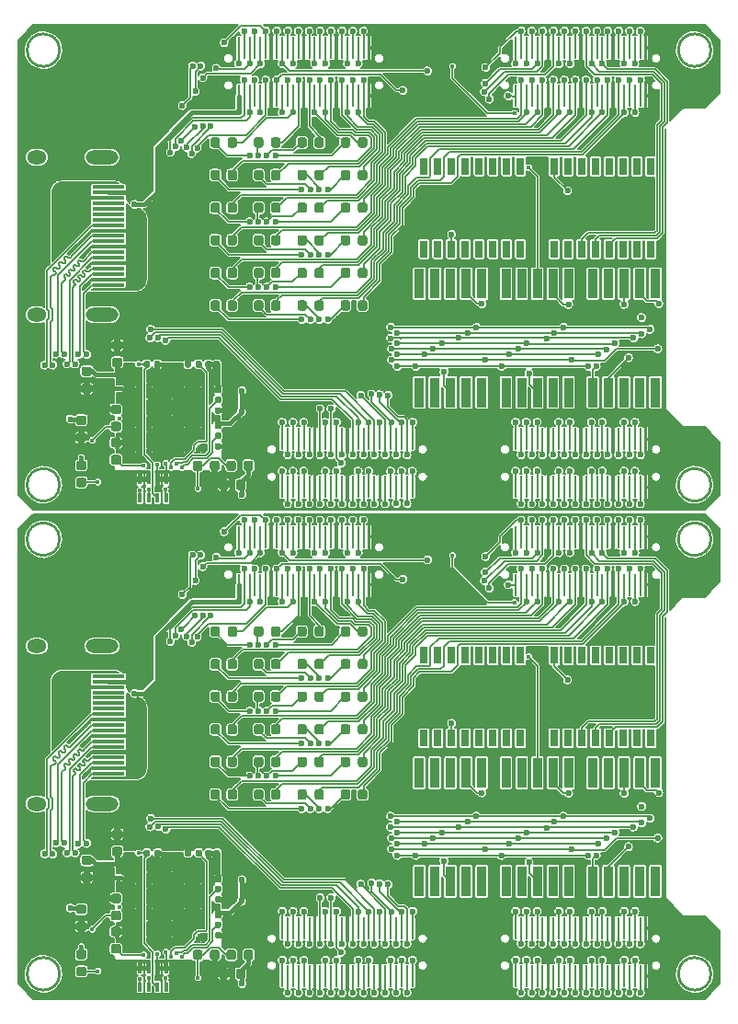
<source format=gbr>
G04 #@! TF.GenerationSoftware,KiCad,Pcbnew,(5.99.0-3349-gc9824bbd9)*
G04 #@! TF.CreationDate,2020-09-22T10:36:58-07:00*
G04 #@! TF.ProjectId,Alchitry_IO_Shield,416c6368-6974-4727-995f-494f5f536869,rev?*
G04 #@! TF.SameCoordinates,Original*
G04 #@! TF.FileFunction,Copper,L1,Top*
G04 #@! TF.FilePolarity,Positive*
%FSLAX46Y46*%
G04 Gerber Fmt 4.6, Leading zero omitted, Abs format (unit mm)*
G04 Created by KiCad (PCBNEW (5.99.0-3349-gc9824bbd9)) date 2020-09-22 10:36:58*
%MOMM*%
%LPD*%
G01*
G04 APERTURE LIST*
G04 #@! TA.AperFunction,EtchedComponent*
%ADD10C,0.254000*%
G04 #@! TD*
G04 #@! TA.AperFunction,SMDPad,CuDef*
%ADD11R,0.900000X2.800000*%
G04 #@! TD*
G04 #@! TA.AperFunction,SMDPad,CuDef*
%ADD12R,3.000000X0.300000*%
G04 #@! TD*
G04 #@! TA.AperFunction,ComponentPad*
%ADD13O,1.800000X1.300000*%
G04 #@! TD*
G04 #@! TA.AperFunction,ComponentPad*
%ADD14O,3.000000X1.300000*%
G04 #@! TD*
G04 #@! TA.AperFunction,SMDPad,CuDef*
%ADD15R,0.760000X1.600000*%
G04 #@! TD*
G04 #@! TA.AperFunction,ComponentPad*
%ADD16C,0.600000*%
G04 #@! TD*
G04 #@! TA.AperFunction,SMDPad,CuDef*
%ADD17R,0.400000X0.900000*%
G04 #@! TD*
G04 #@! TA.AperFunction,SMDPad,CuDef*
%ADD18R,0.250000X2.000000*%
G04 #@! TD*
G04 #@! TA.AperFunction,ViaPad*
%ADD19C,0.600000*%
G04 #@! TD*
G04 #@! TA.AperFunction,ViaPad*
%ADD20C,0.400000*%
G04 #@! TD*
G04 #@! TA.AperFunction,Conductor*
%ADD21C,0.152400*%
G04 #@! TD*
G04 #@! TA.AperFunction,Conductor*
%ADD22C,0.127000*%
G04 #@! TD*
G04 #@! TA.AperFunction,Conductor*
%ADD23C,0.381000*%
G04 #@! TD*
G04 APERTURE END LIST*
D10*
X16000000Y-99500000D02*
G75*
G03*
X16000000Y-99500000I-1500000J0D01*
G01*
X76000000Y-99500000D02*
G75*
G03*
X76000000Y-99500000I-1500000J0D01*
G01*
X76000000Y-59500000D02*
G75*
G03*
X76000000Y-59500000I-1500000J0D01*
G01*
X16000000Y-59500000D02*
G75*
G03*
X16000000Y-59500000I-1500000J0D01*
G01*
X16000000Y-54500000D02*
G75*
G03*
X16000000Y-54500000I-1500000J0D01*
G01*
X76000000Y-54500000D02*
G75*
G03*
X76000000Y-54500000I-1500000J0D01*
G01*
X76000000Y-14500000D02*
G75*
G03*
X76000000Y-14500000I-1500000J0D01*
G01*
X16000000Y-14500000D02*
G75*
G03*
X16000000Y-14500000I-1500000J0D01*
G01*
G04 #@! TA.AperFunction,SMDPad,CuDef*
G36*
G01*
X18256250Y-99725000D02*
X17743750Y-99725000D01*
G75*
G02*
X17525000Y-99506250I0J218750D01*
G01*
X17525000Y-99068750D01*
G75*
G02*
X17743750Y-98850000I218750J0D01*
G01*
X18256250Y-98850000D01*
G75*
G02*
X18475000Y-99068750I0J-218750D01*
G01*
X18475000Y-99506250D01*
G75*
G02*
X18256250Y-99725000I-218750J0D01*
G01*
G37*
G04 #@! TD.AperFunction*
G04 #@! TA.AperFunction,SMDPad,CuDef*
G36*
G01*
X18256250Y-98150000D02*
X17743750Y-98150000D01*
G75*
G02*
X17525000Y-97931250I0J218750D01*
G01*
X17525000Y-97493750D01*
G75*
G02*
X17743750Y-97275000I218750J0D01*
G01*
X18256250Y-97275000D01*
G75*
G02*
X18475000Y-97493750I0J-218750D01*
G01*
X18475000Y-97931250D01*
G75*
G02*
X18256250Y-98150000I-218750J0D01*
G01*
G37*
G04 #@! TD.AperFunction*
G04 #@! TA.AperFunction,SMDPad,CuDef*
G36*
G01*
X18756250Y-91075000D02*
X18243750Y-91075000D01*
G75*
G02*
X18025000Y-90856250I0J218750D01*
G01*
X18025000Y-90418750D01*
G75*
G02*
X18243750Y-90200000I218750J0D01*
G01*
X18756250Y-90200000D01*
G75*
G02*
X18975000Y-90418750I0J-218750D01*
G01*
X18975000Y-90856250D01*
G75*
G02*
X18756250Y-91075000I-218750J0D01*
G01*
G37*
G04 #@! TD.AperFunction*
G04 #@! TA.AperFunction,SMDPad,CuDef*
G36*
G01*
X18756250Y-89500000D02*
X18243750Y-89500000D01*
G75*
G02*
X18025000Y-89281250I0J218750D01*
G01*
X18025000Y-88843750D01*
G75*
G02*
X18243750Y-88625000I218750J0D01*
G01*
X18756250Y-88625000D01*
G75*
G02*
X18975000Y-88843750I0J-218750D01*
G01*
X18975000Y-89281250D01*
G75*
G02*
X18756250Y-89500000I-218750J0D01*
G01*
G37*
G04 #@! TD.AperFunction*
G04 #@! TA.AperFunction,SMDPad,CuDef*
G36*
G01*
X30675000Y-99756250D02*
X30675000Y-99243750D01*
G75*
G02*
X30893750Y-99025000I218750J0D01*
G01*
X31331250Y-99025000D01*
G75*
G02*
X31550000Y-99243750I0J-218750D01*
G01*
X31550000Y-99756250D01*
G75*
G02*
X31331250Y-99975000I-218750J0D01*
G01*
X30893750Y-99975000D01*
G75*
G02*
X30675000Y-99756250I0J218750D01*
G01*
G37*
G04 #@! TD.AperFunction*
G04 #@! TA.AperFunction,SMDPad,CuDef*
G36*
G01*
X32250000Y-99756250D02*
X32250000Y-99243750D01*
G75*
G02*
X32468750Y-99025000I218750J0D01*
G01*
X32906250Y-99025000D01*
G75*
G02*
X33125000Y-99243750I0J-218750D01*
G01*
X33125000Y-99756250D01*
G75*
G02*
X32906250Y-99975000I-218750J0D01*
G01*
X32468750Y-99975000D01*
G75*
G02*
X32250000Y-99756250I0J218750D01*
G01*
G37*
G04 #@! TD.AperFunction*
G04 #@! TA.AperFunction,SMDPad,CuDef*
G36*
G01*
X18256250Y-95575000D02*
X17743750Y-95575000D01*
G75*
G02*
X17525000Y-95356250I0J218750D01*
G01*
X17525000Y-94918750D01*
G75*
G02*
X17743750Y-94700000I218750J0D01*
G01*
X18256250Y-94700000D01*
G75*
G02*
X18475000Y-94918750I0J-218750D01*
G01*
X18475000Y-95356250D01*
G75*
G02*
X18256250Y-95575000I-218750J0D01*
G01*
G37*
G04 #@! TD.AperFunction*
G04 #@! TA.AperFunction,SMDPad,CuDef*
G36*
G01*
X18256250Y-94000000D02*
X17743750Y-94000000D01*
G75*
G02*
X17525000Y-93781250I0J218750D01*
G01*
X17525000Y-93343750D01*
G75*
G02*
X17743750Y-93125000I218750J0D01*
G01*
X18256250Y-93125000D01*
G75*
G02*
X18475000Y-93343750I0J-218750D01*
G01*
X18475000Y-93781250D01*
G75*
G02*
X18256250Y-94000000I-218750J0D01*
G01*
G37*
G04 #@! TD.AperFunction*
D11*
X49120000Y-91000000D03*
X50560000Y-91000000D03*
X52000000Y-91000000D03*
X53440000Y-91000000D03*
X54880000Y-91000000D03*
X54880000Y-81000000D03*
X53440000Y-81000000D03*
X52000000Y-81000000D03*
X50560000Y-81000000D03*
X49120000Y-81000000D03*
X65120000Y-91000000D03*
X66560000Y-91000000D03*
X68000000Y-91000000D03*
X69440000Y-91000000D03*
X70880000Y-91000000D03*
X70880000Y-81000000D03*
X69440000Y-81000000D03*
X68000000Y-81000000D03*
X66560000Y-81000000D03*
X65120000Y-81000000D03*
G04 #@! TA.AperFunction,SMDPad,CuDef*
G36*
G01*
X33900000Y-68256250D02*
X33900000Y-67743750D01*
G75*
G02*
X34118750Y-67525000I218750J0D01*
G01*
X34556250Y-67525000D01*
G75*
G02*
X34775000Y-67743750I0J-218750D01*
G01*
X34775000Y-68256250D01*
G75*
G02*
X34556250Y-68475000I-218750J0D01*
G01*
X34118750Y-68475000D01*
G75*
G02*
X33900000Y-68256250I0J218750D01*
G01*
G37*
G04 #@! TD.AperFunction*
G04 #@! TA.AperFunction,SMDPad,CuDef*
G36*
G01*
X35475000Y-68256250D02*
X35475000Y-67743750D01*
G75*
G02*
X35693750Y-67525000I218750J0D01*
G01*
X36131250Y-67525000D01*
G75*
G02*
X36350000Y-67743750I0J-218750D01*
G01*
X36350000Y-68256250D01*
G75*
G02*
X36131250Y-68475000I-218750J0D01*
G01*
X35693750Y-68475000D01*
G75*
G02*
X35475000Y-68256250I0J218750D01*
G01*
G37*
G04 #@! TD.AperFunction*
G04 #@! TA.AperFunction,SMDPad,CuDef*
G36*
G01*
X37900000Y-68256250D02*
X37900000Y-67743750D01*
G75*
G02*
X38118750Y-67525000I218750J0D01*
G01*
X38556250Y-67525000D01*
G75*
G02*
X38775000Y-67743750I0J-218750D01*
G01*
X38775000Y-68256250D01*
G75*
G02*
X38556250Y-68475000I-218750J0D01*
G01*
X38118750Y-68475000D01*
G75*
G02*
X37900000Y-68256250I0J218750D01*
G01*
G37*
G04 #@! TD.AperFunction*
G04 #@! TA.AperFunction,SMDPad,CuDef*
G36*
G01*
X39475000Y-68256250D02*
X39475000Y-67743750D01*
G75*
G02*
X39693750Y-67525000I218750J0D01*
G01*
X40131250Y-67525000D01*
G75*
G02*
X40350000Y-67743750I0J-218750D01*
G01*
X40350000Y-68256250D01*
G75*
G02*
X40131250Y-68475000I-218750J0D01*
G01*
X39693750Y-68475000D01*
G75*
G02*
X39475000Y-68256250I0J218750D01*
G01*
G37*
G04 #@! TD.AperFunction*
G04 #@! TA.AperFunction,SMDPad,CuDef*
G36*
G01*
X29900000Y-68256250D02*
X29900000Y-67743750D01*
G75*
G02*
X30118750Y-67525000I218750J0D01*
G01*
X30556250Y-67525000D01*
G75*
G02*
X30775000Y-67743750I0J-218750D01*
G01*
X30775000Y-68256250D01*
G75*
G02*
X30556250Y-68475000I-218750J0D01*
G01*
X30118750Y-68475000D01*
G75*
G02*
X29900000Y-68256250I0J218750D01*
G01*
G37*
G04 #@! TD.AperFunction*
G04 #@! TA.AperFunction,SMDPad,CuDef*
G36*
G01*
X31475000Y-68256250D02*
X31475000Y-67743750D01*
G75*
G02*
X31693750Y-67525000I218750J0D01*
G01*
X32131250Y-67525000D01*
G75*
G02*
X32350000Y-67743750I0J-218750D01*
G01*
X32350000Y-68256250D01*
G75*
G02*
X32131250Y-68475000I-218750J0D01*
G01*
X31693750Y-68475000D01*
G75*
G02*
X31475000Y-68256250I0J218750D01*
G01*
G37*
G04 #@! TD.AperFunction*
G04 #@! TA.AperFunction,SMDPad,CuDef*
G36*
G01*
X41900000Y-68256250D02*
X41900000Y-67743750D01*
G75*
G02*
X42118750Y-67525000I218750J0D01*
G01*
X42556250Y-67525000D01*
G75*
G02*
X42775000Y-67743750I0J-218750D01*
G01*
X42775000Y-68256250D01*
G75*
G02*
X42556250Y-68475000I-218750J0D01*
G01*
X42118750Y-68475000D01*
G75*
G02*
X41900000Y-68256250I0J218750D01*
G01*
G37*
G04 #@! TD.AperFunction*
G04 #@! TA.AperFunction,SMDPad,CuDef*
G36*
G01*
X43475000Y-68256250D02*
X43475000Y-67743750D01*
G75*
G02*
X43693750Y-67525000I218750J0D01*
G01*
X44131250Y-67525000D01*
G75*
G02*
X44350000Y-67743750I0J-218750D01*
G01*
X44350000Y-68256250D01*
G75*
G02*
X44131250Y-68475000I-218750J0D01*
G01*
X43693750Y-68475000D01*
G75*
G02*
X43475000Y-68256250I0J218750D01*
G01*
G37*
G04 #@! TD.AperFunction*
G04 #@! TA.AperFunction,SMDPad,CuDef*
G36*
G01*
X29900000Y-71256250D02*
X29900000Y-70743750D01*
G75*
G02*
X30118750Y-70525000I218750J0D01*
G01*
X30556250Y-70525000D01*
G75*
G02*
X30775000Y-70743750I0J-218750D01*
G01*
X30775000Y-71256250D01*
G75*
G02*
X30556250Y-71475000I-218750J0D01*
G01*
X30118750Y-71475000D01*
G75*
G02*
X29900000Y-71256250I0J218750D01*
G01*
G37*
G04 #@! TD.AperFunction*
G04 #@! TA.AperFunction,SMDPad,CuDef*
G36*
G01*
X31475000Y-71256250D02*
X31475000Y-70743750D01*
G75*
G02*
X31693750Y-70525000I218750J0D01*
G01*
X32131250Y-70525000D01*
G75*
G02*
X32350000Y-70743750I0J-218750D01*
G01*
X32350000Y-71256250D01*
G75*
G02*
X32131250Y-71475000I-218750J0D01*
G01*
X31693750Y-71475000D01*
G75*
G02*
X31475000Y-71256250I0J218750D01*
G01*
G37*
G04 #@! TD.AperFunction*
G04 #@! TA.AperFunction,SMDPad,CuDef*
G36*
G01*
X33900000Y-71256250D02*
X33900000Y-70743750D01*
G75*
G02*
X34118750Y-70525000I218750J0D01*
G01*
X34556250Y-70525000D01*
G75*
G02*
X34775000Y-70743750I0J-218750D01*
G01*
X34775000Y-71256250D01*
G75*
G02*
X34556250Y-71475000I-218750J0D01*
G01*
X34118750Y-71475000D01*
G75*
G02*
X33900000Y-71256250I0J218750D01*
G01*
G37*
G04 #@! TD.AperFunction*
G04 #@! TA.AperFunction,SMDPad,CuDef*
G36*
G01*
X35475000Y-71256250D02*
X35475000Y-70743750D01*
G75*
G02*
X35693750Y-70525000I218750J0D01*
G01*
X36131250Y-70525000D01*
G75*
G02*
X36350000Y-70743750I0J-218750D01*
G01*
X36350000Y-71256250D01*
G75*
G02*
X36131250Y-71475000I-218750J0D01*
G01*
X35693750Y-71475000D01*
G75*
G02*
X35475000Y-71256250I0J218750D01*
G01*
G37*
G04 #@! TD.AperFunction*
G04 #@! TA.AperFunction,SMDPad,CuDef*
G36*
G01*
X37900000Y-71256250D02*
X37900000Y-70743750D01*
G75*
G02*
X38118750Y-70525000I218750J0D01*
G01*
X38556250Y-70525000D01*
G75*
G02*
X38775000Y-70743750I0J-218750D01*
G01*
X38775000Y-71256250D01*
G75*
G02*
X38556250Y-71475000I-218750J0D01*
G01*
X38118750Y-71475000D01*
G75*
G02*
X37900000Y-71256250I0J218750D01*
G01*
G37*
G04 #@! TD.AperFunction*
G04 #@! TA.AperFunction,SMDPad,CuDef*
G36*
G01*
X39475000Y-71256250D02*
X39475000Y-70743750D01*
G75*
G02*
X39693750Y-70525000I218750J0D01*
G01*
X40131250Y-70525000D01*
G75*
G02*
X40350000Y-70743750I0J-218750D01*
G01*
X40350000Y-71256250D01*
G75*
G02*
X40131250Y-71475000I-218750J0D01*
G01*
X39693750Y-71475000D01*
G75*
G02*
X39475000Y-71256250I0J218750D01*
G01*
G37*
G04 #@! TD.AperFunction*
G04 #@! TA.AperFunction,SMDPad,CuDef*
G36*
G01*
X41900000Y-71256250D02*
X41900000Y-70743750D01*
G75*
G02*
X42118750Y-70525000I218750J0D01*
G01*
X42556250Y-70525000D01*
G75*
G02*
X42775000Y-70743750I0J-218750D01*
G01*
X42775000Y-71256250D01*
G75*
G02*
X42556250Y-71475000I-218750J0D01*
G01*
X42118750Y-71475000D01*
G75*
G02*
X41900000Y-71256250I0J218750D01*
G01*
G37*
G04 #@! TD.AperFunction*
G04 #@! TA.AperFunction,SMDPad,CuDef*
G36*
G01*
X43475000Y-71256250D02*
X43475000Y-70743750D01*
G75*
G02*
X43693750Y-70525000I218750J0D01*
G01*
X44131250Y-70525000D01*
G75*
G02*
X44350000Y-70743750I0J-218750D01*
G01*
X44350000Y-71256250D01*
G75*
G02*
X44131250Y-71475000I-218750J0D01*
G01*
X43693750Y-71475000D01*
G75*
G02*
X43475000Y-71256250I0J218750D01*
G01*
G37*
G04 #@! TD.AperFunction*
G04 #@! TA.AperFunction,SMDPad,CuDef*
G36*
G01*
X29900000Y-74256250D02*
X29900000Y-73743750D01*
G75*
G02*
X30118750Y-73525000I218750J0D01*
G01*
X30556250Y-73525000D01*
G75*
G02*
X30775000Y-73743750I0J-218750D01*
G01*
X30775000Y-74256250D01*
G75*
G02*
X30556250Y-74475000I-218750J0D01*
G01*
X30118750Y-74475000D01*
G75*
G02*
X29900000Y-74256250I0J218750D01*
G01*
G37*
G04 #@! TD.AperFunction*
G04 #@! TA.AperFunction,SMDPad,CuDef*
G36*
G01*
X31475000Y-74256250D02*
X31475000Y-73743750D01*
G75*
G02*
X31693750Y-73525000I218750J0D01*
G01*
X32131250Y-73525000D01*
G75*
G02*
X32350000Y-73743750I0J-218750D01*
G01*
X32350000Y-74256250D01*
G75*
G02*
X32131250Y-74475000I-218750J0D01*
G01*
X31693750Y-74475000D01*
G75*
G02*
X31475000Y-74256250I0J218750D01*
G01*
G37*
G04 #@! TD.AperFunction*
G04 #@! TA.AperFunction,SMDPad,CuDef*
G36*
G01*
X33900000Y-83256250D02*
X33900000Y-82743750D01*
G75*
G02*
X34118750Y-82525000I218750J0D01*
G01*
X34556250Y-82525000D01*
G75*
G02*
X34775000Y-82743750I0J-218750D01*
G01*
X34775000Y-83256250D01*
G75*
G02*
X34556250Y-83475000I-218750J0D01*
G01*
X34118750Y-83475000D01*
G75*
G02*
X33900000Y-83256250I0J218750D01*
G01*
G37*
G04 #@! TD.AperFunction*
G04 #@! TA.AperFunction,SMDPad,CuDef*
G36*
G01*
X35475000Y-83256250D02*
X35475000Y-82743750D01*
G75*
G02*
X35693750Y-82525000I218750J0D01*
G01*
X36131250Y-82525000D01*
G75*
G02*
X36350000Y-82743750I0J-218750D01*
G01*
X36350000Y-83256250D01*
G75*
G02*
X36131250Y-83475000I-218750J0D01*
G01*
X35693750Y-83475000D01*
G75*
G02*
X35475000Y-83256250I0J218750D01*
G01*
G37*
G04 #@! TD.AperFunction*
G04 #@! TA.AperFunction,SMDPad,CuDef*
G36*
G01*
X37900000Y-77256250D02*
X37900000Y-76743750D01*
G75*
G02*
X38118750Y-76525000I218750J0D01*
G01*
X38556250Y-76525000D01*
G75*
G02*
X38775000Y-76743750I0J-218750D01*
G01*
X38775000Y-77256250D01*
G75*
G02*
X38556250Y-77475000I-218750J0D01*
G01*
X38118750Y-77475000D01*
G75*
G02*
X37900000Y-77256250I0J218750D01*
G01*
G37*
G04 #@! TD.AperFunction*
G04 #@! TA.AperFunction,SMDPad,CuDef*
G36*
G01*
X39475000Y-77256250D02*
X39475000Y-76743750D01*
G75*
G02*
X39693750Y-76525000I218750J0D01*
G01*
X40131250Y-76525000D01*
G75*
G02*
X40350000Y-76743750I0J-218750D01*
G01*
X40350000Y-77256250D01*
G75*
G02*
X40131250Y-77475000I-218750J0D01*
G01*
X39693750Y-77475000D01*
G75*
G02*
X39475000Y-77256250I0J218750D01*
G01*
G37*
G04 #@! TD.AperFunction*
G04 #@! TA.AperFunction,SMDPad,CuDef*
G36*
G01*
X33900000Y-74256250D02*
X33900000Y-73743750D01*
G75*
G02*
X34118750Y-73525000I218750J0D01*
G01*
X34556250Y-73525000D01*
G75*
G02*
X34775000Y-73743750I0J-218750D01*
G01*
X34775000Y-74256250D01*
G75*
G02*
X34556250Y-74475000I-218750J0D01*
G01*
X34118750Y-74475000D01*
G75*
G02*
X33900000Y-74256250I0J218750D01*
G01*
G37*
G04 #@! TD.AperFunction*
G04 #@! TA.AperFunction,SMDPad,CuDef*
G36*
G01*
X35475000Y-74256250D02*
X35475000Y-73743750D01*
G75*
G02*
X35693750Y-73525000I218750J0D01*
G01*
X36131250Y-73525000D01*
G75*
G02*
X36350000Y-73743750I0J-218750D01*
G01*
X36350000Y-74256250D01*
G75*
G02*
X36131250Y-74475000I-218750J0D01*
G01*
X35693750Y-74475000D01*
G75*
G02*
X35475000Y-74256250I0J218750D01*
G01*
G37*
G04 #@! TD.AperFunction*
G04 #@! TA.AperFunction,SMDPad,CuDef*
G36*
G01*
X37900000Y-80256250D02*
X37900000Y-79743750D01*
G75*
G02*
X38118750Y-79525000I218750J0D01*
G01*
X38556250Y-79525000D01*
G75*
G02*
X38775000Y-79743750I0J-218750D01*
G01*
X38775000Y-80256250D01*
G75*
G02*
X38556250Y-80475000I-218750J0D01*
G01*
X38118750Y-80475000D01*
G75*
G02*
X37900000Y-80256250I0J218750D01*
G01*
G37*
G04 #@! TD.AperFunction*
G04 #@! TA.AperFunction,SMDPad,CuDef*
G36*
G01*
X39475000Y-80256250D02*
X39475000Y-79743750D01*
G75*
G02*
X39693750Y-79525000I218750J0D01*
G01*
X40131250Y-79525000D01*
G75*
G02*
X40350000Y-79743750I0J-218750D01*
G01*
X40350000Y-80256250D01*
G75*
G02*
X40131250Y-80475000I-218750J0D01*
G01*
X39693750Y-80475000D01*
G75*
G02*
X39475000Y-80256250I0J218750D01*
G01*
G37*
G04 #@! TD.AperFunction*
G04 #@! TA.AperFunction,SMDPad,CuDef*
G36*
G01*
X41900000Y-80256250D02*
X41900000Y-79743750D01*
G75*
G02*
X42118750Y-79525000I218750J0D01*
G01*
X42556250Y-79525000D01*
G75*
G02*
X42775000Y-79743750I0J-218750D01*
G01*
X42775000Y-80256250D01*
G75*
G02*
X42556250Y-80475000I-218750J0D01*
G01*
X42118750Y-80475000D01*
G75*
G02*
X41900000Y-80256250I0J218750D01*
G01*
G37*
G04 #@! TD.AperFunction*
G04 #@! TA.AperFunction,SMDPad,CuDef*
G36*
G01*
X43475000Y-80256250D02*
X43475000Y-79743750D01*
G75*
G02*
X43693750Y-79525000I218750J0D01*
G01*
X44131250Y-79525000D01*
G75*
G02*
X44350000Y-79743750I0J-218750D01*
G01*
X44350000Y-80256250D01*
G75*
G02*
X44131250Y-80475000I-218750J0D01*
G01*
X43693750Y-80475000D01*
G75*
G02*
X43475000Y-80256250I0J218750D01*
G01*
G37*
G04 #@! TD.AperFunction*
G04 #@! TA.AperFunction,SMDPad,CuDef*
G36*
G01*
X33900000Y-80256250D02*
X33900000Y-79743750D01*
G75*
G02*
X34118750Y-79525000I218750J0D01*
G01*
X34556250Y-79525000D01*
G75*
G02*
X34775000Y-79743750I0J-218750D01*
G01*
X34775000Y-80256250D01*
G75*
G02*
X34556250Y-80475000I-218750J0D01*
G01*
X34118750Y-80475000D01*
G75*
G02*
X33900000Y-80256250I0J218750D01*
G01*
G37*
G04 #@! TD.AperFunction*
G04 #@! TA.AperFunction,SMDPad,CuDef*
G36*
G01*
X35475000Y-80256250D02*
X35475000Y-79743750D01*
G75*
G02*
X35693750Y-79525000I218750J0D01*
G01*
X36131250Y-79525000D01*
G75*
G02*
X36350000Y-79743750I0J-218750D01*
G01*
X36350000Y-80256250D01*
G75*
G02*
X36131250Y-80475000I-218750J0D01*
G01*
X35693750Y-80475000D01*
G75*
G02*
X35475000Y-80256250I0J218750D01*
G01*
G37*
G04 #@! TD.AperFunction*
G04 #@! TA.AperFunction,SMDPad,CuDef*
G36*
G01*
X41900000Y-74256250D02*
X41900000Y-73743750D01*
G75*
G02*
X42118750Y-73525000I218750J0D01*
G01*
X42556250Y-73525000D01*
G75*
G02*
X42775000Y-73743750I0J-218750D01*
G01*
X42775000Y-74256250D01*
G75*
G02*
X42556250Y-74475000I-218750J0D01*
G01*
X42118750Y-74475000D01*
G75*
G02*
X41900000Y-74256250I0J218750D01*
G01*
G37*
G04 #@! TD.AperFunction*
G04 #@! TA.AperFunction,SMDPad,CuDef*
G36*
G01*
X43475000Y-74256250D02*
X43475000Y-73743750D01*
G75*
G02*
X43693750Y-73525000I218750J0D01*
G01*
X44131250Y-73525000D01*
G75*
G02*
X44350000Y-73743750I0J-218750D01*
G01*
X44350000Y-74256250D01*
G75*
G02*
X44131250Y-74475000I-218750J0D01*
G01*
X43693750Y-74475000D01*
G75*
G02*
X43475000Y-74256250I0J218750D01*
G01*
G37*
G04 #@! TD.AperFunction*
G04 #@! TA.AperFunction,SMDPad,CuDef*
G36*
G01*
X29900000Y-83256250D02*
X29900000Y-82743750D01*
G75*
G02*
X30118750Y-82525000I218750J0D01*
G01*
X30556250Y-82525000D01*
G75*
G02*
X30775000Y-82743750I0J-218750D01*
G01*
X30775000Y-83256250D01*
G75*
G02*
X30556250Y-83475000I-218750J0D01*
G01*
X30118750Y-83475000D01*
G75*
G02*
X29900000Y-83256250I0J218750D01*
G01*
G37*
G04 #@! TD.AperFunction*
G04 #@! TA.AperFunction,SMDPad,CuDef*
G36*
G01*
X31475000Y-83256250D02*
X31475000Y-82743750D01*
G75*
G02*
X31693750Y-82525000I218750J0D01*
G01*
X32131250Y-82525000D01*
G75*
G02*
X32350000Y-82743750I0J-218750D01*
G01*
X32350000Y-83256250D01*
G75*
G02*
X32131250Y-83475000I-218750J0D01*
G01*
X31693750Y-83475000D01*
G75*
G02*
X31475000Y-83256250I0J218750D01*
G01*
G37*
G04 #@! TD.AperFunction*
G04 #@! TA.AperFunction,SMDPad,CuDef*
G36*
G01*
X41900000Y-83256250D02*
X41900000Y-82743750D01*
G75*
G02*
X42118750Y-82525000I218750J0D01*
G01*
X42556250Y-82525000D01*
G75*
G02*
X42775000Y-82743750I0J-218750D01*
G01*
X42775000Y-83256250D01*
G75*
G02*
X42556250Y-83475000I-218750J0D01*
G01*
X42118750Y-83475000D01*
G75*
G02*
X41900000Y-83256250I0J218750D01*
G01*
G37*
G04 #@! TD.AperFunction*
G04 #@! TA.AperFunction,SMDPad,CuDef*
G36*
G01*
X43475000Y-83256250D02*
X43475000Y-82743750D01*
G75*
G02*
X43693750Y-82525000I218750J0D01*
G01*
X44131250Y-82525000D01*
G75*
G02*
X44350000Y-82743750I0J-218750D01*
G01*
X44350000Y-83256250D01*
G75*
G02*
X44131250Y-83475000I-218750J0D01*
G01*
X43693750Y-83475000D01*
G75*
G02*
X43475000Y-83256250I0J218750D01*
G01*
G37*
G04 #@! TD.AperFunction*
G04 #@! TA.AperFunction,SMDPad,CuDef*
G36*
G01*
X37900000Y-83256250D02*
X37900000Y-82743750D01*
G75*
G02*
X38118750Y-82525000I218750J0D01*
G01*
X38556250Y-82525000D01*
G75*
G02*
X38775000Y-82743750I0J-218750D01*
G01*
X38775000Y-83256250D01*
G75*
G02*
X38556250Y-83475000I-218750J0D01*
G01*
X38118750Y-83475000D01*
G75*
G02*
X37900000Y-83256250I0J218750D01*
G01*
G37*
G04 #@! TD.AperFunction*
G04 #@! TA.AperFunction,SMDPad,CuDef*
G36*
G01*
X39475000Y-83256250D02*
X39475000Y-82743750D01*
G75*
G02*
X39693750Y-82525000I218750J0D01*
G01*
X40131250Y-82525000D01*
G75*
G02*
X40350000Y-82743750I0J-218750D01*
G01*
X40350000Y-83256250D01*
G75*
G02*
X40131250Y-83475000I-218750J0D01*
G01*
X39693750Y-83475000D01*
G75*
G02*
X39475000Y-83256250I0J218750D01*
G01*
G37*
G04 #@! TD.AperFunction*
G04 #@! TA.AperFunction,SMDPad,CuDef*
G36*
G01*
X33900000Y-77256250D02*
X33900000Y-76743750D01*
G75*
G02*
X34118750Y-76525000I218750J0D01*
G01*
X34556250Y-76525000D01*
G75*
G02*
X34775000Y-76743750I0J-218750D01*
G01*
X34775000Y-77256250D01*
G75*
G02*
X34556250Y-77475000I-218750J0D01*
G01*
X34118750Y-77475000D01*
G75*
G02*
X33900000Y-77256250I0J218750D01*
G01*
G37*
G04 #@! TD.AperFunction*
G04 #@! TA.AperFunction,SMDPad,CuDef*
G36*
G01*
X35475000Y-77256250D02*
X35475000Y-76743750D01*
G75*
G02*
X35693750Y-76525000I218750J0D01*
G01*
X36131250Y-76525000D01*
G75*
G02*
X36350000Y-76743750I0J-218750D01*
G01*
X36350000Y-77256250D01*
G75*
G02*
X36131250Y-77475000I-218750J0D01*
G01*
X35693750Y-77475000D01*
G75*
G02*
X35475000Y-77256250I0J218750D01*
G01*
G37*
G04 #@! TD.AperFunction*
G04 #@! TA.AperFunction,SMDPad,CuDef*
G36*
G01*
X27535000Y-88572500D02*
X27535000Y-88227500D01*
G75*
G02*
X27682500Y-88080000I147500J0D01*
G01*
X27977500Y-88080000D01*
G75*
G02*
X28125000Y-88227500I0J-147500D01*
G01*
X28125000Y-88572500D01*
G75*
G02*
X27977500Y-88720000I-147500J0D01*
G01*
X27682500Y-88720000D01*
G75*
G02*
X27535000Y-88572500I0J147500D01*
G01*
G37*
G04 #@! TD.AperFunction*
G04 #@! TA.AperFunction,SMDPad,CuDef*
G36*
G01*
X28505000Y-88572500D02*
X28505000Y-88227500D01*
G75*
G02*
X28652500Y-88080000I147500J0D01*
G01*
X28947500Y-88080000D01*
G75*
G02*
X29095000Y-88227500I0J-147500D01*
G01*
X29095000Y-88572500D01*
G75*
G02*
X28947500Y-88720000I-147500J0D01*
G01*
X28652500Y-88720000D01*
G75*
G02*
X28505000Y-88572500I0J147500D01*
G01*
G37*
G04 #@! TD.AperFunction*
G04 #@! TA.AperFunction,SMDPad,CuDef*
G36*
G01*
X29420000Y-88572500D02*
X29420000Y-88227500D01*
G75*
G02*
X29567500Y-88080000I147500J0D01*
G01*
X29862500Y-88080000D01*
G75*
G02*
X30010000Y-88227500I0J-147500D01*
G01*
X30010000Y-88572500D01*
G75*
G02*
X29862500Y-88720000I-147500J0D01*
G01*
X29567500Y-88720000D01*
G75*
G02*
X29420000Y-88572500I0J147500D01*
G01*
G37*
G04 #@! TD.AperFunction*
G04 #@! TA.AperFunction,SMDPad,CuDef*
G36*
G01*
X37900000Y-74256250D02*
X37900000Y-73743750D01*
G75*
G02*
X38118750Y-73525000I218750J0D01*
G01*
X38556250Y-73525000D01*
G75*
G02*
X38775000Y-73743750I0J-218750D01*
G01*
X38775000Y-74256250D01*
G75*
G02*
X38556250Y-74475000I-218750J0D01*
G01*
X38118750Y-74475000D01*
G75*
G02*
X37900000Y-74256250I0J218750D01*
G01*
G37*
G04 #@! TD.AperFunction*
G04 #@! TA.AperFunction,SMDPad,CuDef*
G36*
G01*
X39475000Y-74256250D02*
X39475000Y-73743750D01*
G75*
G02*
X39693750Y-73525000I218750J0D01*
G01*
X40131250Y-73525000D01*
G75*
G02*
X40350000Y-73743750I0J-218750D01*
G01*
X40350000Y-74256250D01*
G75*
G02*
X40131250Y-74475000I-218750J0D01*
G01*
X39693750Y-74475000D01*
G75*
G02*
X39475000Y-74256250I0J218750D01*
G01*
G37*
G04 #@! TD.AperFunction*
G04 #@! TA.AperFunction,SMDPad,CuDef*
G36*
G01*
X29900000Y-77256250D02*
X29900000Y-76743750D01*
G75*
G02*
X30118750Y-76525000I218750J0D01*
G01*
X30556250Y-76525000D01*
G75*
G02*
X30775000Y-76743750I0J-218750D01*
G01*
X30775000Y-77256250D01*
G75*
G02*
X30556250Y-77475000I-218750J0D01*
G01*
X30118750Y-77475000D01*
G75*
G02*
X29900000Y-77256250I0J218750D01*
G01*
G37*
G04 #@! TD.AperFunction*
G04 #@! TA.AperFunction,SMDPad,CuDef*
G36*
G01*
X31475000Y-77256250D02*
X31475000Y-76743750D01*
G75*
G02*
X31693750Y-76525000I218750J0D01*
G01*
X32131250Y-76525000D01*
G75*
G02*
X32350000Y-76743750I0J-218750D01*
G01*
X32350000Y-77256250D01*
G75*
G02*
X32131250Y-77475000I-218750J0D01*
G01*
X31693750Y-77475000D01*
G75*
G02*
X31475000Y-77256250I0J218750D01*
G01*
G37*
G04 #@! TD.AperFunction*
G04 #@! TA.AperFunction,SMDPad,CuDef*
G36*
G01*
X41900000Y-77256250D02*
X41900000Y-76743750D01*
G75*
G02*
X42118750Y-76525000I218750J0D01*
G01*
X42556250Y-76525000D01*
G75*
G02*
X42775000Y-76743750I0J-218750D01*
G01*
X42775000Y-77256250D01*
G75*
G02*
X42556250Y-77475000I-218750J0D01*
G01*
X42118750Y-77475000D01*
G75*
G02*
X41900000Y-77256250I0J218750D01*
G01*
G37*
G04 #@! TD.AperFunction*
G04 #@! TA.AperFunction,SMDPad,CuDef*
G36*
G01*
X43475000Y-77256250D02*
X43475000Y-76743750D01*
G75*
G02*
X43693750Y-76525000I218750J0D01*
G01*
X44131250Y-76525000D01*
G75*
G02*
X44350000Y-76743750I0J-218750D01*
G01*
X44350000Y-77256250D01*
G75*
G02*
X44131250Y-77475000I-218750J0D01*
G01*
X43693750Y-77475000D01*
G75*
G02*
X43475000Y-77256250I0J218750D01*
G01*
G37*
G04 #@! TD.AperFunction*
G04 #@! TA.AperFunction,SMDPad,CuDef*
G36*
G01*
X29900000Y-80256250D02*
X29900000Y-79743750D01*
G75*
G02*
X30118750Y-79525000I218750J0D01*
G01*
X30556250Y-79525000D01*
G75*
G02*
X30775000Y-79743750I0J-218750D01*
G01*
X30775000Y-80256250D01*
G75*
G02*
X30556250Y-80475000I-218750J0D01*
G01*
X30118750Y-80475000D01*
G75*
G02*
X29900000Y-80256250I0J218750D01*
G01*
G37*
G04 #@! TD.AperFunction*
G04 #@! TA.AperFunction,SMDPad,CuDef*
G36*
G01*
X31475000Y-80256250D02*
X31475000Y-79743750D01*
G75*
G02*
X31693750Y-79525000I218750J0D01*
G01*
X32131250Y-79525000D01*
G75*
G02*
X32350000Y-79743750I0J-218750D01*
G01*
X32350000Y-80256250D01*
G75*
G02*
X32131250Y-80475000I-218750J0D01*
G01*
X31693750Y-80475000D01*
G75*
G02*
X31475000Y-80256250I0J218750D01*
G01*
G37*
G04 #@! TD.AperFunction*
X57120000Y-91000000D03*
X58560000Y-91000000D03*
X60000000Y-91000000D03*
X61440000Y-91000000D03*
X62880000Y-91000000D03*
X62880000Y-81000000D03*
X61440000Y-81000000D03*
X60000000Y-81000000D03*
X58560000Y-81000000D03*
X57120000Y-81000000D03*
D12*
X20500000Y-81100000D03*
X20500000Y-80600000D03*
X20500000Y-80100000D03*
X20500000Y-79600000D03*
X20500000Y-79100000D03*
X20500000Y-78600000D03*
X20500000Y-78100000D03*
X20500000Y-77600000D03*
X20500000Y-77100000D03*
X20500000Y-76600000D03*
X20500000Y-76100000D03*
X20500000Y-75600000D03*
X20500000Y-75100000D03*
X20500000Y-74600000D03*
X20500000Y-74100000D03*
X20500000Y-73600000D03*
X20500000Y-73100000D03*
X20500000Y-72600000D03*
X20500000Y-72100000D03*
D13*
X13900000Y-83850000D03*
D14*
X19900000Y-69350000D03*
D13*
X13900000Y-69350000D03*
D14*
X19900000Y-83850000D03*
D15*
X61555000Y-77810000D03*
X62825000Y-77810000D03*
X64095000Y-77810000D03*
X65365000Y-77810000D03*
X66635000Y-77810000D03*
X67905000Y-77810000D03*
X69175000Y-77810000D03*
X70445000Y-77810000D03*
X70445000Y-70190000D03*
X69175000Y-70190000D03*
X67905000Y-70190000D03*
X66635000Y-70190000D03*
X65365000Y-70190000D03*
X64095000Y-70190000D03*
X62825000Y-70190000D03*
X61555000Y-70190000D03*
G04 #@! TA.AperFunction,SMDPad,CuDef*
G36*
G01*
X30772500Y-92945000D02*
X30427500Y-92945000D01*
G75*
G02*
X30280000Y-92797500I0J147500D01*
G01*
X30280000Y-92502500D01*
G75*
G02*
X30427500Y-92355000I147500J0D01*
G01*
X30772500Y-92355000D01*
G75*
G02*
X30920000Y-92502500I0J-147500D01*
G01*
X30920000Y-92797500D01*
G75*
G02*
X30772500Y-92945000I-147500J0D01*
G01*
G37*
G04 #@! TD.AperFunction*
G04 #@! TA.AperFunction,SMDPad,CuDef*
G36*
G01*
X30772500Y-91975000D02*
X30427500Y-91975000D01*
G75*
G02*
X30280000Y-91827500I0J147500D01*
G01*
X30280000Y-91532500D01*
G75*
G02*
X30427500Y-91385000I147500J0D01*
G01*
X30772500Y-91385000D01*
G75*
G02*
X30920000Y-91532500I0J-147500D01*
G01*
X30920000Y-91827500D01*
G75*
G02*
X30772500Y-91975000I-147500J0D01*
G01*
G37*
G04 #@! TD.AperFunction*
G04 #@! TA.AperFunction,SMDPad,CuDef*
G36*
G01*
X30772500Y-91060000D02*
X30427500Y-91060000D01*
G75*
G02*
X30280000Y-90912500I0J147500D01*
G01*
X30280000Y-90617500D01*
G75*
G02*
X30427500Y-90470000I147500J0D01*
G01*
X30772500Y-90470000D01*
G75*
G02*
X30920000Y-90617500I0J-147500D01*
G01*
X30920000Y-90912500D01*
G75*
G02*
X30772500Y-91060000I-147500J0D01*
G01*
G37*
G04 #@! TD.AperFunction*
G04 #@! TA.AperFunction,SMDPad,CuDef*
G36*
G01*
X21043750Y-86225000D02*
X21556250Y-86225000D01*
G75*
G02*
X21775000Y-86443750I0J-218750D01*
G01*
X21775000Y-86881250D01*
G75*
G02*
X21556250Y-87100000I-218750J0D01*
G01*
X21043750Y-87100000D01*
G75*
G02*
X20825000Y-86881250I0J218750D01*
G01*
X20825000Y-86443750D01*
G75*
G02*
X21043750Y-86225000I218750J0D01*
G01*
G37*
G04 #@! TD.AperFunction*
G04 #@! TA.AperFunction,SMDPad,CuDef*
G36*
G01*
X21043750Y-87800000D02*
X21556250Y-87800000D01*
G75*
G02*
X21775000Y-88018750I0J-218750D01*
G01*
X21775000Y-88456250D01*
G75*
G02*
X21556250Y-88675000I-218750J0D01*
G01*
X21043750Y-88675000D01*
G75*
G02*
X20825000Y-88456250I0J218750D01*
G01*
X20825000Y-88018750D01*
G75*
G02*
X21043750Y-87800000I218750J0D01*
G01*
G37*
G04 #@! TD.AperFunction*
G04 #@! TA.AperFunction,SMDPad,CuDef*
G36*
G01*
X31375000Y-98006250D02*
X31375000Y-97493750D01*
G75*
G02*
X31593750Y-97275000I218750J0D01*
G01*
X32031250Y-97275000D01*
G75*
G02*
X32250000Y-97493750I0J-218750D01*
G01*
X32250000Y-98006250D01*
G75*
G02*
X32031250Y-98225000I-218750J0D01*
G01*
X31593750Y-98225000D01*
G75*
G02*
X31375000Y-98006250I0J218750D01*
G01*
G37*
G04 #@! TD.AperFunction*
G04 #@! TA.AperFunction,SMDPad,CuDef*
G36*
G01*
X32950000Y-98006250D02*
X32950000Y-97493750D01*
G75*
G02*
X33168750Y-97275000I218750J0D01*
G01*
X33606250Y-97275000D01*
G75*
G02*
X33825000Y-97493750I0J-218750D01*
G01*
X33825000Y-98006250D01*
G75*
G02*
X33606250Y-98225000I-218750J0D01*
G01*
X33168750Y-98225000D01*
G75*
G02*
X32950000Y-98006250I0J218750D01*
G01*
G37*
G04 #@! TD.AperFunction*
D16*
X23000000Y-96100000D03*
X29000000Y-91600000D03*
X26000000Y-93100000D03*
X26000000Y-90100000D03*
X23000000Y-90100000D03*
X27500000Y-93100000D03*
X27500000Y-96100000D03*
X29000000Y-93100000D03*
X23000000Y-93100000D03*
X29000000Y-90100000D03*
X24500000Y-96100000D03*
X27500000Y-94600000D03*
X24500000Y-94600000D03*
X27500000Y-91600000D03*
X29000000Y-94600000D03*
X23000000Y-94600000D03*
X24500000Y-91600000D03*
X29000000Y-96100000D03*
X24500000Y-90100000D03*
X27500000Y-90100000D03*
X26000000Y-91600000D03*
X23000000Y-91600000D03*
X26000000Y-96100000D03*
X24500000Y-93100000D03*
X26000000Y-94600000D03*
D17*
X25800000Y-99000000D03*
X25000000Y-99000000D03*
X24200000Y-99000000D03*
X23400000Y-99000000D03*
X23400000Y-100700000D03*
X24200000Y-100700000D03*
X25000000Y-100700000D03*
X25800000Y-100700000D03*
G04 #@! TA.AperFunction,SMDPad,CuDef*
G36*
G01*
X30772500Y-96245000D02*
X30427500Y-96245000D01*
G75*
G02*
X30280000Y-96097500I0J147500D01*
G01*
X30280000Y-95802500D01*
G75*
G02*
X30427500Y-95655000I147500J0D01*
G01*
X30772500Y-95655000D01*
G75*
G02*
X30920000Y-95802500I0J-147500D01*
G01*
X30920000Y-96097500D01*
G75*
G02*
X30772500Y-96245000I-147500J0D01*
G01*
G37*
G04 #@! TD.AperFunction*
G04 #@! TA.AperFunction,SMDPad,CuDef*
G36*
G01*
X30772500Y-95275000D02*
X30427500Y-95275000D01*
G75*
G02*
X30280000Y-95127500I0J147500D01*
G01*
X30280000Y-94832500D01*
G75*
G02*
X30427500Y-94685000I147500J0D01*
G01*
X30772500Y-94685000D01*
G75*
G02*
X30920000Y-94832500I0J-147500D01*
G01*
X30920000Y-95127500D01*
G75*
G02*
X30772500Y-95275000I-147500J0D01*
G01*
G37*
G04 #@! TD.AperFunction*
G04 #@! TA.AperFunction,SMDPad,CuDef*
G36*
G01*
X30772500Y-94360000D02*
X30427500Y-94360000D01*
G75*
G02*
X30280000Y-94212500I0J147500D01*
G01*
X30280000Y-93917500D01*
G75*
G02*
X30427500Y-93770000I147500J0D01*
G01*
X30772500Y-93770000D01*
G75*
G02*
X30920000Y-93917500I0J-147500D01*
G01*
X30920000Y-94212500D01*
G75*
G02*
X30772500Y-94360000I-147500J0D01*
G01*
G37*
G04 #@! TD.AperFunction*
G04 #@! TA.AperFunction,SMDPad,CuDef*
G36*
G01*
X20943750Y-92125000D02*
X21456250Y-92125000D01*
G75*
G02*
X21675000Y-92343750I0J-218750D01*
G01*
X21675000Y-92781250D01*
G75*
G02*
X21456250Y-93000000I-218750J0D01*
G01*
X20943750Y-93000000D01*
G75*
G02*
X20725000Y-92781250I0J218750D01*
G01*
X20725000Y-92343750D01*
G75*
G02*
X20943750Y-92125000I218750J0D01*
G01*
G37*
G04 #@! TD.AperFunction*
G04 #@! TA.AperFunction,SMDPad,CuDef*
G36*
G01*
X20943750Y-93700000D02*
X21456250Y-93700000D01*
G75*
G02*
X21675000Y-93918750I0J-218750D01*
G01*
X21675000Y-94356250D01*
G75*
G02*
X21456250Y-94575000I-218750J0D01*
G01*
X20943750Y-94575000D01*
G75*
G02*
X20725000Y-94356250I0J218750D01*
G01*
X20725000Y-93918750D01*
G75*
G02*
X20943750Y-93700000I218750J0D01*
G01*
G37*
G04 #@! TD.AperFunction*
G04 #@! TA.AperFunction,SMDPad,CuDef*
G36*
G01*
X28275000Y-98006250D02*
X28275000Y-97493750D01*
G75*
G02*
X28493750Y-97275000I218750J0D01*
G01*
X28931250Y-97275000D01*
G75*
G02*
X29150000Y-97493750I0J-218750D01*
G01*
X29150000Y-98006250D01*
G75*
G02*
X28931250Y-98225000I-218750J0D01*
G01*
X28493750Y-98225000D01*
G75*
G02*
X28275000Y-98006250I0J218750D01*
G01*
G37*
G04 #@! TD.AperFunction*
G04 #@! TA.AperFunction,SMDPad,CuDef*
G36*
G01*
X29850000Y-98006250D02*
X29850000Y-97493750D01*
G75*
G02*
X30068750Y-97275000I218750J0D01*
G01*
X30506250Y-97275000D01*
G75*
G02*
X30725000Y-97493750I0J-218750D01*
G01*
X30725000Y-98006250D01*
G75*
G02*
X30506250Y-98225000I-218750J0D01*
G01*
X30068750Y-98225000D01*
G75*
G02*
X29850000Y-98006250I0J218750D01*
G01*
G37*
G04 #@! TD.AperFunction*
G04 #@! TA.AperFunction,SMDPad,CuDef*
G36*
G01*
X21456250Y-97625000D02*
X20943750Y-97625000D01*
G75*
G02*
X20725000Y-97406250I0J218750D01*
G01*
X20725000Y-96968750D01*
G75*
G02*
X20943750Y-96750000I218750J0D01*
G01*
X21456250Y-96750000D01*
G75*
G02*
X21675000Y-96968750I0J-218750D01*
G01*
X21675000Y-97406250D01*
G75*
G02*
X21456250Y-97625000I-218750J0D01*
G01*
G37*
G04 #@! TD.AperFunction*
G04 #@! TA.AperFunction,SMDPad,CuDef*
G36*
G01*
X21456250Y-96050000D02*
X20943750Y-96050000D01*
G75*
G02*
X20725000Y-95831250I0J218750D01*
G01*
X20725000Y-95393750D01*
G75*
G02*
X20943750Y-95175000I218750J0D01*
G01*
X21456250Y-95175000D01*
G75*
G02*
X21675000Y-95393750I0J-218750D01*
G01*
X21675000Y-95831250D01*
G75*
G02*
X21456250Y-96050000I-218750J0D01*
G01*
G37*
G04 #@! TD.AperFunction*
D18*
X32500000Y-63700000D03*
X33000000Y-63700000D03*
X33500000Y-63700000D03*
X34000000Y-63700000D03*
X34500000Y-63700000D03*
X35000000Y-63700000D03*
X35500000Y-63700000D03*
X36000000Y-63700000D03*
X36500000Y-63700000D03*
X37000000Y-63700000D03*
X37500000Y-63700000D03*
X38000000Y-63700000D03*
X38500000Y-63700000D03*
X39000000Y-63700000D03*
X39500000Y-63700000D03*
X40000000Y-63700000D03*
X40500000Y-63700000D03*
X41000000Y-63700000D03*
X41500000Y-63700000D03*
X42000000Y-63700000D03*
X42500000Y-63700000D03*
X43000000Y-63700000D03*
X43500000Y-63700000D03*
X44000000Y-63700000D03*
X44500000Y-63700000D03*
X44500000Y-59300000D03*
X44000000Y-59300000D03*
X43500000Y-59300000D03*
X43000000Y-59300000D03*
X42500000Y-59300000D03*
X42000000Y-59300000D03*
X41500000Y-59300000D03*
X41000000Y-59300000D03*
X40500000Y-59300000D03*
X40000000Y-59300000D03*
X39500000Y-59300000D03*
X39000000Y-59300000D03*
X38500000Y-59300000D03*
X38000000Y-59300000D03*
X37500000Y-59300000D03*
X37000000Y-59300000D03*
X36500000Y-59300000D03*
X36000000Y-59300000D03*
X35500000Y-59300000D03*
X35000000Y-59300000D03*
X34500000Y-59300000D03*
X34000000Y-59300000D03*
X33500000Y-59300000D03*
X33000000Y-59300000D03*
X32500000Y-59300000D03*
X58000000Y-63700000D03*
X58500000Y-63700000D03*
X59000000Y-63700000D03*
X59500000Y-63700000D03*
X60000000Y-63700000D03*
X60500000Y-63700000D03*
X61000000Y-63700000D03*
X61500000Y-63700000D03*
X62000000Y-63700000D03*
X62500000Y-63700000D03*
X63000000Y-63700000D03*
X63500000Y-63700000D03*
X64000000Y-63700000D03*
X64500000Y-63700000D03*
X65000000Y-63700000D03*
X65500000Y-63700000D03*
X66000000Y-63700000D03*
X66500000Y-63700000D03*
X67000000Y-63700000D03*
X67500000Y-63700000D03*
X68000000Y-63700000D03*
X68500000Y-63700000D03*
X69000000Y-63700000D03*
X69500000Y-63700000D03*
X70000000Y-63700000D03*
X70000000Y-59300000D03*
X69500000Y-59300000D03*
X69000000Y-59300000D03*
X68500000Y-59300000D03*
X68000000Y-59300000D03*
X67500000Y-59300000D03*
X67000000Y-59300000D03*
X66500000Y-59300000D03*
X66000000Y-59300000D03*
X65500000Y-59300000D03*
X65000000Y-59300000D03*
X64500000Y-59300000D03*
X64000000Y-59300000D03*
X63500000Y-59300000D03*
X63000000Y-59300000D03*
X62500000Y-59300000D03*
X62000000Y-59300000D03*
X61500000Y-59300000D03*
X61000000Y-59300000D03*
X60500000Y-59300000D03*
X60000000Y-59300000D03*
X59500000Y-59300000D03*
X59000000Y-59300000D03*
X58500000Y-59300000D03*
X58000000Y-59300000D03*
X36500000Y-99700000D03*
X37000000Y-99700000D03*
X37500000Y-99700000D03*
X38000000Y-99700000D03*
X38500000Y-99700000D03*
X39000000Y-99700000D03*
X39500000Y-99700000D03*
X40000000Y-99700000D03*
X40500000Y-99700000D03*
X41000000Y-99700000D03*
X41500000Y-99700000D03*
X42000000Y-99700000D03*
X42500000Y-99700000D03*
X43000000Y-99700000D03*
X43500000Y-99700000D03*
X44000000Y-99700000D03*
X44500000Y-99700000D03*
X45000000Y-99700000D03*
X45500000Y-99700000D03*
X46000000Y-99700000D03*
X46500000Y-99700000D03*
X47000000Y-99700000D03*
X47500000Y-99700000D03*
X48000000Y-99700000D03*
X48500000Y-99700000D03*
X48500000Y-95300000D03*
X48000000Y-95300000D03*
X47500000Y-95300000D03*
X47000000Y-95300000D03*
X46500000Y-95300000D03*
X46000000Y-95300000D03*
X45500000Y-95300000D03*
X45000000Y-95300000D03*
X44500000Y-95300000D03*
X44000000Y-95300000D03*
X43500000Y-95300000D03*
X43000000Y-95300000D03*
X42500000Y-95300000D03*
X42000000Y-95300000D03*
X41500000Y-95300000D03*
X41000000Y-95300000D03*
X40500000Y-95300000D03*
X40000000Y-95300000D03*
X39500000Y-95300000D03*
X39000000Y-95300000D03*
X38500000Y-95300000D03*
X38000000Y-95300000D03*
X37500000Y-95300000D03*
X37000000Y-95300000D03*
X36500000Y-95300000D03*
X58000000Y-99700000D03*
X58500000Y-99700000D03*
X59000000Y-99700000D03*
X59500000Y-99700000D03*
X60000000Y-99700000D03*
X60500000Y-99700000D03*
X61000000Y-99700000D03*
X61500000Y-99700000D03*
X62000000Y-99700000D03*
X62500000Y-99700000D03*
X63000000Y-99700000D03*
X63500000Y-99700000D03*
X64000000Y-99700000D03*
X64500000Y-99700000D03*
X65000000Y-99700000D03*
X65500000Y-99700000D03*
X66000000Y-99700000D03*
X66500000Y-99700000D03*
X67000000Y-99700000D03*
X67500000Y-99700000D03*
X68000000Y-99700000D03*
X68500000Y-99700000D03*
X69000000Y-99700000D03*
X69500000Y-99700000D03*
X70000000Y-99700000D03*
X70000000Y-95300000D03*
X69500000Y-95300000D03*
X69000000Y-95300000D03*
X68500000Y-95300000D03*
X68000000Y-95300000D03*
X67500000Y-95300000D03*
X67000000Y-95300000D03*
X66500000Y-95300000D03*
X66000000Y-95300000D03*
X65500000Y-95300000D03*
X65000000Y-95300000D03*
X64500000Y-95300000D03*
X64000000Y-95300000D03*
X63500000Y-95300000D03*
X63000000Y-95300000D03*
X62500000Y-95300000D03*
X62000000Y-95300000D03*
X61500000Y-95300000D03*
X61000000Y-95300000D03*
X60500000Y-95300000D03*
X60000000Y-95300000D03*
X59500000Y-95300000D03*
X59000000Y-95300000D03*
X58500000Y-95300000D03*
X58000000Y-95300000D03*
G04 #@! TA.AperFunction,SMDPad,CuDef*
G36*
G01*
X25295000Y-88227500D02*
X25295000Y-88572500D01*
G75*
G02*
X25147500Y-88720000I-147500J0D01*
G01*
X24852500Y-88720000D01*
G75*
G02*
X24705000Y-88572500I0J147500D01*
G01*
X24705000Y-88227500D01*
G75*
G02*
X24852500Y-88080000I147500J0D01*
G01*
X25147500Y-88080000D01*
G75*
G02*
X25295000Y-88227500I0J-147500D01*
G01*
G37*
G04 #@! TD.AperFunction*
G04 #@! TA.AperFunction,SMDPad,CuDef*
G36*
G01*
X24325000Y-88227500D02*
X24325000Y-88572500D01*
G75*
G02*
X24177500Y-88720000I-147500J0D01*
G01*
X23882500Y-88720000D01*
G75*
G02*
X23735000Y-88572500I0J147500D01*
G01*
X23735000Y-88227500D01*
G75*
G02*
X23882500Y-88080000I147500J0D01*
G01*
X24177500Y-88080000D01*
G75*
G02*
X24325000Y-88227500I0J-147500D01*
G01*
G37*
G04 #@! TD.AperFunction*
D15*
X49555000Y-77810000D03*
X50825000Y-77810000D03*
X52095000Y-77810000D03*
X53365000Y-77810000D03*
X54635000Y-77810000D03*
X55905000Y-77810000D03*
X57175000Y-77810000D03*
X58445000Y-77810000D03*
X58445000Y-70190000D03*
X57175000Y-70190000D03*
X55905000Y-70190000D03*
X54635000Y-70190000D03*
X53365000Y-70190000D03*
X52095000Y-70190000D03*
X50825000Y-70190000D03*
X49555000Y-70190000D03*
G04 #@! TA.AperFunction,SMDPad,CuDef*
G36*
G01*
X30772500Y-51245000D02*
X30427500Y-51245000D01*
G75*
G02*
X30280000Y-51097500I0J147500D01*
G01*
X30280000Y-50802500D01*
G75*
G02*
X30427500Y-50655000I147500J0D01*
G01*
X30772500Y-50655000D01*
G75*
G02*
X30920000Y-50802500I0J-147500D01*
G01*
X30920000Y-51097500D01*
G75*
G02*
X30772500Y-51245000I-147500J0D01*
G01*
G37*
G04 #@! TD.AperFunction*
G04 #@! TA.AperFunction,SMDPad,CuDef*
G36*
G01*
X30772500Y-50275000D02*
X30427500Y-50275000D01*
G75*
G02*
X30280000Y-50127500I0J147500D01*
G01*
X30280000Y-49832500D01*
G75*
G02*
X30427500Y-49685000I147500J0D01*
G01*
X30772500Y-49685000D01*
G75*
G02*
X30920000Y-49832500I0J-147500D01*
G01*
X30920000Y-50127500D01*
G75*
G02*
X30772500Y-50275000I-147500J0D01*
G01*
G37*
G04 #@! TD.AperFunction*
G04 #@! TA.AperFunction,SMDPad,CuDef*
G36*
G01*
X30772500Y-49360000D02*
X30427500Y-49360000D01*
G75*
G02*
X30280000Y-49212500I0J147500D01*
G01*
X30280000Y-48917500D01*
G75*
G02*
X30427500Y-48770000I147500J0D01*
G01*
X30772500Y-48770000D01*
G75*
G02*
X30920000Y-48917500I0J-147500D01*
G01*
X30920000Y-49212500D01*
G75*
G02*
X30772500Y-49360000I-147500J0D01*
G01*
G37*
G04 #@! TD.AperFunction*
G04 #@! TA.AperFunction,SMDPad,CuDef*
G36*
G01*
X25295000Y-43227500D02*
X25295000Y-43572500D01*
G75*
G02*
X25147500Y-43720000I-147500J0D01*
G01*
X24852500Y-43720000D01*
G75*
G02*
X24705000Y-43572500I0J147500D01*
G01*
X24705000Y-43227500D01*
G75*
G02*
X24852500Y-43080000I147500J0D01*
G01*
X25147500Y-43080000D01*
G75*
G02*
X25295000Y-43227500I0J-147500D01*
G01*
G37*
G04 #@! TD.AperFunction*
G04 #@! TA.AperFunction,SMDPad,CuDef*
G36*
G01*
X24325000Y-43227500D02*
X24325000Y-43572500D01*
G75*
G02*
X24177500Y-43720000I-147500J0D01*
G01*
X23882500Y-43720000D01*
G75*
G02*
X23735000Y-43572500I0J147500D01*
G01*
X23735000Y-43227500D01*
G75*
G02*
X23882500Y-43080000I147500J0D01*
G01*
X24177500Y-43080000D01*
G75*
G02*
X24325000Y-43227500I0J-147500D01*
G01*
G37*
G04 #@! TD.AperFunction*
X49555000Y-32810000D03*
X50825000Y-32810000D03*
X52095000Y-32810000D03*
X53365000Y-32810000D03*
X54635000Y-32810000D03*
X55905000Y-32810000D03*
X57175000Y-32810000D03*
X58445000Y-32810000D03*
X58445000Y-25190000D03*
X57175000Y-25190000D03*
X55905000Y-25190000D03*
X54635000Y-25190000D03*
X53365000Y-25190000D03*
X52095000Y-25190000D03*
X50825000Y-25190000D03*
X49555000Y-25190000D03*
D18*
X32500000Y-18700000D03*
X33000000Y-18700000D03*
X33500000Y-18700000D03*
X34000000Y-18700000D03*
X34500000Y-18700000D03*
X35000000Y-18700000D03*
X35500000Y-18700000D03*
X36000000Y-18700000D03*
X36500000Y-18700000D03*
X37000000Y-18700000D03*
X37500000Y-18700000D03*
X38000000Y-18700000D03*
X38500000Y-18700000D03*
X39000000Y-18700000D03*
X39500000Y-18700000D03*
X40000000Y-18700000D03*
X40500000Y-18700000D03*
X41000000Y-18700000D03*
X41500000Y-18700000D03*
X42000000Y-18700000D03*
X42500000Y-18700000D03*
X43000000Y-18700000D03*
X43500000Y-18700000D03*
X44000000Y-18700000D03*
X44500000Y-18700000D03*
X44500000Y-14300000D03*
X44000000Y-14300000D03*
X43500000Y-14300000D03*
X43000000Y-14300000D03*
X42500000Y-14300000D03*
X42000000Y-14300000D03*
X41500000Y-14300000D03*
X41000000Y-14300000D03*
X40500000Y-14300000D03*
X40000000Y-14300000D03*
X39500000Y-14300000D03*
X39000000Y-14300000D03*
X38500000Y-14300000D03*
X38000000Y-14300000D03*
X37500000Y-14300000D03*
X37000000Y-14300000D03*
X36500000Y-14300000D03*
X36000000Y-14300000D03*
X35500000Y-14300000D03*
X35000000Y-14300000D03*
X34500000Y-14300000D03*
X34000000Y-14300000D03*
X33500000Y-14300000D03*
X33000000Y-14300000D03*
X32500000Y-14300000D03*
X58000000Y-18700000D03*
X58500000Y-18700000D03*
X59000000Y-18700000D03*
X59500000Y-18700000D03*
X60000000Y-18700000D03*
X60500000Y-18700000D03*
X61000000Y-18700000D03*
X61500000Y-18700000D03*
X62000000Y-18700000D03*
X62500000Y-18700000D03*
X63000000Y-18700000D03*
X63500000Y-18700000D03*
X64000000Y-18700000D03*
X64500000Y-18700000D03*
X65000000Y-18700000D03*
X65500000Y-18700000D03*
X66000000Y-18700000D03*
X66500000Y-18700000D03*
X67000000Y-18700000D03*
X67500000Y-18700000D03*
X68000000Y-18700000D03*
X68500000Y-18700000D03*
X69000000Y-18700000D03*
X69500000Y-18700000D03*
X70000000Y-18700000D03*
X70000000Y-14300000D03*
X69500000Y-14300000D03*
X69000000Y-14300000D03*
X68500000Y-14300000D03*
X68000000Y-14300000D03*
X67500000Y-14300000D03*
X67000000Y-14300000D03*
X66500000Y-14300000D03*
X66000000Y-14300000D03*
X65500000Y-14300000D03*
X65000000Y-14300000D03*
X64500000Y-14300000D03*
X64000000Y-14300000D03*
X63500000Y-14300000D03*
X63000000Y-14300000D03*
X62500000Y-14300000D03*
X62000000Y-14300000D03*
X61500000Y-14300000D03*
X61000000Y-14300000D03*
X60500000Y-14300000D03*
X60000000Y-14300000D03*
X59500000Y-14300000D03*
X59000000Y-14300000D03*
X58500000Y-14300000D03*
X58000000Y-14300000D03*
X36500000Y-54700000D03*
X37000000Y-54700000D03*
X37500000Y-54700000D03*
X38000000Y-54700000D03*
X38500000Y-54700000D03*
X39000000Y-54700000D03*
X39500000Y-54700000D03*
X40000000Y-54700000D03*
X40500000Y-54700000D03*
X41000000Y-54700000D03*
X41500000Y-54700000D03*
X42000000Y-54700000D03*
X42500000Y-54700000D03*
X43000000Y-54700000D03*
X43500000Y-54700000D03*
X44000000Y-54700000D03*
X44500000Y-54700000D03*
X45000000Y-54700000D03*
X45500000Y-54700000D03*
X46000000Y-54700000D03*
X46500000Y-54700000D03*
X47000000Y-54700000D03*
X47500000Y-54700000D03*
X48000000Y-54700000D03*
X48500000Y-54700000D03*
X48500000Y-50300000D03*
X48000000Y-50300000D03*
X47500000Y-50300000D03*
X47000000Y-50300000D03*
X46500000Y-50300000D03*
X46000000Y-50300000D03*
X45500000Y-50300000D03*
X45000000Y-50300000D03*
X44500000Y-50300000D03*
X44000000Y-50300000D03*
X43500000Y-50300000D03*
X43000000Y-50300000D03*
X42500000Y-50300000D03*
X42000000Y-50300000D03*
X41500000Y-50300000D03*
X41000000Y-50300000D03*
X40500000Y-50300000D03*
X40000000Y-50300000D03*
X39500000Y-50300000D03*
X39000000Y-50300000D03*
X38500000Y-50300000D03*
X38000000Y-50300000D03*
X37500000Y-50300000D03*
X37000000Y-50300000D03*
X36500000Y-50300000D03*
X58000000Y-54700000D03*
X58500000Y-54700000D03*
X59000000Y-54700000D03*
X59500000Y-54700000D03*
X60000000Y-54700000D03*
X60500000Y-54700000D03*
X61000000Y-54700000D03*
X61500000Y-54700000D03*
X62000000Y-54700000D03*
X62500000Y-54700000D03*
X63000000Y-54700000D03*
X63500000Y-54700000D03*
X64000000Y-54700000D03*
X64500000Y-54700000D03*
X65000000Y-54700000D03*
X65500000Y-54700000D03*
X66000000Y-54700000D03*
X66500000Y-54700000D03*
X67000000Y-54700000D03*
X67500000Y-54700000D03*
X68000000Y-54700000D03*
X68500000Y-54700000D03*
X69000000Y-54700000D03*
X69500000Y-54700000D03*
X70000000Y-54700000D03*
X70000000Y-50300000D03*
X69500000Y-50300000D03*
X69000000Y-50300000D03*
X68500000Y-50300000D03*
X68000000Y-50300000D03*
X67500000Y-50300000D03*
X67000000Y-50300000D03*
X66500000Y-50300000D03*
X66000000Y-50300000D03*
X65500000Y-50300000D03*
X65000000Y-50300000D03*
X64500000Y-50300000D03*
X64000000Y-50300000D03*
X63500000Y-50300000D03*
X63000000Y-50300000D03*
X62500000Y-50300000D03*
X62000000Y-50300000D03*
X61500000Y-50300000D03*
X61000000Y-50300000D03*
X60500000Y-50300000D03*
X60000000Y-50300000D03*
X59500000Y-50300000D03*
X59000000Y-50300000D03*
X58500000Y-50300000D03*
X58000000Y-50300000D03*
D12*
X20500000Y-36100000D03*
X20500000Y-35600000D03*
X20500000Y-35100000D03*
X20500000Y-34600000D03*
X20500000Y-34100000D03*
X20500000Y-33600000D03*
X20500000Y-33100000D03*
X20500000Y-32600000D03*
X20500000Y-32100000D03*
X20500000Y-31600000D03*
X20500000Y-31100000D03*
X20500000Y-30600000D03*
X20500000Y-30100000D03*
X20500000Y-29600000D03*
X20500000Y-29100000D03*
X20500000Y-28600000D03*
X20500000Y-28100000D03*
X20500000Y-27600000D03*
X20500000Y-27100000D03*
D13*
X13900000Y-38850000D03*
D14*
X19900000Y-24350000D03*
D13*
X13900000Y-24350000D03*
D14*
X19900000Y-38850000D03*
G04 #@! TA.AperFunction,SMDPad,CuDef*
G36*
G01*
X30772500Y-47945000D02*
X30427500Y-47945000D01*
G75*
G02*
X30280000Y-47797500I0J147500D01*
G01*
X30280000Y-47502500D01*
G75*
G02*
X30427500Y-47355000I147500J0D01*
G01*
X30772500Y-47355000D01*
G75*
G02*
X30920000Y-47502500I0J-147500D01*
G01*
X30920000Y-47797500D01*
G75*
G02*
X30772500Y-47945000I-147500J0D01*
G01*
G37*
G04 #@! TD.AperFunction*
G04 #@! TA.AperFunction,SMDPad,CuDef*
G36*
G01*
X30772500Y-46975000D02*
X30427500Y-46975000D01*
G75*
G02*
X30280000Y-46827500I0J147500D01*
G01*
X30280000Y-46532500D01*
G75*
G02*
X30427500Y-46385000I147500J0D01*
G01*
X30772500Y-46385000D01*
G75*
G02*
X30920000Y-46532500I0J-147500D01*
G01*
X30920000Y-46827500D01*
G75*
G02*
X30772500Y-46975000I-147500J0D01*
G01*
G37*
G04 #@! TD.AperFunction*
G04 #@! TA.AperFunction,SMDPad,CuDef*
G36*
G01*
X30772500Y-46060000D02*
X30427500Y-46060000D01*
G75*
G02*
X30280000Y-45912500I0J147500D01*
G01*
X30280000Y-45617500D01*
G75*
G02*
X30427500Y-45470000I147500J0D01*
G01*
X30772500Y-45470000D01*
G75*
G02*
X30920000Y-45617500I0J-147500D01*
G01*
X30920000Y-45912500D01*
G75*
G02*
X30772500Y-46060000I-147500J0D01*
G01*
G37*
G04 #@! TD.AperFunction*
G04 #@! TA.AperFunction,SMDPad,CuDef*
G36*
G01*
X27535000Y-43572500D02*
X27535000Y-43227500D01*
G75*
G02*
X27682500Y-43080000I147500J0D01*
G01*
X27977500Y-43080000D01*
G75*
G02*
X28125000Y-43227500I0J-147500D01*
G01*
X28125000Y-43572500D01*
G75*
G02*
X27977500Y-43720000I-147500J0D01*
G01*
X27682500Y-43720000D01*
G75*
G02*
X27535000Y-43572500I0J147500D01*
G01*
G37*
G04 #@! TD.AperFunction*
G04 #@! TA.AperFunction,SMDPad,CuDef*
G36*
G01*
X28505000Y-43572500D02*
X28505000Y-43227500D01*
G75*
G02*
X28652500Y-43080000I147500J0D01*
G01*
X28947500Y-43080000D01*
G75*
G02*
X29095000Y-43227500I0J-147500D01*
G01*
X29095000Y-43572500D01*
G75*
G02*
X28947500Y-43720000I-147500J0D01*
G01*
X28652500Y-43720000D01*
G75*
G02*
X28505000Y-43572500I0J147500D01*
G01*
G37*
G04 #@! TD.AperFunction*
G04 #@! TA.AperFunction,SMDPad,CuDef*
G36*
G01*
X29420000Y-43572500D02*
X29420000Y-43227500D01*
G75*
G02*
X29567500Y-43080000I147500J0D01*
G01*
X29862500Y-43080000D01*
G75*
G02*
X30010000Y-43227500I0J-147500D01*
G01*
X30010000Y-43572500D01*
G75*
G02*
X29862500Y-43720000I-147500J0D01*
G01*
X29567500Y-43720000D01*
G75*
G02*
X29420000Y-43572500I0J147500D01*
G01*
G37*
G04 #@! TD.AperFunction*
D11*
X57120000Y-46000000D03*
X58560000Y-46000000D03*
X60000000Y-46000000D03*
X61440000Y-46000000D03*
X62880000Y-46000000D03*
X62880000Y-36000000D03*
X61440000Y-36000000D03*
X60000000Y-36000000D03*
X58560000Y-36000000D03*
X57120000Y-36000000D03*
D15*
X61555000Y-32810000D03*
X62825000Y-32810000D03*
X64095000Y-32810000D03*
X65365000Y-32810000D03*
X66635000Y-32810000D03*
X67905000Y-32810000D03*
X69175000Y-32810000D03*
X70445000Y-32810000D03*
X70445000Y-25190000D03*
X69175000Y-25190000D03*
X67905000Y-25190000D03*
X66635000Y-25190000D03*
X65365000Y-25190000D03*
X64095000Y-25190000D03*
X62825000Y-25190000D03*
X61555000Y-25190000D03*
G04 #@! TA.AperFunction,SMDPad,CuDef*
G36*
G01*
X29900000Y-35256250D02*
X29900000Y-34743750D01*
G75*
G02*
X30118750Y-34525000I218750J0D01*
G01*
X30556250Y-34525000D01*
G75*
G02*
X30775000Y-34743750I0J-218750D01*
G01*
X30775000Y-35256250D01*
G75*
G02*
X30556250Y-35475000I-218750J0D01*
G01*
X30118750Y-35475000D01*
G75*
G02*
X29900000Y-35256250I0J218750D01*
G01*
G37*
G04 #@! TD.AperFunction*
G04 #@! TA.AperFunction,SMDPad,CuDef*
G36*
G01*
X31475000Y-35256250D02*
X31475000Y-34743750D01*
G75*
G02*
X31693750Y-34525000I218750J0D01*
G01*
X32131250Y-34525000D01*
G75*
G02*
X32350000Y-34743750I0J-218750D01*
G01*
X32350000Y-35256250D01*
G75*
G02*
X32131250Y-35475000I-218750J0D01*
G01*
X31693750Y-35475000D01*
G75*
G02*
X31475000Y-35256250I0J218750D01*
G01*
G37*
G04 #@! TD.AperFunction*
G04 #@! TA.AperFunction,SMDPad,CuDef*
G36*
G01*
X41900000Y-32256250D02*
X41900000Y-31743750D01*
G75*
G02*
X42118750Y-31525000I218750J0D01*
G01*
X42556250Y-31525000D01*
G75*
G02*
X42775000Y-31743750I0J-218750D01*
G01*
X42775000Y-32256250D01*
G75*
G02*
X42556250Y-32475000I-218750J0D01*
G01*
X42118750Y-32475000D01*
G75*
G02*
X41900000Y-32256250I0J218750D01*
G01*
G37*
G04 #@! TD.AperFunction*
G04 #@! TA.AperFunction,SMDPad,CuDef*
G36*
G01*
X43475000Y-32256250D02*
X43475000Y-31743750D01*
G75*
G02*
X43693750Y-31525000I218750J0D01*
G01*
X44131250Y-31525000D01*
G75*
G02*
X44350000Y-31743750I0J-218750D01*
G01*
X44350000Y-32256250D01*
G75*
G02*
X44131250Y-32475000I-218750J0D01*
G01*
X43693750Y-32475000D01*
G75*
G02*
X43475000Y-32256250I0J218750D01*
G01*
G37*
G04 #@! TD.AperFunction*
G04 #@! TA.AperFunction,SMDPad,CuDef*
G36*
G01*
X33900000Y-32256250D02*
X33900000Y-31743750D01*
G75*
G02*
X34118750Y-31525000I218750J0D01*
G01*
X34556250Y-31525000D01*
G75*
G02*
X34775000Y-31743750I0J-218750D01*
G01*
X34775000Y-32256250D01*
G75*
G02*
X34556250Y-32475000I-218750J0D01*
G01*
X34118750Y-32475000D01*
G75*
G02*
X33900000Y-32256250I0J218750D01*
G01*
G37*
G04 #@! TD.AperFunction*
G04 #@! TA.AperFunction,SMDPad,CuDef*
G36*
G01*
X35475000Y-32256250D02*
X35475000Y-31743750D01*
G75*
G02*
X35693750Y-31525000I218750J0D01*
G01*
X36131250Y-31525000D01*
G75*
G02*
X36350000Y-31743750I0J-218750D01*
G01*
X36350000Y-32256250D01*
G75*
G02*
X36131250Y-32475000I-218750J0D01*
G01*
X35693750Y-32475000D01*
G75*
G02*
X35475000Y-32256250I0J218750D01*
G01*
G37*
G04 #@! TD.AperFunction*
G04 #@! TA.AperFunction,SMDPad,CuDef*
G36*
G01*
X37900000Y-38256250D02*
X37900000Y-37743750D01*
G75*
G02*
X38118750Y-37525000I218750J0D01*
G01*
X38556250Y-37525000D01*
G75*
G02*
X38775000Y-37743750I0J-218750D01*
G01*
X38775000Y-38256250D01*
G75*
G02*
X38556250Y-38475000I-218750J0D01*
G01*
X38118750Y-38475000D01*
G75*
G02*
X37900000Y-38256250I0J218750D01*
G01*
G37*
G04 #@! TD.AperFunction*
G04 #@! TA.AperFunction,SMDPad,CuDef*
G36*
G01*
X39475000Y-38256250D02*
X39475000Y-37743750D01*
G75*
G02*
X39693750Y-37525000I218750J0D01*
G01*
X40131250Y-37525000D01*
G75*
G02*
X40350000Y-37743750I0J-218750D01*
G01*
X40350000Y-38256250D01*
G75*
G02*
X40131250Y-38475000I-218750J0D01*
G01*
X39693750Y-38475000D01*
G75*
G02*
X39475000Y-38256250I0J218750D01*
G01*
G37*
G04 #@! TD.AperFunction*
G04 #@! TA.AperFunction,SMDPad,CuDef*
G36*
G01*
X41900000Y-38256250D02*
X41900000Y-37743750D01*
G75*
G02*
X42118750Y-37525000I218750J0D01*
G01*
X42556250Y-37525000D01*
G75*
G02*
X42775000Y-37743750I0J-218750D01*
G01*
X42775000Y-38256250D01*
G75*
G02*
X42556250Y-38475000I-218750J0D01*
G01*
X42118750Y-38475000D01*
G75*
G02*
X41900000Y-38256250I0J218750D01*
G01*
G37*
G04 #@! TD.AperFunction*
G04 #@! TA.AperFunction,SMDPad,CuDef*
G36*
G01*
X43475000Y-38256250D02*
X43475000Y-37743750D01*
G75*
G02*
X43693750Y-37525000I218750J0D01*
G01*
X44131250Y-37525000D01*
G75*
G02*
X44350000Y-37743750I0J-218750D01*
G01*
X44350000Y-38256250D01*
G75*
G02*
X44131250Y-38475000I-218750J0D01*
G01*
X43693750Y-38475000D01*
G75*
G02*
X43475000Y-38256250I0J218750D01*
G01*
G37*
G04 #@! TD.AperFunction*
G04 #@! TA.AperFunction,SMDPad,CuDef*
G36*
G01*
X29900000Y-38256250D02*
X29900000Y-37743750D01*
G75*
G02*
X30118750Y-37525000I218750J0D01*
G01*
X30556250Y-37525000D01*
G75*
G02*
X30775000Y-37743750I0J-218750D01*
G01*
X30775000Y-38256250D01*
G75*
G02*
X30556250Y-38475000I-218750J0D01*
G01*
X30118750Y-38475000D01*
G75*
G02*
X29900000Y-38256250I0J218750D01*
G01*
G37*
G04 #@! TD.AperFunction*
G04 #@! TA.AperFunction,SMDPad,CuDef*
G36*
G01*
X31475000Y-38256250D02*
X31475000Y-37743750D01*
G75*
G02*
X31693750Y-37525000I218750J0D01*
G01*
X32131250Y-37525000D01*
G75*
G02*
X32350000Y-37743750I0J-218750D01*
G01*
X32350000Y-38256250D01*
G75*
G02*
X32131250Y-38475000I-218750J0D01*
G01*
X31693750Y-38475000D01*
G75*
G02*
X31475000Y-38256250I0J218750D01*
G01*
G37*
G04 #@! TD.AperFunction*
G04 #@! TA.AperFunction,SMDPad,CuDef*
G36*
G01*
X41900000Y-29256250D02*
X41900000Y-28743750D01*
G75*
G02*
X42118750Y-28525000I218750J0D01*
G01*
X42556250Y-28525000D01*
G75*
G02*
X42775000Y-28743750I0J-218750D01*
G01*
X42775000Y-29256250D01*
G75*
G02*
X42556250Y-29475000I-218750J0D01*
G01*
X42118750Y-29475000D01*
G75*
G02*
X41900000Y-29256250I0J218750D01*
G01*
G37*
G04 #@! TD.AperFunction*
G04 #@! TA.AperFunction,SMDPad,CuDef*
G36*
G01*
X43475000Y-29256250D02*
X43475000Y-28743750D01*
G75*
G02*
X43693750Y-28525000I218750J0D01*
G01*
X44131250Y-28525000D01*
G75*
G02*
X44350000Y-28743750I0J-218750D01*
G01*
X44350000Y-29256250D01*
G75*
G02*
X44131250Y-29475000I-218750J0D01*
G01*
X43693750Y-29475000D01*
G75*
G02*
X43475000Y-29256250I0J218750D01*
G01*
G37*
G04 #@! TD.AperFunction*
G04 #@! TA.AperFunction,SMDPad,CuDef*
G36*
G01*
X33900000Y-35256250D02*
X33900000Y-34743750D01*
G75*
G02*
X34118750Y-34525000I218750J0D01*
G01*
X34556250Y-34525000D01*
G75*
G02*
X34775000Y-34743750I0J-218750D01*
G01*
X34775000Y-35256250D01*
G75*
G02*
X34556250Y-35475000I-218750J0D01*
G01*
X34118750Y-35475000D01*
G75*
G02*
X33900000Y-35256250I0J218750D01*
G01*
G37*
G04 #@! TD.AperFunction*
G04 #@! TA.AperFunction,SMDPad,CuDef*
G36*
G01*
X35475000Y-35256250D02*
X35475000Y-34743750D01*
G75*
G02*
X35693750Y-34525000I218750J0D01*
G01*
X36131250Y-34525000D01*
G75*
G02*
X36350000Y-34743750I0J-218750D01*
G01*
X36350000Y-35256250D01*
G75*
G02*
X36131250Y-35475000I-218750J0D01*
G01*
X35693750Y-35475000D01*
G75*
G02*
X35475000Y-35256250I0J218750D01*
G01*
G37*
G04 #@! TD.AperFunction*
G04 #@! TA.AperFunction,SMDPad,CuDef*
G36*
G01*
X41900000Y-35256250D02*
X41900000Y-34743750D01*
G75*
G02*
X42118750Y-34525000I218750J0D01*
G01*
X42556250Y-34525000D01*
G75*
G02*
X42775000Y-34743750I0J-218750D01*
G01*
X42775000Y-35256250D01*
G75*
G02*
X42556250Y-35475000I-218750J0D01*
G01*
X42118750Y-35475000D01*
G75*
G02*
X41900000Y-35256250I0J218750D01*
G01*
G37*
G04 #@! TD.AperFunction*
G04 #@! TA.AperFunction,SMDPad,CuDef*
G36*
G01*
X43475000Y-35256250D02*
X43475000Y-34743750D01*
G75*
G02*
X43693750Y-34525000I218750J0D01*
G01*
X44131250Y-34525000D01*
G75*
G02*
X44350000Y-34743750I0J-218750D01*
G01*
X44350000Y-35256250D01*
G75*
G02*
X44131250Y-35475000I-218750J0D01*
G01*
X43693750Y-35475000D01*
G75*
G02*
X43475000Y-35256250I0J218750D01*
G01*
G37*
G04 #@! TD.AperFunction*
G04 #@! TA.AperFunction,SMDPad,CuDef*
G36*
G01*
X29900000Y-32256250D02*
X29900000Y-31743750D01*
G75*
G02*
X30118750Y-31525000I218750J0D01*
G01*
X30556250Y-31525000D01*
G75*
G02*
X30775000Y-31743750I0J-218750D01*
G01*
X30775000Y-32256250D01*
G75*
G02*
X30556250Y-32475000I-218750J0D01*
G01*
X30118750Y-32475000D01*
G75*
G02*
X29900000Y-32256250I0J218750D01*
G01*
G37*
G04 #@! TD.AperFunction*
G04 #@! TA.AperFunction,SMDPad,CuDef*
G36*
G01*
X31475000Y-32256250D02*
X31475000Y-31743750D01*
G75*
G02*
X31693750Y-31525000I218750J0D01*
G01*
X32131250Y-31525000D01*
G75*
G02*
X32350000Y-31743750I0J-218750D01*
G01*
X32350000Y-32256250D01*
G75*
G02*
X32131250Y-32475000I-218750J0D01*
G01*
X31693750Y-32475000D01*
G75*
G02*
X31475000Y-32256250I0J218750D01*
G01*
G37*
G04 #@! TD.AperFunction*
G04 #@! TA.AperFunction,SMDPad,CuDef*
G36*
G01*
X37900000Y-29256250D02*
X37900000Y-28743750D01*
G75*
G02*
X38118750Y-28525000I218750J0D01*
G01*
X38556250Y-28525000D01*
G75*
G02*
X38775000Y-28743750I0J-218750D01*
G01*
X38775000Y-29256250D01*
G75*
G02*
X38556250Y-29475000I-218750J0D01*
G01*
X38118750Y-29475000D01*
G75*
G02*
X37900000Y-29256250I0J218750D01*
G01*
G37*
G04 #@! TD.AperFunction*
G04 #@! TA.AperFunction,SMDPad,CuDef*
G36*
G01*
X39475000Y-29256250D02*
X39475000Y-28743750D01*
G75*
G02*
X39693750Y-28525000I218750J0D01*
G01*
X40131250Y-28525000D01*
G75*
G02*
X40350000Y-28743750I0J-218750D01*
G01*
X40350000Y-29256250D01*
G75*
G02*
X40131250Y-29475000I-218750J0D01*
G01*
X39693750Y-29475000D01*
G75*
G02*
X39475000Y-29256250I0J218750D01*
G01*
G37*
G04 #@! TD.AperFunction*
G04 #@! TA.AperFunction,SMDPad,CuDef*
G36*
G01*
X37900000Y-35256250D02*
X37900000Y-34743750D01*
G75*
G02*
X38118750Y-34525000I218750J0D01*
G01*
X38556250Y-34525000D01*
G75*
G02*
X38775000Y-34743750I0J-218750D01*
G01*
X38775000Y-35256250D01*
G75*
G02*
X38556250Y-35475000I-218750J0D01*
G01*
X38118750Y-35475000D01*
G75*
G02*
X37900000Y-35256250I0J218750D01*
G01*
G37*
G04 #@! TD.AperFunction*
G04 #@! TA.AperFunction,SMDPad,CuDef*
G36*
G01*
X39475000Y-35256250D02*
X39475000Y-34743750D01*
G75*
G02*
X39693750Y-34525000I218750J0D01*
G01*
X40131250Y-34525000D01*
G75*
G02*
X40350000Y-34743750I0J-218750D01*
G01*
X40350000Y-35256250D01*
G75*
G02*
X40131250Y-35475000I-218750J0D01*
G01*
X39693750Y-35475000D01*
G75*
G02*
X39475000Y-35256250I0J218750D01*
G01*
G37*
G04 #@! TD.AperFunction*
G04 #@! TA.AperFunction,SMDPad,CuDef*
G36*
G01*
X33900000Y-29256250D02*
X33900000Y-28743750D01*
G75*
G02*
X34118750Y-28525000I218750J0D01*
G01*
X34556250Y-28525000D01*
G75*
G02*
X34775000Y-28743750I0J-218750D01*
G01*
X34775000Y-29256250D01*
G75*
G02*
X34556250Y-29475000I-218750J0D01*
G01*
X34118750Y-29475000D01*
G75*
G02*
X33900000Y-29256250I0J218750D01*
G01*
G37*
G04 #@! TD.AperFunction*
G04 #@! TA.AperFunction,SMDPad,CuDef*
G36*
G01*
X35475000Y-29256250D02*
X35475000Y-28743750D01*
G75*
G02*
X35693750Y-28525000I218750J0D01*
G01*
X36131250Y-28525000D01*
G75*
G02*
X36350000Y-28743750I0J-218750D01*
G01*
X36350000Y-29256250D01*
G75*
G02*
X36131250Y-29475000I-218750J0D01*
G01*
X35693750Y-29475000D01*
G75*
G02*
X35475000Y-29256250I0J218750D01*
G01*
G37*
G04 #@! TD.AperFunction*
G04 #@! TA.AperFunction,SMDPad,CuDef*
G36*
G01*
X37900000Y-32256250D02*
X37900000Y-31743750D01*
G75*
G02*
X38118750Y-31525000I218750J0D01*
G01*
X38556250Y-31525000D01*
G75*
G02*
X38775000Y-31743750I0J-218750D01*
G01*
X38775000Y-32256250D01*
G75*
G02*
X38556250Y-32475000I-218750J0D01*
G01*
X38118750Y-32475000D01*
G75*
G02*
X37900000Y-32256250I0J218750D01*
G01*
G37*
G04 #@! TD.AperFunction*
G04 #@! TA.AperFunction,SMDPad,CuDef*
G36*
G01*
X39475000Y-32256250D02*
X39475000Y-31743750D01*
G75*
G02*
X39693750Y-31525000I218750J0D01*
G01*
X40131250Y-31525000D01*
G75*
G02*
X40350000Y-31743750I0J-218750D01*
G01*
X40350000Y-32256250D01*
G75*
G02*
X40131250Y-32475000I-218750J0D01*
G01*
X39693750Y-32475000D01*
G75*
G02*
X39475000Y-32256250I0J218750D01*
G01*
G37*
G04 #@! TD.AperFunction*
G04 #@! TA.AperFunction,SMDPad,CuDef*
G36*
G01*
X33900000Y-38256250D02*
X33900000Y-37743750D01*
G75*
G02*
X34118750Y-37525000I218750J0D01*
G01*
X34556250Y-37525000D01*
G75*
G02*
X34775000Y-37743750I0J-218750D01*
G01*
X34775000Y-38256250D01*
G75*
G02*
X34556250Y-38475000I-218750J0D01*
G01*
X34118750Y-38475000D01*
G75*
G02*
X33900000Y-38256250I0J218750D01*
G01*
G37*
G04 #@! TD.AperFunction*
G04 #@! TA.AperFunction,SMDPad,CuDef*
G36*
G01*
X35475000Y-38256250D02*
X35475000Y-37743750D01*
G75*
G02*
X35693750Y-37525000I218750J0D01*
G01*
X36131250Y-37525000D01*
G75*
G02*
X36350000Y-37743750I0J-218750D01*
G01*
X36350000Y-38256250D01*
G75*
G02*
X36131250Y-38475000I-218750J0D01*
G01*
X35693750Y-38475000D01*
G75*
G02*
X35475000Y-38256250I0J218750D01*
G01*
G37*
G04 #@! TD.AperFunction*
G04 #@! TA.AperFunction,SMDPad,CuDef*
G36*
G01*
X29900000Y-29256250D02*
X29900000Y-28743750D01*
G75*
G02*
X30118750Y-28525000I218750J0D01*
G01*
X30556250Y-28525000D01*
G75*
G02*
X30775000Y-28743750I0J-218750D01*
G01*
X30775000Y-29256250D01*
G75*
G02*
X30556250Y-29475000I-218750J0D01*
G01*
X30118750Y-29475000D01*
G75*
G02*
X29900000Y-29256250I0J218750D01*
G01*
G37*
G04 #@! TD.AperFunction*
G04 #@! TA.AperFunction,SMDPad,CuDef*
G36*
G01*
X31475000Y-29256250D02*
X31475000Y-28743750D01*
G75*
G02*
X31693750Y-28525000I218750J0D01*
G01*
X32131250Y-28525000D01*
G75*
G02*
X32350000Y-28743750I0J-218750D01*
G01*
X32350000Y-29256250D01*
G75*
G02*
X32131250Y-29475000I-218750J0D01*
G01*
X31693750Y-29475000D01*
G75*
G02*
X31475000Y-29256250I0J218750D01*
G01*
G37*
G04 #@! TD.AperFunction*
G04 #@! TA.AperFunction,SMDPad,CuDef*
G36*
G01*
X41900000Y-26256250D02*
X41900000Y-25743750D01*
G75*
G02*
X42118750Y-25525000I218750J0D01*
G01*
X42556250Y-25525000D01*
G75*
G02*
X42775000Y-25743750I0J-218750D01*
G01*
X42775000Y-26256250D01*
G75*
G02*
X42556250Y-26475000I-218750J0D01*
G01*
X42118750Y-26475000D01*
G75*
G02*
X41900000Y-26256250I0J218750D01*
G01*
G37*
G04 #@! TD.AperFunction*
G04 #@! TA.AperFunction,SMDPad,CuDef*
G36*
G01*
X43475000Y-26256250D02*
X43475000Y-25743750D01*
G75*
G02*
X43693750Y-25525000I218750J0D01*
G01*
X44131250Y-25525000D01*
G75*
G02*
X44350000Y-25743750I0J-218750D01*
G01*
X44350000Y-26256250D01*
G75*
G02*
X44131250Y-26475000I-218750J0D01*
G01*
X43693750Y-26475000D01*
G75*
G02*
X43475000Y-26256250I0J218750D01*
G01*
G37*
G04 #@! TD.AperFunction*
G04 #@! TA.AperFunction,SMDPad,CuDef*
G36*
G01*
X37900000Y-26256250D02*
X37900000Y-25743750D01*
G75*
G02*
X38118750Y-25525000I218750J0D01*
G01*
X38556250Y-25525000D01*
G75*
G02*
X38775000Y-25743750I0J-218750D01*
G01*
X38775000Y-26256250D01*
G75*
G02*
X38556250Y-26475000I-218750J0D01*
G01*
X38118750Y-26475000D01*
G75*
G02*
X37900000Y-26256250I0J218750D01*
G01*
G37*
G04 #@! TD.AperFunction*
G04 #@! TA.AperFunction,SMDPad,CuDef*
G36*
G01*
X39475000Y-26256250D02*
X39475000Y-25743750D01*
G75*
G02*
X39693750Y-25525000I218750J0D01*
G01*
X40131250Y-25525000D01*
G75*
G02*
X40350000Y-25743750I0J-218750D01*
G01*
X40350000Y-26256250D01*
G75*
G02*
X40131250Y-26475000I-218750J0D01*
G01*
X39693750Y-26475000D01*
G75*
G02*
X39475000Y-26256250I0J218750D01*
G01*
G37*
G04 #@! TD.AperFunction*
G04 #@! TA.AperFunction,SMDPad,CuDef*
G36*
G01*
X33900000Y-26256250D02*
X33900000Y-25743750D01*
G75*
G02*
X34118750Y-25525000I218750J0D01*
G01*
X34556250Y-25525000D01*
G75*
G02*
X34775000Y-25743750I0J-218750D01*
G01*
X34775000Y-26256250D01*
G75*
G02*
X34556250Y-26475000I-218750J0D01*
G01*
X34118750Y-26475000D01*
G75*
G02*
X33900000Y-26256250I0J218750D01*
G01*
G37*
G04 #@! TD.AperFunction*
G04 #@! TA.AperFunction,SMDPad,CuDef*
G36*
G01*
X35475000Y-26256250D02*
X35475000Y-25743750D01*
G75*
G02*
X35693750Y-25525000I218750J0D01*
G01*
X36131250Y-25525000D01*
G75*
G02*
X36350000Y-25743750I0J-218750D01*
G01*
X36350000Y-26256250D01*
G75*
G02*
X36131250Y-26475000I-218750J0D01*
G01*
X35693750Y-26475000D01*
G75*
G02*
X35475000Y-26256250I0J218750D01*
G01*
G37*
G04 #@! TD.AperFunction*
G04 #@! TA.AperFunction,SMDPad,CuDef*
G36*
G01*
X29900000Y-26256250D02*
X29900000Y-25743750D01*
G75*
G02*
X30118750Y-25525000I218750J0D01*
G01*
X30556250Y-25525000D01*
G75*
G02*
X30775000Y-25743750I0J-218750D01*
G01*
X30775000Y-26256250D01*
G75*
G02*
X30556250Y-26475000I-218750J0D01*
G01*
X30118750Y-26475000D01*
G75*
G02*
X29900000Y-26256250I0J218750D01*
G01*
G37*
G04 #@! TD.AperFunction*
G04 #@! TA.AperFunction,SMDPad,CuDef*
G36*
G01*
X31475000Y-26256250D02*
X31475000Y-25743750D01*
G75*
G02*
X31693750Y-25525000I218750J0D01*
G01*
X32131250Y-25525000D01*
G75*
G02*
X32350000Y-25743750I0J-218750D01*
G01*
X32350000Y-26256250D01*
G75*
G02*
X32131250Y-26475000I-218750J0D01*
G01*
X31693750Y-26475000D01*
G75*
G02*
X31475000Y-26256250I0J218750D01*
G01*
G37*
G04 #@! TD.AperFunction*
G04 #@! TA.AperFunction,SMDPad,CuDef*
G36*
G01*
X41900000Y-23256250D02*
X41900000Y-22743750D01*
G75*
G02*
X42118750Y-22525000I218750J0D01*
G01*
X42556250Y-22525000D01*
G75*
G02*
X42775000Y-22743750I0J-218750D01*
G01*
X42775000Y-23256250D01*
G75*
G02*
X42556250Y-23475000I-218750J0D01*
G01*
X42118750Y-23475000D01*
G75*
G02*
X41900000Y-23256250I0J218750D01*
G01*
G37*
G04 #@! TD.AperFunction*
G04 #@! TA.AperFunction,SMDPad,CuDef*
G36*
G01*
X43475000Y-23256250D02*
X43475000Y-22743750D01*
G75*
G02*
X43693750Y-22525000I218750J0D01*
G01*
X44131250Y-22525000D01*
G75*
G02*
X44350000Y-22743750I0J-218750D01*
G01*
X44350000Y-23256250D01*
G75*
G02*
X44131250Y-23475000I-218750J0D01*
G01*
X43693750Y-23475000D01*
G75*
G02*
X43475000Y-23256250I0J218750D01*
G01*
G37*
G04 #@! TD.AperFunction*
G04 #@! TA.AperFunction,SMDPad,CuDef*
G36*
G01*
X29900000Y-23256250D02*
X29900000Y-22743750D01*
G75*
G02*
X30118750Y-22525000I218750J0D01*
G01*
X30556250Y-22525000D01*
G75*
G02*
X30775000Y-22743750I0J-218750D01*
G01*
X30775000Y-23256250D01*
G75*
G02*
X30556250Y-23475000I-218750J0D01*
G01*
X30118750Y-23475000D01*
G75*
G02*
X29900000Y-23256250I0J218750D01*
G01*
G37*
G04 #@! TD.AperFunction*
G04 #@! TA.AperFunction,SMDPad,CuDef*
G36*
G01*
X31475000Y-23256250D02*
X31475000Y-22743750D01*
G75*
G02*
X31693750Y-22525000I218750J0D01*
G01*
X32131250Y-22525000D01*
G75*
G02*
X32350000Y-22743750I0J-218750D01*
G01*
X32350000Y-23256250D01*
G75*
G02*
X32131250Y-23475000I-218750J0D01*
G01*
X31693750Y-23475000D01*
G75*
G02*
X31475000Y-23256250I0J218750D01*
G01*
G37*
G04 #@! TD.AperFunction*
G04 #@! TA.AperFunction,SMDPad,CuDef*
G36*
G01*
X37900000Y-23256250D02*
X37900000Y-22743750D01*
G75*
G02*
X38118750Y-22525000I218750J0D01*
G01*
X38556250Y-22525000D01*
G75*
G02*
X38775000Y-22743750I0J-218750D01*
G01*
X38775000Y-23256250D01*
G75*
G02*
X38556250Y-23475000I-218750J0D01*
G01*
X38118750Y-23475000D01*
G75*
G02*
X37900000Y-23256250I0J218750D01*
G01*
G37*
G04 #@! TD.AperFunction*
G04 #@! TA.AperFunction,SMDPad,CuDef*
G36*
G01*
X39475000Y-23256250D02*
X39475000Y-22743750D01*
G75*
G02*
X39693750Y-22525000I218750J0D01*
G01*
X40131250Y-22525000D01*
G75*
G02*
X40350000Y-22743750I0J-218750D01*
G01*
X40350000Y-23256250D01*
G75*
G02*
X40131250Y-23475000I-218750J0D01*
G01*
X39693750Y-23475000D01*
G75*
G02*
X39475000Y-23256250I0J218750D01*
G01*
G37*
G04 #@! TD.AperFunction*
G04 #@! TA.AperFunction,SMDPad,CuDef*
G36*
G01*
X33900000Y-23256250D02*
X33900000Y-22743750D01*
G75*
G02*
X34118750Y-22525000I218750J0D01*
G01*
X34556250Y-22525000D01*
G75*
G02*
X34775000Y-22743750I0J-218750D01*
G01*
X34775000Y-23256250D01*
G75*
G02*
X34556250Y-23475000I-218750J0D01*
G01*
X34118750Y-23475000D01*
G75*
G02*
X33900000Y-23256250I0J218750D01*
G01*
G37*
G04 #@! TD.AperFunction*
G04 #@! TA.AperFunction,SMDPad,CuDef*
G36*
G01*
X35475000Y-23256250D02*
X35475000Y-22743750D01*
G75*
G02*
X35693750Y-22525000I218750J0D01*
G01*
X36131250Y-22525000D01*
G75*
G02*
X36350000Y-22743750I0J-218750D01*
G01*
X36350000Y-23256250D01*
G75*
G02*
X36131250Y-23475000I-218750J0D01*
G01*
X35693750Y-23475000D01*
G75*
G02*
X35475000Y-23256250I0J218750D01*
G01*
G37*
G04 #@! TD.AperFunction*
D11*
X65120000Y-46000000D03*
X66560000Y-46000000D03*
X68000000Y-46000000D03*
X69440000Y-46000000D03*
X70880000Y-46000000D03*
X70880000Y-36000000D03*
X69440000Y-36000000D03*
X68000000Y-36000000D03*
X66560000Y-36000000D03*
X65120000Y-36000000D03*
X49120000Y-46000000D03*
X50560000Y-46000000D03*
X52000000Y-46000000D03*
X53440000Y-46000000D03*
X54880000Y-46000000D03*
X54880000Y-36000000D03*
X53440000Y-36000000D03*
X52000000Y-36000000D03*
X50560000Y-36000000D03*
X49120000Y-36000000D03*
G04 #@! TA.AperFunction,SMDPad,CuDef*
G36*
G01*
X18256250Y-50575000D02*
X17743750Y-50575000D01*
G75*
G02*
X17525000Y-50356250I0J218750D01*
G01*
X17525000Y-49918750D01*
G75*
G02*
X17743750Y-49700000I218750J0D01*
G01*
X18256250Y-49700000D01*
G75*
G02*
X18475000Y-49918750I0J-218750D01*
G01*
X18475000Y-50356250D01*
G75*
G02*
X18256250Y-50575000I-218750J0D01*
G01*
G37*
G04 #@! TD.AperFunction*
G04 #@! TA.AperFunction,SMDPad,CuDef*
G36*
G01*
X18256250Y-49000000D02*
X17743750Y-49000000D01*
G75*
G02*
X17525000Y-48781250I0J218750D01*
G01*
X17525000Y-48343750D01*
G75*
G02*
X17743750Y-48125000I218750J0D01*
G01*
X18256250Y-48125000D01*
G75*
G02*
X18475000Y-48343750I0J-218750D01*
G01*
X18475000Y-48781250D01*
G75*
G02*
X18256250Y-49000000I-218750J0D01*
G01*
G37*
G04 #@! TD.AperFunction*
G04 #@! TA.AperFunction,SMDPad,CuDef*
G36*
G01*
X30675000Y-54756250D02*
X30675000Y-54243750D01*
G75*
G02*
X30893750Y-54025000I218750J0D01*
G01*
X31331250Y-54025000D01*
G75*
G02*
X31550000Y-54243750I0J-218750D01*
G01*
X31550000Y-54756250D01*
G75*
G02*
X31331250Y-54975000I-218750J0D01*
G01*
X30893750Y-54975000D01*
G75*
G02*
X30675000Y-54756250I0J218750D01*
G01*
G37*
G04 #@! TD.AperFunction*
G04 #@! TA.AperFunction,SMDPad,CuDef*
G36*
G01*
X32250000Y-54756250D02*
X32250000Y-54243750D01*
G75*
G02*
X32468750Y-54025000I218750J0D01*
G01*
X32906250Y-54025000D01*
G75*
G02*
X33125000Y-54243750I0J-218750D01*
G01*
X33125000Y-54756250D01*
G75*
G02*
X32906250Y-54975000I-218750J0D01*
G01*
X32468750Y-54975000D01*
G75*
G02*
X32250000Y-54756250I0J218750D01*
G01*
G37*
G04 #@! TD.AperFunction*
G04 #@! TA.AperFunction,SMDPad,CuDef*
G36*
G01*
X18756250Y-46075000D02*
X18243750Y-46075000D01*
G75*
G02*
X18025000Y-45856250I0J218750D01*
G01*
X18025000Y-45418750D01*
G75*
G02*
X18243750Y-45200000I218750J0D01*
G01*
X18756250Y-45200000D01*
G75*
G02*
X18975000Y-45418750I0J-218750D01*
G01*
X18975000Y-45856250D01*
G75*
G02*
X18756250Y-46075000I-218750J0D01*
G01*
G37*
G04 #@! TD.AperFunction*
G04 #@! TA.AperFunction,SMDPad,CuDef*
G36*
G01*
X18756250Y-44500000D02*
X18243750Y-44500000D01*
G75*
G02*
X18025000Y-44281250I0J218750D01*
G01*
X18025000Y-43843750D01*
G75*
G02*
X18243750Y-43625000I218750J0D01*
G01*
X18756250Y-43625000D01*
G75*
G02*
X18975000Y-43843750I0J-218750D01*
G01*
X18975000Y-44281250D01*
G75*
G02*
X18756250Y-44500000I-218750J0D01*
G01*
G37*
G04 #@! TD.AperFunction*
G04 #@! TA.AperFunction,SMDPad,CuDef*
G36*
G01*
X18256250Y-54725000D02*
X17743750Y-54725000D01*
G75*
G02*
X17525000Y-54506250I0J218750D01*
G01*
X17525000Y-54068750D01*
G75*
G02*
X17743750Y-53850000I218750J0D01*
G01*
X18256250Y-53850000D01*
G75*
G02*
X18475000Y-54068750I0J-218750D01*
G01*
X18475000Y-54506250D01*
G75*
G02*
X18256250Y-54725000I-218750J0D01*
G01*
G37*
G04 #@! TD.AperFunction*
G04 #@! TA.AperFunction,SMDPad,CuDef*
G36*
G01*
X18256250Y-53150000D02*
X17743750Y-53150000D01*
G75*
G02*
X17525000Y-52931250I0J218750D01*
G01*
X17525000Y-52493750D01*
G75*
G02*
X17743750Y-52275000I218750J0D01*
G01*
X18256250Y-52275000D01*
G75*
G02*
X18475000Y-52493750I0J-218750D01*
G01*
X18475000Y-52931250D01*
G75*
G02*
X18256250Y-53150000I-218750J0D01*
G01*
G37*
G04 #@! TD.AperFunction*
D17*
X25800000Y-54000000D03*
X25000000Y-54000000D03*
X24200000Y-54000000D03*
X23400000Y-54000000D03*
X23400000Y-55700000D03*
X24200000Y-55700000D03*
X25000000Y-55700000D03*
X25800000Y-55700000D03*
G04 #@! TA.AperFunction,SMDPad,CuDef*
G36*
G01*
X21456250Y-52625000D02*
X20943750Y-52625000D01*
G75*
G02*
X20725000Y-52406250I0J218750D01*
G01*
X20725000Y-51968750D01*
G75*
G02*
X20943750Y-51750000I218750J0D01*
G01*
X21456250Y-51750000D01*
G75*
G02*
X21675000Y-51968750I0J-218750D01*
G01*
X21675000Y-52406250D01*
G75*
G02*
X21456250Y-52625000I-218750J0D01*
G01*
G37*
G04 #@! TD.AperFunction*
G04 #@! TA.AperFunction,SMDPad,CuDef*
G36*
G01*
X21456250Y-51050000D02*
X20943750Y-51050000D01*
G75*
G02*
X20725000Y-50831250I0J218750D01*
G01*
X20725000Y-50393750D01*
G75*
G02*
X20943750Y-50175000I218750J0D01*
G01*
X21456250Y-50175000D01*
G75*
G02*
X21675000Y-50393750I0J-218750D01*
G01*
X21675000Y-50831250D01*
G75*
G02*
X21456250Y-51050000I-218750J0D01*
G01*
G37*
G04 #@! TD.AperFunction*
G04 #@! TA.AperFunction,SMDPad,CuDef*
G36*
G01*
X20943750Y-47125000D02*
X21456250Y-47125000D01*
G75*
G02*
X21675000Y-47343750I0J-218750D01*
G01*
X21675000Y-47781250D01*
G75*
G02*
X21456250Y-48000000I-218750J0D01*
G01*
X20943750Y-48000000D01*
G75*
G02*
X20725000Y-47781250I0J218750D01*
G01*
X20725000Y-47343750D01*
G75*
G02*
X20943750Y-47125000I218750J0D01*
G01*
G37*
G04 #@! TD.AperFunction*
G04 #@! TA.AperFunction,SMDPad,CuDef*
G36*
G01*
X20943750Y-48700000D02*
X21456250Y-48700000D01*
G75*
G02*
X21675000Y-48918750I0J-218750D01*
G01*
X21675000Y-49356250D01*
G75*
G02*
X21456250Y-49575000I-218750J0D01*
G01*
X20943750Y-49575000D01*
G75*
G02*
X20725000Y-49356250I0J218750D01*
G01*
X20725000Y-48918750D01*
G75*
G02*
X20943750Y-48700000I218750J0D01*
G01*
G37*
G04 #@! TD.AperFunction*
G04 #@! TA.AperFunction,SMDPad,CuDef*
G36*
G01*
X28275000Y-53006250D02*
X28275000Y-52493750D01*
G75*
G02*
X28493750Y-52275000I218750J0D01*
G01*
X28931250Y-52275000D01*
G75*
G02*
X29150000Y-52493750I0J-218750D01*
G01*
X29150000Y-53006250D01*
G75*
G02*
X28931250Y-53225000I-218750J0D01*
G01*
X28493750Y-53225000D01*
G75*
G02*
X28275000Y-53006250I0J218750D01*
G01*
G37*
G04 #@! TD.AperFunction*
G04 #@! TA.AperFunction,SMDPad,CuDef*
G36*
G01*
X29850000Y-53006250D02*
X29850000Y-52493750D01*
G75*
G02*
X30068750Y-52275000I218750J0D01*
G01*
X30506250Y-52275000D01*
G75*
G02*
X30725000Y-52493750I0J-218750D01*
G01*
X30725000Y-53006250D01*
G75*
G02*
X30506250Y-53225000I-218750J0D01*
G01*
X30068750Y-53225000D01*
G75*
G02*
X29850000Y-53006250I0J218750D01*
G01*
G37*
G04 #@! TD.AperFunction*
G04 #@! TA.AperFunction,SMDPad,CuDef*
G36*
G01*
X21043750Y-41225000D02*
X21556250Y-41225000D01*
G75*
G02*
X21775000Y-41443750I0J-218750D01*
G01*
X21775000Y-41881250D01*
G75*
G02*
X21556250Y-42100000I-218750J0D01*
G01*
X21043750Y-42100000D01*
G75*
G02*
X20825000Y-41881250I0J218750D01*
G01*
X20825000Y-41443750D01*
G75*
G02*
X21043750Y-41225000I218750J0D01*
G01*
G37*
G04 #@! TD.AperFunction*
G04 #@! TA.AperFunction,SMDPad,CuDef*
G36*
G01*
X21043750Y-42800000D02*
X21556250Y-42800000D01*
G75*
G02*
X21775000Y-43018750I0J-218750D01*
G01*
X21775000Y-43456250D01*
G75*
G02*
X21556250Y-43675000I-218750J0D01*
G01*
X21043750Y-43675000D01*
G75*
G02*
X20825000Y-43456250I0J218750D01*
G01*
X20825000Y-43018750D01*
G75*
G02*
X21043750Y-42800000I218750J0D01*
G01*
G37*
G04 #@! TD.AperFunction*
G04 #@! TA.AperFunction,SMDPad,CuDef*
G36*
G01*
X31375000Y-53006250D02*
X31375000Y-52493750D01*
G75*
G02*
X31593750Y-52275000I218750J0D01*
G01*
X32031250Y-52275000D01*
G75*
G02*
X32250000Y-52493750I0J-218750D01*
G01*
X32250000Y-53006250D01*
G75*
G02*
X32031250Y-53225000I-218750J0D01*
G01*
X31593750Y-53225000D01*
G75*
G02*
X31375000Y-53006250I0J218750D01*
G01*
G37*
G04 #@! TD.AperFunction*
G04 #@! TA.AperFunction,SMDPad,CuDef*
G36*
G01*
X32950000Y-53006250D02*
X32950000Y-52493750D01*
G75*
G02*
X33168750Y-52275000I218750J0D01*
G01*
X33606250Y-52275000D01*
G75*
G02*
X33825000Y-52493750I0J-218750D01*
G01*
X33825000Y-53006250D01*
G75*
G02*
X33606250Y-53225000I-218750J0D01*
G01*
X33168750Y-53225000D01*
G75*
G02*
X32950000Y-53006250I0J218750D01*
G01*
G37*
G04 #@! TD.AperFunction*
D16*
X23000000Y-51100000D03*
X29000000Y-46600000D03*
X26000000Y-48100000D03*
X26000000Y-45100000D03*
X23000000Y-45100000D03*
X27500000Y-48100000D03*
X27500000Y-51100000D03*
X29000000Y-48100000D03*
X23000000Y-48100000D03*
X29000000Y-45100000D03*
X24500000Y-51100000D03*
X27500000Y-49600000D03*
X24500000Y-49600000D03*
X27500000Y-46600000D03*
X29000000Y-49600000D03*
X23000000Y-49600000D03*
X24500000Y-46600000D03*
X29000000Y-51100000D03*
X24500000Y-45100000D03*
X27500000Y-45100000D03*
X26000000Y-46600000D03*
X23000000Y-46600000D03*
X26000000Y-51100000D03*
X24500000Y-48100000D03*
X26000000Y-49600000D03*
D19*
X49120000Y-91000000D03*
X57120000Y-81000000D03*
X58560000Y-81000000D03*
X62890510Y-82900000D03*
X62880000Y-81000000D03*
X62880000Y-91000000D03*
X61440000Y-91000000D03*
X59238468Y-89239261D03*
X60050000Y-81000000D03*
X60000000Y-90950000D03*
D20*
X59209500Y-70323487D03*
D19*
X58560000Y-91000000D03*
X57120000Y-91000000D03*
X65120000Y-81000000D03*
X66560000Y-81000000D03*
X71200000Y-82827040D03*
X70880000Y-81000000D03*
X70880000Y-91000000D03*
X69440000Y-91000000D03*
X69600000Y-84100000D03*
X68000000Y-81000000D03*
X68000000Y-82900000D03*
X68000000Y-91000000D03*
D20*
X52200000Y-61000000D03*
X57888155Y-65311845D03*
D19*
X68400000Y-87800000D03*
X65427011Y-88600473D03*
X66000000Y-93750000D03*
X66500000Y-96750000D03*
X67500000Y-96750000D03*
X68000000Y-93750000D03*
X37500000Y-93750008D03*
X69000000Y-93750000D03*
X69500000Y-96750000D03*
X69500000Y-101250000D03*
X69000000Y-98250000D03*
X68000000Y-98250000D03*
X38500000Y-93750008D03*
X67500000Y-101250000D03*
X66500000Y-101250000D03*
X37000000Y-96750000D03*
X66000000Y-98250000D03*
X65000000Y-98250000D03*
X64500000Y-101250000D03*
X63500000Y-101250000D03*
X63000000Y-98250000D03*
X62000000Y-98250000D03*
X61500000Y-101250000D03*
X60500000Y-101250000D03*
X60000000Y-98250000D03*
X59000000Y-98250000D03*
X58500000Y-101250000D03*
X58000000Y-98250000D03*
X36500000Y-93750000D03*
X39000000Y-96750000D03*
X45500000Y-93750000D03*
X48550000Y-93750000D03*
X69500000Y-57750000D03*
X69000000Y-60750000D03*
X69000000Y-65250000D03*
X69500000Y-62250000D03*
X36000000Y-62250000D03*
X47600000Y-63200000D03*
X63200000Y-88000000D03*
X46585925Y-88014075D03*
X55200000Y-88000000D03*
X71100000Y-87000000D03*
X34500000Y-65250000D03*
X48500000Y-98253210D03*
X45000000Y-101250000D03*
X65606006Y-87481020D03*
X47100000Y-87500000D03*
X57450000Y-87481011D03*
X33000000Y-62250000D03*
X49600000Y-87481012D03*
X26200000Y-68900000D03*
X36000000Y-57750000D03*
X70400000Y-85181011D03*
X46500000Y-85000000D03*
X62400000Y-85000000D03*
X35000000Y-62250000D03*
X54400000Y-85000000D03*
X28681086Y-68490559D03*
X44500000Y-98250000D03*
X43500000Y-98250000D03*
X43000000Y-101250000D03*
X35000000Y-57750000D03*
X28472866Y-66550031D03*
X29000000Y-60960000D03*
X59050000Y-86481020D03*
X28500000Y-63300000D03*
X67156764Y-86490707D03*
X31150000Y-58820000D03*
X51250000Y-86500000D03*
X47100000Y-86500000D03*
X27191448Y-67831448D03*
X46571619Y-86999344D03*
X33500000Y-65250000D03*
X58250000Y-86990510D03*
X50393439Y-86990510D03*
X66400000Y-87050000D03*
X26690500Y-68360902D03*
X42000000Y-101250000D03*
X36500000Y-60750000D03*
X49890000Y-61410000D03*
X30430000Y-61169500D03*
X61600000Y-85500000D03*
X33500000Y-60750000D03*
X47100000Y-85500000D03*
X29924747Y-66494510D03*
X53600000Y-85500000D03*
X69600000Y-85600000D03*
X28172448Y-69010000D03*
X58000000Y-93750000D03*
X58500000Y-96749996D03*
X59000000Y-93750000D03*
X60000000Y-93750000D03*
X60500000Y-96750000D03*
X61500000Y-96750000D03*
X62000000Y-93750000D03*
X63000000Y-93750000D03*
X63500000Y-96750000D03*
X64500000Y-96750000D03*
X65000000Y-93750000D03*
X49120000Y-81000000D03*
X50560000Y-81000000D03*
X54900000Y-82850000D03*
X54880000Y-81000000D03*
X54880000Y-91000000D03*
X53440000Y-91000000D03*
X52000000Y-81000000D03*
X51400000Y-89100000D03*
X52000000Y-91000000D03*
X50560000Y-91000000D03*
X70000000Y-60750000D03*
X61000000Y-93750000D03*
X41500000Y-65250000D03*
X57200000Y-74000000D03*
X68400000Y-74000000D03*
X67000000Y-98250000D03*
D20*
X25778635Y-97514318D03*
D19*
X70000000Y-65250000D03*
X39500000Y-93750000D03*
X52400000Y-74000000D03*
X69200000Y-74000000D03*
X67600000Y-74000000D03*
X21300000Y-86575000D03*
D20*
X25000000Y-97650000D03*
D19*
X67000000Y-60750000D03*
X62800000Y-74000000D03*
X38500000Y-60750000D03*
X70000000Y-93750000D03*
X22900000Y-71512500D03*
X38500000Y-65250000D03*
X32498157Y-65248157D03*
X22900000Y-73700000D03*
X32500000Y-60750000D03*
D20*
X26250000Y-97900000D03*
X26750042Y-97583348D03*
X27250000Y-97900000D03*
X23750000Y-97750000D03*
X19500000Y-99250000D03*
D19*
X48000000Y-101217764D03*
X47500000Y-98250000D03*
X46500000Y-98250000D03*
X46000000Y-101250000D03*
X40000000Y-92509425D03*
X40000000Y-96750000D03*
X40500000Y-93749992D03*
X41500000Y-93749994D03*
X41946979Y-97496694D03*
X42000000Y-96750000D03*
X47994844Y-96744844D03*
X46242998Y-91274404D03*
X45482485Y-91207564D03*
X47500000Y-93749988D03*
X46600000Y-93749992D03*
X44738342Y-91156914D03*
X46000000Y-96750000D03*
X43750000Y-91250000D03*
X24400000Y-85200000D03*
X45000000Y-96750008D03*
X24312442Y-85981231D03*
X44500000Y-93749994D03*
X43500000Y-93750000D03*
X25040665Y-85946694D03*
X43000000Y-96750000D03*
X25767674Y-86198532D03*
X68000000Y-65250000D03*
X70400000Y-70200000D03*
X33500000Y-69200000D03*
X67500000Y-62250000D03*
X40700000Y-84300000D03*
X66500000Y-62250000D03*
X39900000Y-84300000D03*
X66000000Y-65250000D03*
X39100000Y-84300000D03*
X65000000Y-65250000D03*
X38300000Y-84300000D03*
X64500000Y-62250000D03*
X35900000Y-81300000D03*
X63500000Y-62250000D03*
X35100000Y-81300000D03*
X63000000Y-65250000D03*
X34300000Y-81300000D03*
X62000000Y-65250000D03*
X33500000Y-81300000D03*
X61500000Y-62250000D03*
X40700000Y-78300000D03*
X60500000Y-62250000D03*
X39900000Y-78300000D03*
X60000000Y-65250000D03*
X39100000Y-78300000D03*
X59000000Y-65250000D03*
X38300000Y-78300000D03*
X58500000Y-62250000D03*
X35900000Y-75300000D03*
X44000000Y-62250000D03*
X35100000Y-75300000D03*
X43500000Y-65250000D03*
X34300000Y-75300000D03*
X42500000Y-65250000D03*
X33500000Y-75300000D03*
X42000000Y-62250000D03*
X40700000Y-72300000D03*
X41000000Y-62250000D03*
X39900000Y-72300000D03*
X40500000Y-65250000D03*
X39100000Y-72300000D03*
X39500000Y-65250000D03*
X38300000Y-72300000D03*
X39000000Y-62250000D03*
X35900000Y-69200000D03*
X38000000Y-62250000D03*
X35100000Y-69200000D03*
X37500000Y-65250000D03*
X34300000Y-69200000D03*
D20*
X23250000Y-88400000D03*
X19000000Y-95400000D03*
X28750000Y-99850000D03*
X23400000Y-100000000D03*
X24200000Y-99900000D03*
X25750000Y-99900000D03*
D19*
X66600000Y-70200000D03*
X67900000Y-70200000D03*
X69150000Y-70200000D03*
X27300000Y-64600000D03*
X28250000Y-60970000D03*
X48800000Y-88600000D03*
X33000000Y-57750000D03*
X56700000Y-88600000D03*
X47100000Y-88600000D03*
X64700000Y-88600000D03*
X36500000Y-65250000D03*
X52778374Y-85990510D03*
X27681948Y-68436801D03*
X29190000Y-62040000D03*
X68850009Y-85994158D03*
X34500000Y-60750000D03*
X46500000Y-86000000D03*
X60850009Y-86050000D03*
X29197744Y-66494510D03*
X41500000Y-98250000D03*
X40500000Y-98250000D03*
X40000000Y-101250000D03*
X39000000Y-101250000D03*
X38500000Y-98250004D03*
X37500000Y-98250000D03*
X37000000Y-101249994D03*
X36500000Y-98250000D03*
X58000000Y-60750000D03*
X57340000Y-63700000D03*
X53350000Y-70200000D03*
X52100000Y-70200000D03*
X50800000Y-70250000D03*
X49550000Y-70200000D03*
X58450000Y-70200000D03*
X57150000Y-70200000D03*
X37500000Y-60750000D03*
X38000000Y-57750000D03*
X39000000Y-57750000D03*
X39500000Y-60750000D03*
X40500000Y-60750000D03*
X41000000Y-57750000D03*
X42000000Y-57750000D03*
X42500000Y-60750000D03*
X43500000Y-60750000D03*
X49550000Y-77800000D03*
X50850000Y-77800000D03*
X44000000Y-57750000D03*
X52120000Y-76460000D03*
X58500000Y-57750000D03*
X55253164Y-61103164D03*
X53400000Y-77800000D03*
X59000000Y-60750000D03*
X60000000Y-60750000D03*
X55220841Y-62551613D03*
X54600000Y-77800000D03*
X60500000Y-57750000D03*
X55900000Y-77850000D03*
X55135800Y-63330326D03*
X55585989Y-63999999D03*
X61500000Y-57750000D03*
X57200000Y-77800000D03*
X62000000Y-60750000D03*
X58450000Y-77800000D03*
X61550000Y-77800000D03*
X63000000Y-60750000D03*
X63500000Y-57750000D03*
X62800000Y-77750000D03*
X64100000Y-77800000D03*
X64500000Y-57750000D03*
X65400000Y-77850000D03*
X65000000Y-60750000D03*
X66000000Y-60750000D03*
X66650000Y-77850000D03*
X66500000Y-57750000D03*
X67900000Y-77800000D03*
X69150000Y-77850000D03*
X67500000Y-57750000D03*
X68000000Y-60750000D03*
X70450000Y-77850000D03*
X55900000Y-70200000D03*
X54650000Y-70200000D03*
X65350000Y-70200000D03*
X64100000Y-70200000D03*
X62918686Y-70031314D03*
X62800000Y-72450000D03*
X64000000Y-60750000D03*
X67000000Y-93750000D03*
X61000000Y-60750000D03*
D20*
X23750000Y-72600000D03*
X18450000Y-96350000D03*
D19*
X41500000Y-60750000D03*
X67000000Y-65250000D03*
X35500000Y-60750000D03*
X50398922Y-63193054D03*
X30350000Y-98750000D03*
X64000000Y-98250000D03*
X65200000Y-74000000D03*
X64400000Y-74000000D03*
X44500000Y-65250000D03*
X54060000Y-61590000D03*
X61000000Y-98250000D03*
X64000000Y-65250000D03*
X42500000Y-98250000D03*
X66800000Y-74000000D03*
X63600000Y-74000000D03*
X50530000Y-59500000D03*
D20*
X21491906Y-93373494D03*
D19*
X53200000Y-74000000D03*
X56400000Y-74000000D03*
X54800000Y-74000000D03*
X42500000Y-93750000D03*
X51600000Y-74000000D03*
X70000000Y-98250000D03*
X44500000Y-60750000D03*
X55600000Y-74000000D03*
X45500000Y-98250000D03*
X60998552Y-65248552D03*
D20*
X21650000Y-90650000D03*
D19*
X64000000Y-93750000D03*
X50800000Y-74000000D03*
X39500000Y-98250000D03*
X35500000Y-65250000D03*
X18476200Y-87500000D03*
X17723800Y-87500000D03*
X17429661Y-88376184D03*
X16677261Y-88376184D03*
X16397861Y-87451451D03*
X15645461Y-87451451D03*
X15366061Y-88469702D03*
X14613661Y-88469702D03*
X65500000Y-57750000D03*
X16000000Y-75000000D03*
X59500000Y-96750000D03*
X18000000Y-74000000D03*
X23000000Y-75000000D03*
X65500000Y-101250000D03*
X68500000Y-62250000D03*
X21600000Y-89350000D03*
X23000000Y-76000000D03*
X62500000Y-62250000D03*
X16000000Y-76000000D03*
X47000000Y-96750000D03*
X17000000Y-74000000D03*
X16000000Y-77000000D03*
D20*
X18000000Y-97000000D03*
D19*
X40000000Y-57750000D03*
X37000000Y-57750000D03*
X41000000Y-96750000D03*
X32751936Y-92801936D03*
X62500000Y-101250000D03*
X44000000Y-96750000D03*
X18000000Y-72000000D03*
X68500000Y-57750000D03*
X16000000Y-73000000D03*
X41000000Y-92509426D03*
X30500000Y-88340000D03*
X32800000Y-90850000D03*
X44000000Y-101250000D03*
X59500000Y-62250000D03*
X59500000Y-57750000D03*
X18000000Y-73000000D03*
X23000000Y-80000000D03*
X23000000Y-78000000D03*
X23000000Y-77000000D03*
X41000000Y-101250000D03*
X17000000Y-72000000D03*
X37000000Y-62250000D03*
X38000000Y-96750000D03*
X32800000Y-100400000D03*
X17000000Y-75000000D03*
X17000000Y-73000000D03*
X23000000Y-81000000D03*
X59500000Y-101250000D03*
X34000000Y-62250000D03*
X23000000Y-79000000D03*
X34000000Y-57750000D03*
X16000000Y-74000000D03*
X18000000Y-75000000D03*
X65500000Y-62250000D03*
X17000000Y-93450000D03*
X43000000Y-62250000D03*
X16000000Y-72000000D03*
X43000000Y-57750000D03*
X68500000Y-101250000D03*
X68510000Y-96750000D03*
X38000000Y-101250000D03*
X62500000Y-57750000D03*
X62500000Y-96750000D03*
X40000000Y-62250000D03*
X47000000Y-101217768D03*
X17000000Y-76000000D03*
X65500000Y-96750000D03*
X65500000Y-51750000D03*
X17000000Y-31000000D03*
X47000000Y-56217768D03*
X40000000Y-17250000D03*
X62500000Y-51750000D03*
X62500000Y-12750000D03*
X38000000Y-56250000D03*
X68510000Y-51750000D03*
X68500000Y-56250000D03*
X43000000Y-12750000D03*
X16000000Y-27000000D03*
X43000000Y-17250000D03*
X17000000Y-48450000D03*
X65500000Y-17250000D03*
X18000000Y-30000000D03*
X16000000Y-29000000D03*
X34000000Y-12750000D03*
X23000000Y-34000000D03*
X34000000Y-17250000D03*
X59500000Y-56250000D03*
X23000000Y-36000000D03*
X17000000Y-28000000D03*
X17000000Y-30000000D03*
X32800000Y-55400000D03*
X38000000Y-51750000D03*
X37000000Y-17250000D03*
X17000000Y-27000000D03*
X41000000Y-56250000D03*
X23000000Y-32000000D03*
X23000000Y-33000000D03*
X23000000Y-35000000D03*
X18000000Y-28000000D03*
X59500000Y-12750000D03*
X59500000Y-17250000D03*
X44000000Y-56250000D03*
X32800000Y-45850000D03*
X30500000Y-43340000D03*
X41000000Y-47509426D03*
X16000000Y-28000000D03*
X68500000Y-12750000D03*
X18000000Y-27000000D03*
X44000000Y-51750000D03*
X62500000Y-56250000D03*
X32751936Y-47801936D03*
X41000000Y-51750000D03*
X37000000Y-12750000D03*
X40000000Y-12750000D03*
D20*
X18000000Y-52000000D03*
D19*
X16000000Y-32000000D03*
X17000000Y-29000000D03*
X47000000Y-51750000D03*
X16000000Y-31000000D03*
X62500000Y-17250000D03*
X23000000Y-31000000D03*
X21600000Y-44350000D03*
X68500000Y-17250000D03*
X65500000Y-56250000D03*
X23000000Y-30000000D03*
X18000000Y-29000000D03*
X59500000Y-51750000D03*
X16000000Y-30000000D03*
X65500000Y-12750000D03*
X14613661Y-43469702D03*
X15366061Y-43469702D03*
X15645461Y-42451451D03*
X16397861Y-42451451D03*
X16677261Y-43376184D03*
X17429661Y-43376184D03*
X17723800Y-42500000D03*
X18476200Y-42500000D03*
X35500000Y-20250000D03*
X39500000Y-53250000D03*
X50800000Y-29000000D03*
X64000000Y-48750000D03*
D20*
X21650000Y-45650000D03*
D19*
X60998552Y-20248552D03*
X45500000Y-53250000D03*
X55600000Y-29000000D03*
X44500000Y-15750000D03*
X70000000Y-53250000D03*
X51600000Y-29000000D03*
X42500000Y-48750000D03*
X54800000Y-29000000D03*
X56400000Y-29000000D03*
X53200000Y-29000000D03*
D20*
X21491906Y-48373494D03*
D19*
X50530000Y-14500000D03*
X63600000Y-29000000D03*
X66800000Y-29000000D03*
X42500000Y-53250000D03*
X64000000Y-20250000D03*
X61000000Y-53250000D03*
X54060000Y-16590000D03*
X44500000Y-20250000D03*
X64400000Y-29000000D03*
X65200000Y-29000000D03*
X64000000Y-53250000D03*
X30350000Y-53750000D03*
X50398922Y-18193054D03*
X35500000Y-15750000D03*
X67000000Y-20250000D03*
X41500000Y-15750000D03*
D20*
X18450000Y-51350000D03*
X23750000Y-27600000D03*
D19*
X61000000Y-15750000D03*
X67000000Y-48750000D03*
X64000000Y-15750000D03*
X70000000Y-15750000D03*
X61000000Y-48750000D03*
X41500000Y-20250000D03*
X57200000Y-29000000D03*
X68400000Y-29000000D03*
X67000000Y-53250000D03*
D20*
X25778635Y-52514318D03*
D19*
X70000000Y-20250000D03*
X39500000Y-48750000D03*
X52400000Y-29000000D03*
X69200000Y-29000000D03*
X67600000Y-29000000D03*
X21300000Y-41575000D03*
D20*
X25000000Y-52650000D03*
D19*
X67000000Y-15750000D03*
X62800000Y-29000000D03*
X38500000Y-15750000D03*
X70000000Y-48750000D03*
X22900000Y-26512500D03*
X38500000Y-20250000D03*
X32498157Y-20248157D03*
X22900000Y-28700000D03*
X32500000Y-15750000D03*
D20*
X26250000Y-52900000D03*
X26750042Y-52583348D03*
X27250000Y-52900000D03*
X23750000Y-52750000D03*
X19500000Y-54250000D03*
D19*
X48000000Y-56217764D03*
X47500000Y-53250000D03*
X46500000Y-53250000D03*
X46000000Y-56250000D03*
X40000000Y-47509425D03*
X40000000Y-51750000D03*
X40500000Y-48749992D03*
X41500000Y-48749994D03*
X41946979Y-52496694D03*
X42000000Y-51750000D03*
X47994844Y-51744844D03*
X46242998Y-46274404D03*
X45482485Y-46207564D03*
X47500000Y-48749988D03*
X46600000Y-48749992D03*
X44738342Y-46156914D03*
X46000000Y-51750000D03*
X43750000Y-46250000D03*
X24400000Y-40200000D03*
X45000000Y-51750008D03*
X24312442Y-40981231D03*
X44500000Y-48749994D03*
X43500000Y-48750000D03*
X25040665Y-40946694D03*
X43000000Y-51750000D03*
X25767674Y-41198532D03*
X68000000Y-20250000D03*
X33500000Y-24200000D03*
X67500000Y-17250000D03*
X40700000Y-39300000D03*
X66500000Y-17250000D03*
X39900000Y-39300000D03*
X66000000Y-20250000D03*
X39100000Y-39300000D03*
X65000000Y-20250000D03*
X38300000Y-39300000D03*
X64500000Y-17250000D03*
X35900000Y-36300000D03*
X63500000Y-17250000D03*
X35100000Y-36300000D03*
X63000000Y-20250000D03*
X34300000Y-36300000D03*
X62000000Y-20250000D03*
X33500000Y-36300000D03*
X61500000Y-17250000D03*
X40700000Y-33300000D03*
X60500000Y-17250000D03*
X39900000Y-33300000D03*
X60000000Y-20250000D03*
X39100000Y-33300000D03*
X59000000Y-20250000D03*
X38300000Y-33300000D03*
X58500000Y-17250000D03*
X35900000Y-30300000D03*
X44000000Y-17250000D03*
X35100000Y-30300000D03*
X43500000Y-20250000D03*
X34300000Y-30300000D03*
X42500000Y-20250000D03*
X33500000Y-30300000D03*
X42000000Y-17250000D03*
X40700000Y-27300000D03*
X41000000Y-17250000D03*
X39900000Y-27300000D03*
X40500000Y-20250000D03*
X39100000Y-27300000D03*
X39500000Y-20250000D03*
X38300000Y-27300000D03*
X39000000Y-17250000D03*
X35900000Y-24200000D03*
X38000000Y-17250000D03*
X35100000Y-24200000D03*
X37500000Y-20250000D03*
X34300000Y-24200000D03*
D20*
X23250000Y-43400000D03*
X19000000Y-50400000D03*
X28750000Y-54850000D03*
X23400000Y-55000000D03*
X24200000Y-54900000D03*
X25750000Y-54900000D03*
D19*
X66600000Y-25200000D03*
X67900000Y-25200000D03*
X69150000Y-25200000D03*
X70400000Y-25200000D03*
X62800000Y-27450000D03*
X62918686Y-25031314D03*
X64100000Y-25200000D03*
X65350000Y-25200000D03*
X54650000Y-25200000D03*
X55900000Y-25200000D03*
X70450000Y-32850000D03*
X68000000Y-15750000D03*
X67500000Y-12750000D03*
X69150000Y-32850000D03*
X67900000Y-32800000D03*
X66500000Y-12750000D03*
X66650000Y-32850000D03*
X66000000Y-15750000D03*
X65000000Y-15750000D03*
X65400000Y-32850000D03*
X64500000Y-12750000D03*
X64100000Y-32800000D03*
X62800000Y-32750000D03*
X63500000Y-12750000D03*
X63000000Y-15750000D03*
X61550000Y-32800000D03*
X58450000Y-32800000D03*
X62000000Y-15750000D03*
X57200000Y-32800000D03*
X61500000Y-12750000D03*
X55585989Y-18999999D03*
X55135800Y-18330326D03*
X55900000Y-32850000D03*
X60500000Y-12750000D03*
X54600000Y-32800000D03*
X55220841Y-17551613D03*
X60000000Y-15750000D03*
X59000000Y-15750000D03*
X53400000Y-32800000D03*
X55253164Y-16103164D03*
X58500000Y-12750000D03*
X52120000Y-31460000D03*
X44000000Y-12750000D03*
X50850000Y-32800000D03*
X49550000Y-32800000D03*
X43500000Y-15750000D03*
X42500000Y-15750000D03*
X42000000Y-12750000D03*
X41000000Y-12750000D03*
X40500000Y-15750000D03*
X39500000Y-15750000D03*
X39000000Y-12750000D03*
X38000000Y-12750000D03*
X37500000Y-15750000D03*
X57150000Y-25200000D03*
X58450000Y-25200000D03*
X49550000Y-25200000D03*
X50800000Y-25250000D03*
X52100000Y-25200000D03*
X53350000Y-25200000D03*
X57340000Y-18700000D03*
X58000000Y-15750000D03*
X36500000Y-53250000D03*
X37000000Y-56249994D03*
X37500000Y-53250000D03*
X38500000Y-53250004D03*
X39000000Y-56250000D03*
X40000000Y-56250000D03*
X40500000Y-53250000D03*
X41500000Y-53250000D03*
X29197744Y-21494510D03*
X60850009Y-41050000D03*
X46500000Y-41000000D03*
X34500000Y-15750000D03*
X68850009Y-40994158D03*
X29190000Y-17040000D03*
X27681948Y-23436801D03*
X52778374Y-40990510D03*
X36500000Y-20250000D03*
X64700000Y-43600000D03*
X47100000Y-43600000D03*
X56700000Y-43600000D03*
X33000000Y-12750000D03*
X48800000Y-43600000D03*
X28250000Y-15970000D03*
X27300000Y-19600000D03*
X28172448Y-24010000D03*
X69600000Y-40600000D03*
X53600000Y-40500000D03*
X29924747Y-21494510D03*
X47100000Y-40500000D03*
X33500000Y-15750000D03*
X61600000Y-40500000D03*
X30430000Y-16169500D03*
X49890000Y-16410000D03*
X36500000Y-15750000D03*
X42000000Y-56250000D03*
X26690500Y-23360902D03*
X66400000Y-42050000D03*
X50393439Y-41990510D03*
X58250000Y-41990510D03*
X33500000Y-20250000D03*
X46571619Y-41999344D03*
X27191448Y-22831448D03*
X47100000Y-41500000D03*
X51250000Y-41500000D03*
X31150000Y-13820000D03*
X67156764Y-41490707D03*
X28500000Y-18300000D03*
X59050000Y-41481020D03*
X29000000Y-15960000D03*
X28472866Y-21550031D03*
X35000000Y-12750000D03*
X43000000Y-56250000D03*
X43500000Y-53250000D03*
X44500000Y-53250000D03*
X28681086Y-23490559D03*
X54400000Y-40000000D03*
X35000000Y-17250000D03*
X62400000Y-40000000D03*
X46500000Y-40000000D03*
X70400000Y-40181011D03*
X36000000Y-12750000D03*
X26200000Y-23900000D03*
X49600000Y-42481012D03*
X33000000Y-17250000D03*
X57450000Y-42481011D03*
X47100000Y-42500000D03*
X65606006Y-42481020D03*
X45000000Y-56250000D03*
X48500000Y-53253210D03*
X34500000Y-20250000D03*
X71100000Y-42000000D03*
X55200000Y-43000000D03*
X46585925Y-43014075D03*
X63200000Y-43000000D03*
X47600000Y-18200000D03*
X36000000Y-17250000D03*
X69500000Y-17250000D03*
X69000000Y-20250000D03*
X69000000Y-15750000D03*
X69500000Y-12750000D03*
X48550000Y-48750000D03*
X45500000Y-48750000D03*
X39000000Y-51750000D03*
X36500000Y-48750000D03*
X58000000Y-53250000D03*
X58500000Y-56250000D03*
X59000000Y-53250000D03*
X60000000Y-53250000D03*
X60500000Y-56250000D03*
X61500000Y-56250000D03*
X62000000Y-53250000D03*
X63000000Y-53250000D03*
X63500000Y-56250000D03*
X64500000Y-56250000D03*
X65000000Y-53250000D03*
X66000000Y-53250000D03*
X37000000Y-51750000D03*
X66500000Y-56250000D03*
X67500000Y-56250000D03*
X38500000Y-48750008D03*
X68000000Y-53250000D03*
X69000000Y-53250000D03*
X69500000Y-56250000D03*
X69500000Y-51750000D03*
X69000000Y-48750000D03*
X37500000Y-48750008D03*
X68000000Y-48750000D03*
X67500000Y-51750000D03*
X66500000Y-51750000D03*
X66000000Y-48750000D03*
X65427011Y-43600473D03*
X68400000Y-42800000D03*
D20*
X57888155Y-20311845D03*
X52200000Y-16000000D03*
D19*
X68000000Y-46000000D03*
X68000000Y-37900000D03*
X68000000Y-36000000D03*
X69600000Y-39100000D03*
X69440000Y-46000000D03*
X70880000Y-46000000D03*
X70880000Y-36000000D03*
X71200000Y-37827040D03*
X66560000Y-36000000D03*
X65120000Y-36000000D03*
X57120000Y-46000000D03*
X58560000Y-46000000D03*
D20*
X59209500Y-25323487D03*
D19*
X60000000Y-45950000D03*
X60050000Y-36000000D03*
X59238468Y-44239261D03*
X61440000Y-46000000D03*
X62880000Y-46000000D03*
X62880000Y-36000000D03*
X62890510Y-37900000D03*
X58560000Y-36000000D03*
X57120000Y-36000000D03*
X49120000Y-46000000D03*
X50560000Y-46000000D03*
X52000000Y-46000000D03*
X51400000Y-44100000D03*
X52000000Y-36000000D03*
X53440000Y-46000000D03*
X54880000Y-46000000D03*
X54880000Y-36000000D03*
X54900000Y-37850000D03*
X50560000Y-36000000D03*
X49120000Y-36000000D03*
X65000000Y-48750000D03*
X64500000Y-51750000D03*
X63500000Y-51750000D03*
X63000000Y-48750000D03*
X62000000Y-48750000D03*
X61500000Y-51750000D03*
X60500000Y-51750000D03*
X60000000Y-48750000D03*
X59000000Y-48750000D03*
X58500000Y-51749996D03*
X58000000Y-48750000D03*
D21*
X17797194Y-79312931D02*
X17812001Y-79282184D01*
X17797195Y-79150767D02*
X17775917Y-79124085D01*
X16504042Y-80443920D02*
X16482764Y-80417238D01*
X35500000Y-63800000D02*
X35500000Y-65250000D01*
X18196790Y-83496589D02*
X18196790Y-87220590D01*
X18196790Y-87220590D02*
X18476200Y-87500000D01*
X18202400Y-81897600D02*
X18202400Y-83490979D01*
X20500000Y-81100000D02*
X19000000Y-81100000D01*
X19000000Y-81100000D02*
X18202400Y-81897600D01*
X18202400Y-83490979D02*
X18196790Y-83496589D01*
X17897600Y-83364740D02*
X17891999Y-83370341D01*
X17897600Y-81186638D02*
X17897600Y-83364740D01*
X18984238Y-80100000D02*
X17897600Y-81186638D01*
X17891999Y-87331801D02*
X17723800Y-87500000D01*
X17891999Y-83370341D02*
X17891999Y-87331801D01*
X20500000Y-80100000D02*
X18984238Y-80100000D01*
X18535058Y-79892933D02*
X18568330Y-79900526D01*
X18171405Y-80331578D02*
X18204677Y-80323983D01*
X18298186Y-80230471D02*
X18305781Y-80197199D01*
X17773626Y-80755034D02*
X17804373Y-80740227D01*
X18151107Y-79880229D02*
X18158700Y-79846959D01*
X17867136Y-80560852D02*
X17852329Y-80530105D01*
X18602456Y-79900527D02*
X18635728Y-79892932D01*
X18235424Y-80309176D02*
X18262103Y-80287898D01*
X17821163Y-80184498D02*
X17854435Y-80176903D01*
X17852328Y-80692269D02*
X17867135Y-80661522D01*
X18194786Y-80005056D02*
X18173507Y-79978376D01*
X17443678Y-81025175D02*
X17436085Y-80991903D01*
X18693154Y-79856847D02*
X18799218Y-79750782D01*
X18073260Y-80309176D02*
X18104007Y-80323984D01*
X18305781Y-80197199D02*
X18305780Y-80163073D01*
X17763735Y-80220581D02*
X17790416Y-80199305D01*
X17742456Y-80247263D02*
X17763735Y-80220581D01*
X18305780Y-80163073D02*
X18298187Y-80129801D01*
X17790416Y-80199305D02*
X17821163Y-80184498D01*
X17874730Y-80628250D02*
X17874729Y-80594124D01*
X17727650Y-80378678D02*
X17720055Y-80345408D01*
X17457510Y-80607955D02*
X17490782Y-80615548D01*
X18158701Y-79947627D02*
X18151106Y-79914357D01*
X17763735Y-80436107D02*
X17742456Y-80409427D01*
X18104007Y-80323984D02*
X18137279Y-80331577D01*
X17359365Y-80630356D02*
X17390112Y-80615549D01*
X17831052Y-80718949D02*
X17831051Y-80718949D01*
X18262102Y-80072372D02*
X18194786Y-80005056D01*
X18262103Y-80287898D02*
X18262102Y-80287898D01*
X17727649Y-80278010D02*
X17742456Y-80247263D01*
X17400000Y-81150000D02*
X17421277Y-81123320D01*
X17436084Y-81092573D02*
X17443679Y-81059301D01*
X18158700Y-79846959D02*
X18173507Y-79816212D01*
X17443679Y-81059301D02*
X17443678Y-81025175D01*
X17979261Y-80220582D02*
X18046578Y-80287899D01*
X17332684Y-80651632D02*
X17359365Y-80630356D01*
X17205861Y-81344139D02*
X17400000Y-81150000D01*
X18319612Y-79745853D02*
X18352884Y-79753446D01*
X18283379Y-80261218D02*
X18298186Y-80230471D01*
X18137279Y-80331577D02*
X18171405Y-80331578D01*
X18950000Y-79600000D02*
X20500000Y-79600000D01*
X17296599Y-80809729D02*
X17289004Y-80776459D01*
X17831051Y-80718949D02*
X17852328Y-80692269D01*
X17720055Y-80345408D02*
X17720056Y-80311280D01*
X18666475Y-79878125D02*
X18693154Y-79856847D01*
X17205861Y-88152384D02*
X17205861Y-81344139D01*
X18151106Y-79914357D02*
X18151107Y-79880229D01*
X18635728Y-79892932D02*
X18666475Y-79878125D01*
X18046578Y-80287899D02*
X18073260Y-80309176D01*
X17854435Y-80176903D02*
X17888561Y-80176904D01*
X17289004Y-80776459D02*
X17289005Y-80742331D01*
X17831051Y-80503423D02*
X17763735Y-80436107D01*
X18383631Y-79768253D02*
X18410312Y-79789531D01*
X17888561Y-80176904D02*
X17921833Y-80184497D01*
X17332684Y-80867158D02*
X17311405Y-80840478D01*
X17311405Y-80840478D02*
X17296599Y-80809729D01*
X17423384Y-80607954D02*
X17457510Y-80607955D01*
X17740354Y-80762629D02*
X17773626Y-80755034D01*
X18352884Y-79753446D02*
X18383631Y-79768253D01*
X18477629Y-79856848D02*
X18504311Y-79878125D01*
X17874729Y-80594124D02*
X17867136Y-80560852D01*
X18285486Y-79745852D02*
X18319612Y-79745853D01*
X17436085Y-80991903D02*
X17421278Y-80961156D01*
X17706228Y-80762628D02*
X17740354Y-80762629D01*
X17390112Y-80615549D02*
X17423384Y-80607954D01*
X17852329Y-80530105D02*
X17831051Y-80503423D01*
X18283380Y-80099054D02*
X18262102Y-80072372D01*
X18298187Y-80129801D02*
X18283380Y-80099054D01*
X18173507Y-79978376D02*
X18158701Y-79947627D01*
X17642209Y-80740227D02*
X17672956Y-80755035D01*
X17421278Y-80961156D02*
X17400000Y-80934474D01*
X18262102Y-80287898D02*
X18283379Y-80261218D01*
X18410312Y-79789531D02*
X18477629Y-79856848D01*
X17490782Y-80615548D02*
X17521529Y-80630355D01*
X17720056Y-80311280D02*
X17727649Y-80278010D01*
X17867135Y-80661522D02*
X17874730Y-80628250D01*
X17311405Y-80678314D02*
X17332684Y-80651632D01*
X17296598Y-80709061D02*
X17311405Y-80678314D01*
X17615527Y-80718950D02*
X17642209Y-80740227D01*
X18173507Y-79816212D02*
X18194786Y-79789530D01*
X17804373Y-80740227D02*
X17831052Y-80718949D01*
X17521529Y-80630355D02*
X17548210Y-80651633D01*
X18504311Y-79878125D02*
X18535058Y-79892933D01*
X18799218Y-79750782D02*
X18950000Y-79600000D01*
X18568330Y-79900526D02*
X18602456Y-79900527D01*
X18252214Y-79753447D02*
X18285486Y-79745852D01*
X18204677Y-80323983D02*
X18235424Y-80309176D01*
X17429661Y-88376184D02*
X17205861Y-88152384D01*
X17921833Y-80184497D02*
X17952580Y-80199304D01*
X17289005Y-80742331D02*
X17296598Y-80709061D01*
X18194786Y-79789530D02*
X18221467Y-79768254D01*
X17548210Y-80651633D02*
X17615527Y-80718950D01*
X17672956Y-80755035D02*
X17706228Y-80762628D01*
X17400000Y-80934474D02*
X17332684Y-80867158D01*
X18221467Y-79768254D02*
X18252214Y-79753447D01*
X17952580Y-80199304D02*
X17979261Y-80220582D01*
X17421277Y-81123320D02*
X17436084Y-81092573D01*
X17742456Y-80409427D02*
X17727650Y-80378678D01*
X20500000Y-78600000D02*
X18984238Y-78600000D01*
X18984238Y-78600000D02*
X16900000Y-80684238D01*
X16900000Y-80800000D02*
X16901061Y-80801061D01*
X16901061Y-80801061D02*
X16901061Y-88152384D01*
X16900000Y-80684238D02*
X16900000Y-80800000D01*
X16901061Y-88152384D02*
X16677261Y-88376184D01*
X17388545Y-79679963D02*
X17388544Y-79645837D01*
X16847088Y-79898116D02*
X16839493Y-79864846D01*
X17960800Y-78877917D02*
X17991444Y-78908561D01*
X17617821Y-79375696D02*
X17651093Y-79383289D01*
X17745274Y-78877916D02*
X17771955Y-78856640D01*
X17314223Y-79308967D02*
X17340904Y-79287691D01*
X16973872Y-79696340D02*
X17007998Y-79696341D01*
X17380951Y-79612565D02*
X17366144Y-79581818D01*
X16174061Y-87227651D02*
X16174061Y-80941467D01*
X17439049Y-79265290D02*
X17472321Y-79272883D01*
X17041270Y-79703934D02*
X17072017Y-79718741D01*
X17819596Y-79248912D02*
X17819595Y-79214786D01*
X17991444Y-78908561D02*
X18018125Y-78929838D01*
X18048872Y-78944645D02*
X18082144Y-78952238D01*
X16640966Y-80149792D02*
X16667647Y-80171070D01*
X17812002Y-79181514D02*
X17797195Y-79150767D01*
X16430843Y-80197752D02*
X16452121Y-80171069D01*
X17503068Y-79287690D02*
X17529749Y-79308968D01*
X16408443Y-80261769D02*
X16416036Y-80228499D01*
X16935093Y-80012869D02*
X16913815Y-79986187D01*
X17560393Y-79339612D02*
X17587074Y-79360889D01*
X17718491Y-79375695D02*
X17749238Y-79360888D01*
X17472321Y-79272883D02*
X17503068Y-79287690D01*
X17701596Y-78968616D02*
X17709189Y-78935346D01*
X16452121Y-80171069D02*
X16478802Y-80149793D01*
X16755719Y-80237798D02*
X16788991Y-80245391D01*
X17802702Y-78841833D02*
X17835974Y-78834238D01*
X17007998Y-79696341D02*
X17041270Y-79703934D01*
X16698291Y-80201714D02*
X16724972Y-80222991D01*
X18018125Y-78929838D02*
X18048872Y-78944645D01*
X16576947Y-80127392D02*
X16610219Y-80134985D01*
X16788991Y-80245391D02*
X16823117Y-80245392D01*
X17287440Y-79806746D02*
X17318187Y-79791939D01*
X16526443Y-80542065D02*
X16526442Y-80507939D01*
X17388544Y-79645837D02*
X17380951Y-79612565D01*
X16416037Y-80329167D02*
X16408442Y-80295897D01*
X16610219Y-80134985D02*
X16640966Y-80149792D01*
X17701595Y-79002744D02*
X17701596Y-78968616D01*
X17903372Y-78841832D02*
X17934119Y-78856639D01*
X17771955Y-78856640D02*
X17802702Y-78841833D01*
X16542821Y-80127391D02*
X16576947Y-80127392D01*
X18180289Y-78929837D02*
X18206969Y-78908560D01*
X18082144Y-78952238D02*
X18116270Y-78952239D01*
X17098698Y-79740019D02*
X17129342Y-79770663D01*
X17870100Y-78834239D02*
X17903372Y-78841832D01*
X17278138Y-79366397D02*
X17292945Y-79335650D01*
X16949899Y-80144286D02*
X16957494Y-80111014D01*
X16935092Y-80175033D02*
X16949899Y-80144286D01*
X16823117Y-80245392D02*
X16856389Y-80237797D01*
X19015528Y-78100000D02*
X20500000Y-78100000D01*
X16913815Y-80201713D02*
X16935092Y-80175033D01*
X16949900Y-80043616D02*
X16935093Y-80012869D01*
X17529749Y-79308968D02*
X17560393Y-79339612D01*
X17254168Y-79814341D02*
X17287440Y-79806746D01*
X17366144Y-79581818D02*
X17344866Y-79555136D01*
X16452121Y-80386595D02*
X16430844Y-80359914D01*
X16887136Y-80222990D02*
X16913816Y-80201713D01*
X16883172Y-79955544D02*
X16861895Y-79928863D01*
X17371651Y-79272884D02*
X17404923Y-79265289D01*
X18149542Y-78944644D02*
X18180289Y-78929837D01*
X17344867Y-79770662D02*
X17344866Y-79770662D01*
X16408442Y-80295897D02*
X16408443Y-80261769D01*
X16957493Y-80076888D02*
X16949900Y-80043616D01*
X17292945Y-79335650D02*
X17314223Y-79308967D01*
X17745274Y-79093442D02*
X17723997Y-79066761D01*
X17709189Y-78935346D02*
X17723996Y-78904599D01*
X16909853Y-79718742D02*
X16940600Y-79703935D01*
X17651093Y-79383289D02*
X17685219Y-79383290D01*
X17685219Y-79383290D02*
X17718491Y-79375695D01*
X17934119Y-78856639D02*
X17960800Y-78877917D01*
X17835974Y-78834238D02*
X17870100Y-78834239D01*
X17723996Y-78904599D02*
X17745274Y-78877916D01*
X16667647Y-80171070D02*
X16698291Y-80201714D01*
X17775917Y-79339611D02*
X17797194Y-79312931D01*
X16526442Y-80507939D02*
X16518849Y-80474667D01*
X17318187Y-79791939D02*
X17344867Y-79770662D01*
X17749238Y-79360888D02*
X17775918Y-79339611D01*
X17270545Y-79399667D02*
X17278138Y-79366397D01*
X16839493Y-79864846D02*
X16839494Y-79830718D01*
X17344866Y-79555136D02*
X17314223Y-79524493D01*
X16861895Y-79928863D02*
X16847088Y-79898116D01*
X16174061Y-80941467D02*
X16482764Y-80632764D01*
X18206969Y-78908560D02*
X19015528Y-78100000D01*
X17072017Y-79718741D02*
X17098698Y-79740019D01*
X17587074Y-79360889D02*
X17617821Y-79375696D01*
X16482764Y-80632764D02*
X16504041Y-80606084D01*
X17819595Y-79214786D02*
X17812002Y-79181514D01*
X16416036Y-80228499D02*
X16430843Y-80197752D01*
X16913815Y-79986187D02*
X16883172Y-79955544D01*
X16482764Y-80417238D02*
X16452121Y-80386595D01*
X17709190Y-79036014D02*
X17701595Y-79002744D01*
X17380950Y-79713235D02*
X17388545Y-79679963D01*
X17156023Y-79791940D02*
X17186770Y-79806747D01*
X17270544Y-79433795D02*
X17270545Y-79399667D01*
X17404923Y-79265289D02*
X17439049Y-79265290D01*
X17278139Y-79467065D02*
X17270544Y-79433795D01*
X16940600Y-79703935D02*
X16973872Y-79696340D01*
X17723997Y-79066761D02*
X17709190Y-79036014D01*
X16509549Y-80134986D02*
X16542821Y-80127391D01*
X16397861Y-87451451D02*
X16174061Y-87227651D01*
X17314223Y-79524493D02*
X17292946Y-79497812D01*
X16518848Y-80575337D02*
X16526443Y-80542065D01*
X16861894Y-79766701D02*
X16883172Y-79740018D01*
X17220042Y-79814340D02*
X17254168Y-79814341D01*
X16856389Y-80237797D02*
X16887136Y-80222990D01*
X16839494Y-79830718D02*
X16847087Y-79797448D01*
X17340904Y-79287691D02*
X17371651Y-79272884D01*
X17775918Y-79339611D02*
X17775917Y-79339611D01*
X16913816Y-80201713D02*
X16913815Y-80201713D01*
X16957494Y-80111014D02*
X16957493Y-80076888D01*
X17344866Y-79770662D02*
X17366143Y-79743982D01*
X17812001Y-79282184D02*
X17819596Y-79248912D01*
X17775917Y-79124085D02*
X17745274Y-79093442D01*
X17366143Y-79743982D02*
X17380950Y-79713235D01*
D22*
X47186585Y-93259487D02*
X46242998Y-92315900D01*
D21*
X48000000Y-96739688D02*
X47994844Y-96744844D01*
D22*
X46242998Y-92315900D02*
X46242998Y-91274404D01*
X47735441Y-93259487D02*
X47186585Y-93259487D01*
D21*
X48000000Y-95300000D02*
X48000000Y-96739688D01*
D22*
X48000000Y-93524046D02*
X47735441Y-93259487D01*
X48000000Y-95300000D02*
X48000000Y-93524046D01*
D21*
X42000000Y-95300000D02*
X42000000Y-96750000D01*
D22*
X41946979Y-97496694D02*
X41500000Y-97049715D01*
X41500000Y-97049715D02*
X41500000Y-95300000D01*
D21*
X41500000Y-95500000D02*
X41500000Y-93749994D01*
X40500000Y-95300000D02*
X40500000Y-93749992D01*
D22*
X40000000Y-95300000D02*
X40000000Y-92509425D01*
D21*
X40000000Y-95500000D02*
X40000000Y-96750000D01*
X46000000Y-101250000D02*
X46000000Y-99750000D01*
X46500000Y-99700000D02*
X46500000Y-98250000D01*
X47500000Y-98250000D02*
X47500000Y-99750000D01*
X48000000Y-99700000D02*
X48000000Y-101217764D01*
D22*
X18037500Y-99250000D02*
X18000000Y-99287500D01*
X19500000Y-99250000D02*
X18037500Y-99250000D01*
X21762500Y-97750000D02*
X21200000Y-97187500D01*
X23750000Y-97750000D02*
X21762500Y-97750000D01*
X28304734Y-97084490D02*
X27775716Y-97613508D01*
X27775716Y-97613508D02*
X27536492Y-97613508D01*
X27536492Y-97613508D02*
X27250000Y-97900000D01*
X30089490Y-96530510D02*
X29535510Y-97084490D01*
X30089490Y-95490510D02*
X30089490Y-96530510D01*
X30600000Y-94980000D02*
X30089490Y-95490510D01*
X29535510Y-97084490D02*
X28304734Y-97084490D01*
X26823891Y-97509499D02*
X27281277Y-97509499D01*
X29430296Y-96830480D02*
X29835480Y-96425296D01*
X27431278Y-97359498D02*
X27670502Y-97359498D01*
X28199520Y-96830480D02*
X29430296Y-96830480D01*
X26750042Y-97583348D02*
X26823891Y-97509499D01*
X29835480Y-96425296D02*
X29835480Y-92444520D01*
X29835480Y-92444520D02*
X30600000Y-91680000D01*
X27281277Y-97509499D02*
X27431278Y-97359498D01*
X27670502Y-97359498D02*
X28199520Y-96830480D01*
X29581470Y-89181470D02*
X28800000Y-88400000D01*
X28750000Y-95530000D02*
X29450000Y-95530000D01*
X29581470Y-95398530D02*
X29581470Y-89181470D01*
X28390000Y-96270000D02*
X28390000Y-95890000D01*
X27560000Y-97100000D02*
X28390000Y-96270000D01*
X28390000Y-95890000D02*
X28750000Y-95530000D01*
X26250000Y-97900000D02*
X26250000Y-97467158D01*
X26617158Y-97100000D02*
X27560000Y-97100000D01*
X26250000Y-97467158D02*
X26617158Y-97100000D01*
X29450000Y-95530000D02*
X29581470Y-95398530D01*
D21*
X32500000Y-60750000D02*
X32500000Y-59250000D01*
D23*
X24950000Y-68473098D02*
X28174941Y-65248157D01*
X32500000Y-63750000D02*
X32500000Y-65246314D01*
X23787276Y-73700000D02*
X24950000Y-72537276D01*
X32500000Y-65246314D02*
X32498157Y-65248157D01*
X22900000Y-73700000D02*
X23787276Y-73700000D01*
X28174941Y-65248157D02*
X32498157Y-65248157D01*
X24950000Y-72537276D02*
X24950000Y-68473098D01*
D21*
X67000000Y-99700000D02*
X67000000Y-98250000D01*
D22*
X60998552Y-63701448D02*
X61000000Y-63700000D01*
D21*
X45500000Y-99700000D02*
X45500000Y-98250000D01*
D23*
X31237510Y-92332490D02*
X31237510Y-88163608D01*
X32567510Y-98232048D02*
X31299558Y-99500000D01*
D21*
X35500000Y-59300000D02*
X35500000Y-60750000D01*
D22*
X60998552Y-65248552D02*
X60998552Y-63701448D01*
D23*
X27830000Y-88080000D02*
X27830000Y-88400000D01*
X30287500Y-97750000D02*
X30350000Y-97750000D01*
X28187501Y-87722499D02*
X27830000Y-88080000D01*
D22*
X44500000Y-65250000D02*
X44500000Y-63700000D01*
X25800000Y-97535683D02*
X25778635Y-97514318D01*
D21*
X67000000Y-59300000D02*
X67000000Y-60750000D01*
D23*
X31249558Y-95950000D02*
X32567510Y-97267952D01*
D21*
X61000000Y-59300000D02*
X61000000Y-60750000D01*
D22*
X67000000Y-65250000D02*
X67000000Y-63700000D01*
X64000000Y-65250000D02*
X64000000Y-63700000D01*
D23*
X31299558Y-99500000D02*
X31112500Y-99500000D01*
X31025000Y-99150000D02*
X30750000Y-99150000D01*
D22*
X38500000Y-65250000D02*
X38500000Y-63700000D01*
D23*
X18000000Y-95225000D02*
X18075000Y-95225000D01*
D21*
X38500000Y-59300000D02*
X38500000Y-60750000D01*
D23*
X18000000Y-95137500D02*
X18000000Y-95900000D01*
D22*
X42500000Y-93750000D02*
X42500000Y-95300000D01*
D23*
X30600000Y-95950000D02*
X31249558Y-95950000D01*
D22*
X70000000Y-63700000D02*
X70000000Y-65250000D01*
D21*
X39500000Y-99700000D02*
X39500000Y-98250000D01*
X41500000Y-59300000D02*
X41500000Y-60750000D01*
D23*
X30796401Y-87722499D02*
X28187501Y-87722499D01*
D21*
X70000000Y-59300000D02*
X70000000Y-60750000D01*
D22*
X61000000Y-93750000D02*
X61000000Y-95300000D01*
X67000000Y-95300000D02*
X67000000Y-93750000D01*
D21*
X42500000Y-99700000D02*
X42500000Y-98250000D01*
D23*
X30600000Y-92650000D02*
X30920000Y-92650000D01*
X18500000Y-90637500D02*
X21637500Y-90637500D01*
X20500000Y-72600000D02*
X23750000Y-72600000D01*
D21*
X61000000Y-99700000D02*
X61000000Y-98250000D01*
D22*
X35500000Y-65250000D02*
X35500000Y-60750000D01*
D23*
X32567510Y-97267952D02*
X32567510Y-98232048D01*
D22*
X70000000Y-93750000D02*
X70000000Y-95300000D01*
D23*
X18000000Y-95900000D02*
X18450000Y-96350000D01*
D22*
X25000000Y-99000000D02*
X25000000Y-97650000D01*
X25800000Y-99000000D02*
X25800000Y-97535683D01*
D21*
X70000000Y-99700000D02*
X70000000Y-98250000D01*
X64000000Y-99700000D02*
X64000000Y-98250000D01*
D22*
X41500000Y-63700000D02*
X41500000Y-65250000D01*
D23*
X21637500Y-90637500D02*
X21650000Y-90650000D01*
D21*
X64000000Y-59300000D02*
X64000000Y-60750000D01*
D23*
X31237510Y-88163608D02*
X30796401Y-87722499D01*
D22*
X64000000Y-93750000D02*
X64000000Y-95300000D01*
D23*
X30350000Y-97750000D02*
X30350000Y-98750000D01*
X30750000Y-99150000D02*
X30350000Y-98750000D01*
X30920000Y-92650000D02*
X31237510Y-92332490D01*
D22*
X39500000Y-93750000D02*
X39500000Y-95300000D01*
D23*
X31025000Y-99150000D02*
X31000000Y-99150000D01*
D21*
X44500000Y-59300000D02*
X44500000Y-60750000D01*
X18984238Y-77100000D02*
X15869261Y-80214977D01*
X15869261Y-87227651D02*
X15645461Y-87451451D01*
X16883172Y-79740018D02*
X16909853Y-79718742D01*
X16504041Y-80606084D02*
X16518848Y-80575337D01*
X16847087Y-79797448D02*
X16861894Y-79766701D01*
X16430844Y-80359914D02*
X16416037Y-80329167D01*
X15869261Y-80214977D02*
X15869261Y-87227651D01*
X20500000Y-77100000D02*
X18984238Y-77100000D01*
X17129342Y-79770663D02*
X17156023Y-79791940D01*
X17292946Y-79497812D02*
X17278139Y-79467065D01*
X16724972Y-80222991D02*
X16755719Y-80237798D01*
X17186770Y-79806747D02*
X17220042Y-79814340D01*
X15987556Y-79311563D02*
X15955595Y-79279602D01*
X16924233Y-78600925D02*
X16960023Y-78583690D01*
X15653571Y-79982872D02*
X15646590Y-79974118D01*
X15142261Y-83204601D02*
X15142261Y-80407739D01*
X16406513Y-78632537D02*
X16415352Y-78593809D01*
X16641389Y-78484956D02*
X16677181Y-78502191D01*
X16012326Y-79342620D02*
X15987556Y-79311563D01*
X15673659Y-79505713D02*
X15704717Y-79530481D01*
X15955596Y-79028720D02*
X15986654Y-79003953D01*
X15658429Y-79992959D02*
X15653571Y-79982872D01*
X15881981Y-79613288D02*
X15920711Y-79604447D01*
X15453835Y-79781363D02*
X15429066Y-79750304D01*
X15646590Y-79974118D02*
X15453835Y-79781363D01*
X16531322Y-78876651D02*
X16514087Y-78840859D01*
X15658429Y-80025987D02*
X15660921Y-80015072D01*
X16432588Y-78746783D02*
X16415353Y-78710991D01*
X15913592Y-79212752D02*
X15904751Y-79174024D01*
X18950000Y-76600000D02*
X20500000Y-76600000D01*
X15767737Y-79587211D02*
X15803527Y-79604448D01*
X15637867Y-79488478D02*
X15673659Y-79505713D01*
X16488415Y-78502192D02*
X16524207Y-78484955D01*
X15414551Y-80236838D02*
X15425467Y-80239330D01*
X16457357Y-78526959D02*
X16488415Y-78502192D01*
X15646590Y-80044829D02*
X15653571Y-80036075D01*
X15913591Y-79095570D02*
X15930828Y-79059778D01*
X15704717Y-79530481D02*
X15736679Y-79562443D01*
X15402990Y-79675785D02*
X15402991Y-79636059D01*
X15599138Y-79479639D02*
X15637867Y-79488478D01*
X16061175Y-78977877D02*
X16100899Y-78977878D01*
X15987559Y-79562444D02*
X15987557Y-79562443D01*
X15402991Y-79636059D02*
X15411830Y-79597330D01*
X15376869Y-80213161D02*
X15386956Y-80218019D01*
X15354757Y-80210669D02*
X15365953Y-80210669D01*
X16406512Y-78672263D02*
X16406513Y-78632537D01*
X15660921Y-80003875D02*
X15658429Y-79992959D01*
X15660921Y-80015072D02*
X15660921Y-80003875D01*
X16458262Y-79085451D02*
X16489319Y-79060682D01*
X16478802Y-80149793D02*
X16509549Y-80134986D01*
X18116270Y-78952239D02*
X18149542Y-78944644D01*
X16518849Y-80474667D02*
X16504042Y-80443920D01*
D22*
X50840000Y-77810000D02*
X50850000Y-77800000D01*
X50825000Y-77810000D02*
X50840000Y-77810000D01*
D21*
X44000000Y-57750000D02*
X44000000Y-59250000D01*
D22*
X56600000Y-59232098D02*
X58082098Y-57750000D01*
X56600000Y-59756328D02*
X56600000Y-59232098D01*
D21*
X58500000Y-59300000D02*
X58500000Y-57750000D01*
D22*
X58082098Y-57750000D02*
X58500000Y-57750000D01*
X52120000Y-76460000D02*
X52095000Y-77805000D01*
X55253164Y-61103164D02*
X56600000Y-59756328D01*
X52095000Y-77805000D02*
X52095000Y-77810000D01*
D21*
X59000000Y-60750000D02*
X59000000Y-59500000D01*
X59000000Y-59500000D02*
X59000000Y-59250000D01*
D22*
X53390000Y-77810000D02*
X53400000Y-77800000D01*
X53365000Y-77810000D02*
X53390000Y-77810000D01*
D21*
X60000000Y-59300000D02*
X60000000Y-60750000D01*
D22*
X55220841Y-62551613D02*
X56530473Y-61241981D01*
X54635000Y-77810000D02*
X54610000Y-77810000D01*
X56530473Y-61241981D02*
X59508019Y-61241981D01*
X59508019Y-61241981D02*
X60000000Y-60750000D01*
X54610000Y-77810000D02*
X54600000Y-77800000D01*
X60500000Y-60975942D02*
X60500000Y-59300000D01*
X59979952Y-61495990D02*
X60500000Y-60975942D01*
X55905000Y-77845000D02*
X55900000Y-77850000D01*
X55905000Y-77810000D02*
X55905000Y-77845000D01*
D21*
X60500000Y-57750000D02*
X60500000Y-59250000D01*
D22*
X56970136Y-61495990D02*
X59979952Y-61495990D01*
X55135800Y-63330326D02*
X56970136Y-61495990D01*
X57361058Y-61750000D02*
X55585989Y-63525069D01*
D21*
X61500000Y-59300000D02*
X61500000Y-57750000D01*
D22*
X60744940Y-61750000D02*
X57361058Y-61750000D01*
X57175000Y-77810000D02*
X57190000Y-77810000D01*
X61500000Y-60994940D02*
X60744940Y-61750000D01*
X55585989Y-63525069D02*
X55585989Y-63999999D01*
X61500000Y-59300000D02*
X61500000Y-60994940D01*
X57190000Y-77810000D02*
X57200000Y-77800000D01*
D21*
X62000000Y-60750000D02*
X62000000Y-59250000D01*
D22*
X58445000Y-77805000D02*
X58450000Y-77800000D01*
X58445000Y-77810000D02*
X58445000Y-77805000D01*
X61555000Y-77810000D02*
X61555000Y-77805000D01*
X61555000Y-77805000D02*
X61550000Y-77800000D01*
D21*
X63000000Y-59300000D02*
X63000000Y-60750000D01*
D22*
X62825000Y-77775000D02*
X62800000Y-77750000D01*
X62825000Y-77810000D02*
X62825000Y-77775000D01*
D21*
X63500000Y-57750000D02*
X63500000Y-59250000D01*
D22*
X71041981Y-66389571D02*
X71491980Y-65939572D01*
X71491980Y-62610428D02*
X70630073Y-61748521D01*
X71000000Y-76100000D02*
X71031552Y-76100000D01*
X64686020Y-76291980D02*
X70808020Y-76291980D01*
X64500000Y-60975942D02*
X64500000Y-59300000D01*
X71031552Y-76100000D02*
X71041980Y-76089572D01*
X64095000Y-76883000D02*
X64686020Y-76291980D01*
X64095000Y-77805000D02*
X64100000Y-77800000D01*
X71041980Y-76089572D02*
X71041981Y-66389571D01*
X70630073Y-61748521D02*
X65272579Y-61748521D01*
X64095000Y-77810000D02*
X64095000Y-76883000D01*
X65272579Y-61748521D02*
X64500000Y-60975942D01*
X64095000Y-77810000D02*
X64095000Y-77805000D01*
X71491980Y-65939572D02*
X71491980Y-62610428D01*
X70808020Y-76291980D02*
X71000000Y-76100000D01*
D21*
X64500000Y-59300000D02*
X64500000Y-57750000D01*
D22*
X71745990Y-62505214D02*
X70735287Y-61494511D01*
X65365000Y-77815000D02*
X65400000Y-77850000D01*
X65744511Y-61494511D02*
X65000000Y-60750000D01*
X65365000Y-77810000D02*
X65365000Y-77815000D01*
X71745990Y-66044786D02*
X71745990Y-62505214D01*
X65702010Y-76545990D02*
X70944786Y-76545990D01*
X71295990Y-66494786D02*
X71745990Y-66044786D01*
X70735287Y-61494511D02*
X65744511Y-61494511D01*
D21*
X65000000Y-60750000D02*
X65000000Y-59500000D01*
X65000000Y-59500000D02*
X65000000Y-59250000D01*
D22*
X70944786Y-76545990D02*
X71295990Y-76194786D01*
X71295990Y-76194786D02*
X71295990Y-66494786D01*
X65365000Y-76883000D02*
X65702010Y-76545990D01*
X65365000Y-77810000D02*
X65365000Y-76883000D01*
X71550000Y-76300000D02*
X71550000Y-66600000D01*
X72000000Y-62400000D02*
X70840501Y-61240501D01*
D21*
X66000000Y-59300000D02*
X66000000Y-60750000D01*
D22*
X66490501Y-61240501D02*
X66000000Y-60750000D01*
X66650000Y-77425736D02*
X67275736Y-76800000D01*
X66635000Y-77835000D02*
X66650000Y-77850000D01*
X71550000Y-66600000D02*
X72000000Y-66150000D01*
X70840501Y-61240501D02*
X66490501Y-61240501D01*
X71050000Y-76800000D02*
X71550000Y-76300000D01*
X66635000Y-77810000D02*
X66635000Y-77835000D01*
X72000000Y-66150000D02*
X72000000Y-62400000D01*
X66650000Y-77850000D02*
X66650000Y-77425736D01*
X67275736Y-76800000D02*
X71050000Y-76800000D01*
X67905000Y-77810000D02*
X67905000Y-77805000D01*
D21*
X66500000Y-57750000D02*
X66500000Y-59250000D01*
D22*
X67905000Y-77805000D02*
X67900000Y-77800000D01*
D21*
X67500000Y-59300000D02*
X67500000Y-57750000D01*
D22*
X69175000Y-77810000D02*
X69175000Y-77825000D01*
X69175000Y-77825000D02*
X69150000Y-77850000D01*
D21*
X68000000Y-60750000D02*
X68000000Y-59250000D01*
D22*
X70445000Y-77845000D02*
X70450000Y-77850000D01*
X70445000Y-77810000D02*
X70445000Y-77845000D01*
X55905000Y-70190000D02*
X55905000Y-70195000D01*
X55905000Y-70195000D02*
X55900000Y-70200000D01*
X54640000Y-70190000D02*
X54650000Y-70200000D01*
X54635000Y-70190000D02*
X54640000Y-70190000D01*
X65365000Y-70190000D02*
X65360000Y-70190000D01*
X65360000Y-70190000D02*
X65350000Y-70200000D01*
X64095000Y-70190000D02*
X64095000Y-70195000D01*
X64095000Y-70195000D02*
X64100000Y-70200000D01*
X62825000Y-70190000D02*
X62825000Y-70125000D01*
X62825000Y-70125000D02*
X62918686Y-70031314D01*
X61555000Y-71205000D02*
X62800000Y-72450000D01*
X61555000Y-70190000D02*
X61555000Y-71205000D01*
X70410000Y-70190000D02*
X70400000Y-70200000D01*
X70445000Y-70190000D02*
X70410000Y-70190000D01*
X69160000Y-70190000D02*
X69150000Y-70200000D01*
X69175000Y-70190000D02*
X69160000Y-70190000D01*
X67905000Y-70195000D02*
X67900000Y-70200000D01*
X67905000Y-70190000D02*
X67905000Y-70195000D01*
X66635000Y-70190000D02*
X66610000Y-70190000D01*
X66610000Y-70190000D02*
X66600000Y-70200000D01*
X25750000Y-99900000D02*
X25750000Y-100650000D01*
X25750000Y-100650000D02*
X25800000Y-100700000D01*
X24200000Y-99900000D02*
X24200000Y-100700000D01*
X29700000Y-67300000D02*
X31500000Y-67300000D01*
X70218989Y-85000000D02*
X70400000Y-85181011D01*
X35000000Y-65475942D02*
X35000000Y-63700000D01*
X33175942Y-67300000D02*
X35000000Y-65475942D01*
X28681086Y-68318914D02*
X29700000Y-67300000D01*
X54400000Y-85000000D02*
X47500000Y-85000000D01*
X47500000Y-85000000D02*
X46500000Y-85000000D01*
D21*
X44500000Y-98250000D02*
X44500000Y-99750000D01*
X43500000Y-99700000D02*
X43500000Y-98250000D01*
X43000000Y-101250000D02*
X43000000Y-99750000D01*
D22*
X27191448Y-67831448D02*
X27491448Y-67531449D01*
X59050000Y-86481020D02*
X59109482Y-86540502D01*
X51250000Y-86500000D02*
X47300000Y-86500000D01*
X59109482Y-86540502D02*
X67106969Y-86540502D01*
D21*
X35000000Y-57750000D02*
X35000000Y-59250000D01*
D22*
X59050000Y-86481020D02*
X51268980Y-86481020D01*
X34509499Y-57259499D02*
X35000000Y-57750000D01*
X32710501Y-57259499D02*
X34509499Y-57259499D01*
X28500000Y-63300000D02*
X28500000Y-61460000D01*
X28500000Y-61460000D02*
X29000000Y-60960000D01*
X27491448Y-67531449D02*
X28472866Y-66550031D01*
X51268980Y-86481020D02*
X51250000Y-86500000D01*
X47300000Y-86500000D02*
X47100000Y-86500000D01*
X67106969Y-86540502D02*
X67156764Y-86490707D01*
X31150000Y-58820000D02*
X32710501Y-57259499D01*
D21*
X33500000Y-63700000D02*
X33500000Y-65250000D01*
D22*
X50393439Y-86990510D02*
X50393431Y-86990502D01*
X26690500Y-67638724D02*
X28325214Y-66004010D01*
X28325214Y-66004010D02*
X33170254Y-66004010D01*
X46580453Y-86990510D02*
X46571619Y-86999344D01*
X58250000Y-86990510D02*
X66340510Y-86990510D01*
X66340510Y-86990510D02*
X66400000Y-87050000D01*
X26690500Y-68360902D02*
X26690500Y-67638724D01*
X33170254Y-66004010D02*
X33500000Y-65674264D01*
X33500000Y-65674264D02*
X33500000Y-65250000D01*
X58250000Y-86990510D02*
X50393439Y-86990510D01*
X50393439Y-86990510D02*
X46580453Y-86990510D01*
D21*
X42000000Y-99700000D02*
X42000000Y-101250000D01*
X36500000Y-60750000D02*
X36500000Y-59250000D01*
D22*
X49890000Y-61410000D02*
X37160000Y-61410000D01*
X37160000Y-61410000D02*
X36500000Y-60750000D01*
X69500000Y-85500000D02*
X61600000Y-85500000D01*
D21*
X33500000Y-60750000D02*
X33500000Y-59250000D01*
D22*
X30430000Y-61169500D02*
X30501001Y-61240501D01*
X30501001Y-61240501D02*
X33009499Y-61240501D01*
X69600000Y-85600000D02*
X69500000Y-85500000D01*
X33009499Y-61240501D02*
X33500000Y-60750000D01*
X28172448Y-69010000D02*
X28172448Y-68305525D01*
X53600000Y-85500000D02*
X47300000Y-85500000D01*
X47300000Y-85500000D02*
X47100000Y-85500000D01*
X29924747Y-66553226D02*
X29924747Y-66494510D01*
X28172448Y-68305525D02*
X29924747Y-66553226D01*
X61600000Y-85500000D02*
X53600000Y-85500000D01*
X48800000Y-88600000D02*
X47100000Y-88600000D01*
X56700000Y-88600000D02*
X64700000Y-88600000D01*
X27300000Y-64600000D02*
X28009499Y-63890501D01*
X28009499Y-63890501D02*
X28009499Y-61210501D01*
X56700000Y-88600000D02*
X48800000Y-88600000D01*
D21*
X33000000Y-59300000D02*
X33000000Y-57750000D01*
D22*
X28009499Y-61210501D02*
X28250000Y-60970000D01*
D21*
X36500000Y-63700000D02*
X36500000Y-65250000D01*
D22*
X27681948Y-68436801D02*
X27681948Y-68218052D01*
X33590000Y-61660000D02*
X34500000Y-60750000D01*
X60905851Y-85994158D02*
X60850009Y-86050000D01*
X29197744Y-66702256D02*
X29197744Y-66494510D01*
X68850009Y-85994158D02*
X60905851Y-85994158D01*
D21*
X34500000Y-59300000D02*
X34500000Y-60750000D01*
D22*
X47400000Y-86000000D02*
X47409490Y-85990510D01*
X60790519Y-85990510D02*
X52778374Y-85990510D01*
X60850009Y-86050000D02*
X60790519Y-85990510D01*
X47509490Y-85990510D02*
X46509490Y-85990510D01*
X29190000Y-62040000D02*
X29570000Y-61660000D01*
X29570000Y-61660000D02*
X33590000Y-61660000D01*
X47509490Y-85990510D02*
X52778374Y-85990510D01*
X46509490Y-85990510D02*
X46500000Y-86000000D01*
X47409490Y-85990510D02*
X47509490Y-85990510D01*
X27681948Y-68218052D02*
X29197744Y-66702256D01*
D21*
X41500000Y-100000000D02*
X41500000Y-98250000D01*
X40500000Y-99700000D02*
X40500000Y-98250000D01*
X40000000Y-99500000D02*
X40000000Y-101250000D01*
X39000000Y-99700000D02*
X39000000Y-101250000D01*
X38500000Y-99500000D02*
X38500000Y-98250004D01*
X37500000Y-99700000D02*
X37500000Y-98250000D01*
X37000000Y-99500000D02*
X37000000Y-101249994D01*
X36500000Y-99700000D02*
X36500000Y-98250000D01*
X58000000Y-60750000D02*
X58000000Y-59250000D01*
X57340000Y-63700000D02*
X58000000Y-63750000D01*
D22*
X53365000Y-70190000D02*
X53360000Y-70190000D01*
X53360000Y-70190000D02*
X53350000Y-70200000D01*
X52095000Y-70195000D02*
X52100000Y-70200000D01*
X52095000Y-70190000D02*
X52095000Y-70195000D01*
X50825000Y-70225000D02*
X50800000Y-70250000D01*
X50825000Y-70190000D02*
X50825000Y-70225000D01*
X49555000Y-70195000D02*
X49550000Y-70200000D01*
X49555000Y-70190000D02*
X49555000Y-70195000D01*
X58445000Y-70195000D02*
X58450000Y-70200000D01*
X58445000Y-70190000D02*
X58445000Y-70195000D01*
X57175000Y-70190000D02*
X57160000Y-70190000D01*
X57160000Y-70190000D02*
X57150000Y-70200000D01*
D21*
X37500000Y-59300000D02*
X37500000Y-60750000D01*
X38000000Y-57750000D02*
X38000000Y-59250000D01*
X39000000Y-59300000D02*
X39000000Y-57750000D01*
X39500000Y-60750000D02*
X39500000Y-59250000D01*
X40500000Y-59300000D02*
X40500000Y-60750000D01*
X41000000Y-57750000D02*
X41000000Y-59500000D01*
X42000000Y-59300000D02*
X42000000Y-57750000D01*
X42500000Y-60750000D02*
X42500000Y-59500000D01*
D22*
X49555000Y-77810000D02*
X49555000Y-77805000D01*
D21*
X43500000Y-59300000D02*
X43500000Y-60750000D01*
D22*
X49555000Y-77805000D02*
X49550000Y-77800000D01*
X34250000Y-81250000D02*
X34300000Y-81300000D01*
X34250000Y-80000000D02*
X34250000Y-81250000D01*
X45737967Y-74834360D02*
X45737968Y-73284357D01*
X46787967Y-72234360D02*
X46787967Y-70684358D01*
X44737967Y-77392333D02*
X44737967Y-75834359D01*
X47774011Y-69698315D02*
X47774012Y-69031331D01*
X32734499Y-78790501D02*
X43339799Y-78790501D01*
X44737967Y-75834359D02*
X45737967Y-74834360D01*
X47774012Y-69031331D02*
X49469410Y-67335931D01*
X49469410Y-67335931D02*
X60914069Y-67335931D01*
X45737968Y-73284357D02*
X46787967Y-72234360D01*
X62700001Y-65549999D02*
X63000000Y-65250000D01*
X60914069Y-67335931D02*
X62700001Y-65549999D01*
X46787967Y-70684358D02*
X47774011Y-69698315D01*
X32000000Y-79525000D02*
X32734499Y-78790501D01*
X43339799Y-78790501D02*
X44737967Y-77392333D01*
X32000000Y-80000000D02*
X32000000Y-79525000D01*
D21*
X63000000Y-63700000D02*
X63000000Y-65250000D01*
D22*
X35590501Y-80809499D02*
X35100000Y-81300000D01*
X38250000Y-80000000D02*
X37440501Y-80809499D01*
X37440501Y-80809499D02*
X35590501Y-80809499D01*
X48028022Y-69136546D02*
X49574624Y-67589942D01*
X63500000Y-65475942D02*
X63500000Y-63700000D01*
D21*
X63500000Y-62250000D02*
X63500000Y-63750000D01*
D22*
X61386000Y-67589942D02*
X63500000Y-65475942D01*
X44991978Y-75939573D02*
X45991978Y-74939574D01*
X45991978Y-74939574D02*
X45991978Y-73389572D01*
X36000000Y-79525000D02*
X36480488Y-79044512D01*
X47041978Y-70789572D02*
X48028022Y-69803529D01*
X43445013Y-79044512D02*
X44991978Y-77497547D01*
X36000000Y-80000000D02*
X36000000Y-79525000D01*
X47041978Y-72339574D02*
X47041978Y-70789572D01*
X36480488Y-79044512D02*
X43445013Y-79044512D01*
X45991978Y-73389572D02*
X47041978Y-72339574D01*
X49574624Y-67589942D02*
X61386000Y-67589942D01*
X44991978Y-77497547D02*
X44991978Y-75939573D01*
X48028022Y-69803529D02*
X48028022Y-69136546D01*
X42250000Y-80000000D02*
X40950000Y-81300000D01*
X40950000Y-81300000D02*
X35900000Y-81300000D01*
X45245989Y-76044787D02*
X46245989Y-75044787D01*
X40000000Y-80000000D02*
X40000000Y-79525000D01*
X47295989Y-70894786D02*
X48291978Y-69898798D01*
X64500000Y-65475942D02*
X64500000Y-63700000D01*
X48291978Y-69898798D02*
X48291978Y-69231813D01*
X40226477Y-79298523D02*
X43550227Y-79298523D01*
X47295989Y-72444787D02*
X47295989Y-70894786D01*
D21*
X64500000Y-63700000D02*
X64500000Y-62250000D01*
D22*
X46245989Y-75044787D02*
X46245989Y-73494786D01*
X49679838Y-67843953D02*
X62131989Y-67843953D01*
X43550227Y-79298523D02*
X45245989Y-77602761D01*
X48291978Y-69231813D02*
X49679838Y-67843953D01*
X45245989Y-77602761D02*
X45245989Y-76044787D01*
X62131989Y-67843953D02*
X64500000Y-65475942D01*
X40000000Y-79525000D02*
X40226477Y-79298523D01*
X46245989Y-73494786D02*
X47295989Y-72444787D01*
X31550000Y-84300000D02*
X38300000Y-84300000D01*
X30250000Y-83000000D02*
X31550000Y-84300000D01*
X45500000Y-77722325D02*
X45500000Y-76200000D01*
X44000000Y-79222325D02*
X45500000Y-77722325D01*
X47550000Y-72550000D02*
X47550000Y-71000000D01*
X45500000Y-76200000D02*
X46500000Y-75200000D01*
X62576300Y-68097964D02*
X65000000Y-65674264D01*
X46500000Y-73600000D02*
X47550000Y-72550000D01*
D21*
X65000000Y-65250000D02*
X65000000Y-63750000D01*
D22*
X48545989Y-70004011D02*
X48545989Y-69337027D01*
X49785052Y-68097964D02*
X62576300Y-68097964D01*
X47550000Y-71000000D02*
X48545989Y-70004011D01*
X48545989Y-69337027D02*
X49785052Y-68097964D01*
X46500000Y-75200000D02*
X46500000Y-73600000D01*
X65000000Y-65674264D02*
X65000000Y-65250000D01*
X44000000Y-80000000D02*
X44000000Y-79222325D01*
X38609499Y-83809499D02*
X39100000Y-84300000D01*
X34250000Y-83000000D02*
X35059499Y-83809499D01*
X35059499Y-83809499D02*
X38609499Y-83809499D01*
X47837967Y-72684358D02*
X46787967Y-73734358D01*
X48799996Y-70150004D02*
X47837967Y-71112033D01*
X62898023Y-68351977D02*
X49898023Y-68351977D01*
X47837967Y-71112033D02*
X47837967Y-72684358D01*
X49898023Y-68351977D02*
X48799996Y-69450004D01*
X66000000Y-65250000D02*
X62898023Y-68351977D01*
X45787967Y-76284358D02*
X45787967Y-77793583D01*
X46787967Y-75284358D02*
X45787967Y-76284358D01*
X32000000Y-82525000D02*
X32000000Y-83000000D01*
X43339799Y-81790501D02*
X32734499Y-81790501D01*
X44715509Y-78866040D02*
X44715509Y-80414791D01*
X66000000Y-63700000D02*
X66000000Y-65250000D01*
X45787967Y-77793583D02*
X44715509Y-78866040D01*
X32734499Y-81790501D02*
X32000000Y-82525000D01*
X44715509Y-80414791D02*
X43339799Y-81790501D01*
X48799996Y-69450004D02*
X48799996Y-70150004D01*
X46787967Y-73734358D02*
X46787967Y-75284358D01*
X39900000Y-84200000D02*
X38700000Y-83000000D01*
X38700000Y-83000000D02*
X38312500Y-83000000D01*
X39900000Y-84300000D02*
X39900000Y-84200000D01*
X39900000Y-84125000D02*
X39900000Y-84300000D01*
X43439525Y-82050000D02*
X36475000Y-82050000D01*
X50125501Y-69424499D02*
X50125501Y-71081049D01*
X66500000Y-63700000D02*
X66500000Y-65475942D01*
X44969520Y-80520005D02*
X43439525Y-82050000D01*
X44969520Y-78971254D02*
X44969520Y-80520005D01*
X47041978Y-75389573D02*
X46041978Y-76389572D01*
X66500000Y-62250000D02*
X66500000Y-63700000D01*
X36475000Y-82050000D02*
X36000000Y-82525000D01*
X46041978Y-77898797D02*
X44969520Y-78971254D01*
X36000000Y-82525000D02*
X36000000Y-83000000D01*
X50125501Y-71081049D02*
X50014572Y-71191978D01*
X50944012Y-68605988D02*
X50125501Y-69424499D01*
X48091978Y-72789572D02*
X47041978Y-73839572D01*
X46041978Y-76389572D02*
X46041978Y-77898797D01*
X48898797Y-71191978D02*
X48091978Y-71998797D01*
X48091978Y-71998797D02*
X48091978Y-72789572D01*
X66500000Y-65475942D02*
X63369954Y-68605988D01*
X50014572Y-71191978D02*
X48898797Y-71191978D01*
X63369954Y-68605988D02*
X50944012Y-68605988D01*
X47041978Y-73839572D02*
X47041978Y-75389573D01*
X40950000Y-84300000D02*
X40700000Y-84300000D01*
X42250000Y-83000000D02*
X40950000Y-84300000D01*
X45223531Y-79076468D02*
X45223531Y-80635693D01*
X51902099Y-68859999D02*
X51395501Y-69366597D01*
X47295989Y-75494787D02*
X46295989Y-76494786D01*
X39937500Y-83000000D02*
X39937500Y-82587500D01*
X48345989Y-72144786D02*
X48345989Y-72894786D01*
X51395501Y-69366597D02*
X51395501Y-71142401D01*
X67500000Y-63700000D02*
X67500000Y-65475942D01*
X46295989Y-78004011D02*
X45223531Y-79076468D01*
X51091913Y-71445989D02*
X49044786Y-71445989D01*
X67500000Y-63700000D02*
X67500000Y-62250000D01*
X51395501Y-71142401D02*
X51091913Y-71445989D01*
X67500000Y-65475942D02*
X64115943Y-68859999D01*
X39937500Y-82587500D02*
X40062500Y-82462500D01*
X64115943Y-68859999D02*
X51902099Y-68859999D01*
X47295989Y-73944786D02*
X47295989Y-75494787D01*
X40062500Y-82462500D02*
X40000000Y-82525000D01*
X46295989Y-76494786D02*
X46295989Y-78004011D01*
X40190510Y-82334490D02*
X40062500Y-82462500D01*
X49044786Y-71445989D02*
X48345989Y-72144786D01*
X45223531Y-80635693D02*
X43524734Y-82334490D01*
X48345989Y-72894786D02*
X47295989Y-73944786D01*
X43524734Y-82334490D02*
X40190510Y-82334490D01*
X30250000Y-68000000D02*
X31450000Y-69200000D01*
X31450000Y-69200000D02*
X33500000Y-69200000D01*
X47550000Y-74050000D02*
X47550000Y-75600000D01*
X52100000Y-71700000D02*
X49150000Y-71700000D01*
X46550000Y-76600000D02*
X46550000Y-78109224D01*
X52918091Y-69114007D02*
X52700000Y-69332098D01*
X44000000Y-82218448D02*
X44000000Y-83000000D01*
X68000000Y-65335166D02*
X64221159Y-69114007D01*
X49150000Y-71700000D02*
X48600000Y-72250000D01*
X48600000Y-73000000D02*
X47550000Y-74050000D01*
X47550000Y-75600000D02*
X46550000Y-76600000D01*
X46550000Y-78109224D02*
X45477542Y-79181682D01*
X52700000Y-71100000D02*
X52100000Y-71700000D01*
X52700000Y-69332098D02*
X52700000Y-71100000D01*
X64221159Y-69114007D02*
X52918091Y-69114007D01*
X68000000Y-65250000D02*
X68000000Y-65335166D01*
D21*
X68000000Y-63700000D02*
X68000000Y-65250000D01*
D22*
X45477542Y-80740906D02*
X44000000Y-82218448D01*
X48600000Y-72250000D02*
X48600000Y-73000000D01*
X45477542Y-79181682D02*
X45477542Y-80740906D01*
X30684360Y-85962032D02*
X26004174Y-85962032D01*
X36334361Y-91612033D02*
X30684360Y-85962032D01*
X26004174Y-85962032D02*
X25767674Y-86198532D01*
D21*
X43000000Y-95500000D02*
X43000000Y-96750000D01*
D22*
X43000000Y-93524058D02*
X41087975Y-91612033D01*
X43000000Y-95300000D02*
X43000000Y-93524058D01*
X41087975Y-91612033D02*
X36334361Y-91612033D01*
X25279337Y-85708022D02*
X25040665Y-85946694D01*
D21*
X43500000Y-95300000D02*
X43500000Y-93750000D01*
D22*
X41532286Y-91358022D02*
X36439572Y-91358022D01*
X43500000Y-93325736D02*
X41532286Y-91358022D01*
X43500000Y-93750000D02*
X43500000Y-93325736D01*
X30789574Y-85708022D02*
X25279337Y-85708022D01*
X36439572Y-91358022D02*
X30789574Y-85708022D01*
X30894787Y-85454011D02*
X24839662Y-85454011D01*
X24839662Y-85454011D02*
X24312442Y-85981231D01*
D21*
X44500000Y-95500000D02*
X44500000Y-93749994D01*
D22*
X41854017Y-91104011D02*
X36544786Y-91104011D01*
X44500000Y-93749994D02*
X41854017Y-91104011D01*
X36544786Y-91104011D02*
X30894787Y-85454011D01*
X45000000Y-93550000D02*
X42300000Y-90850000D01*
X31000000Y-85200000D02*
X24400000Y-85200000D01*
X36650000Y-90850000D02*
X31000000Y-85200000D01*
X45000000Y-95300000D02*
X45000000Y-93550000D01*
X42300000Y-90850000D02*
X36650000Y-90850000D01*
D21*
X45000000Y-95300000D02*
X45000000Y-96750008D01*
X46000000Y-95000000D02*
X46000000Y-96750000D01*
D22*
X43750000Y-91259216D02*
X43750000Y-91250000D01*
X46000000Y-93509216D02*
X43750000Y-91259216D01*
X46000000Y-95300000D02*
X46000000Y-93509216D01*
X44738342Y-91888334D02*
X44738342Y-91156914D01*
D21*
X46500000Y-95300000D02*
X46500000Y-93849992D01*
D22*
X46600000Y-93749992D02*
X44738342Y-91888334D01*
D21*
X46500000Y-93849992D02*
X46600000Y-93749992D01*
D22*
X47500000Y-93749988D02*
X47317862Y-93749988D01*
D21*
X47500000Y-95500000D02*
X47500000Y-93749988D01*
D22*
X45482485Y-91914611D02*
X45482485Y-91207564D01*
X47317862Y-93749988D02*
X45482485Y-91914611D01*
X23400000Y-100000000D02*
X23400000Y-100700000D01*
X28903010Y-97915510D02*
X28712500Y-97725000D01*
X31812500Y-97850000D02*
X31444952Y-97850000D01*
X28750000Y-97787500D02*
X28712500Y-97750000D01*
X29895558Y-97084490D02*
X29230048Y-97750000D01*
X28750000Y-99850000D02*
X28750000Y-97787500D01*
X31444952Y-97850000D02*
X30679442Y-97084490D01*
X29230048Y-97750000D02*
X28712500Y-97750000D01*
X30679442Y-97084490D02*
X29895558Y-97084490D01*
X20262500Y-94137500D02*
X19000000Y-95400000D01*
X21200000Y-94137500D02*
X20262500Y-94137500D01*
X24030000Y-88400000D02*
X23250000Y-88400000D01*
X24030000Y-88660000D02*
X23770000Y-88920000D01*
X23770000Y-96680000D02*
X23770000Y-88920000D01*
X24590510Y-100290510D02*
X25000000Y-100700000D01*
X24030000Y-88400000D02*
X24030000Y-88660000D01*
X24590510Y-97500510D02*
X24590510Y-100290510D01*
X24590510Y-97500510D02*
X23770000Y-96680000D01*
X34250000Y-68000000D02*
X34250000Y-69150000D01*
X34250000Y-69150000D02*
X34300000Y-69200000D01*
X32835166Y-68000000D02*
X35094665Y-65740501D01*
X32000000Y-68000000D02*
X32835166Y-68000000D01*
D21*
X37500000Y-65250000D02*
X37500000Y-63750000D01*
D22*
X37009499Y-65740501D02*
X37500000Y-65250000D01*
X35094665Y-65740501D02*
X37009499Y-65740501D01*
X35590501Y-68709499D02*
X35100000Y-69200000D01*
X38250000Y-68000000D02*
X37540501Y-68709499D01*
X37540501Y-68709499D02*
X35590501Y-68709499D01*
X36000000Y-68000000D02*
X36525000Y-68000000D01*
X38000000Y-66525000D02*
X38000000Y-63700000D01*
D21*
X38000000Y-63700000D02*
X38000000Y-62250000D01*
D22*
X36525000Y-68000000D02*
X38000000Y-66525000D01*
X41050000Y-69200000D02*
X35900000Y-69200000D01*
X42250000Y-68000000D02*
X41050000Y-69200000D01*
X40000000Y-68000000D02*
X40000000Y-67525000D01*
X40000000Y-67525000D02*
X39000000Y-66525000D01*
X39000000Y-66525000D02*
X39000000Y-63700000D01*
D21*
X39000000Y-62250000D02*
X39000000Y-63750000D01*
D22*
X31550000Y-72300000D02*
X38300000Y-72300000D01*
X30250000Y-71000000D02*
X31550000Y-72300000D01*
X43475000Y-68000000D02*
X42779010Y-67304010D01*
D21*
X39500000Y-63700000D02*
X39500000Y-65250000D01*
D22*
X44000000Y-68000000D02*
X43475000Y-68000000D01*
X42779010Y-67304010D02*
X41554010Y-67304010D01*
X41554010Y-67304010D02*
X39500000Y-65250000D01*
X34250000Y-71000000D02*
X35059499Y-71809499D01*
X38609499Y-71809499D02*
X39100000Y-72300000D01*
X35059499Y-71809499D02*
X38609499Y-71809499D01*
X43168714Y-67334490D02*
X42884224Y-67050000D01*
X40500000Y-65674264D02*
X40500000Y-65250000D01*
X40500000Y-65890000D02*
X40500000Y-65674264D01*
X32000000Y-71000000D02*
X32000000Y-70525000D01*
X43750501Y-67334490D02*
X43168714Y-67334490D01*
X41660000Y-67050000D02*
X40500000Y-65890000D01*
X44715510Y-68414790D02*
X44715510Y-67585210D01*
X32834499Y-69690501D02*
X43439799Y-69690501D01*
X42884224Y-67050000D02*
X41660000Y-67050000D01*
D21*
X40500000Y-65250000D02*
X40500000Y-63750000D01*
D22*
X43439799Y-69690501D02*
X44715510Y-68414790D01*
X32000000Y-70525000D02*
X32834499Y-69690501D01*
X44464790Y-67334490D02*
X43750501Y-67334490D01*
X44715510Y-67585210D02*
X44464790Y-67334490D01*
X39900000Y-72125000D02*
X39900000Y-72300000D01*
X38775000Y-71000000D02*
X39900000Y-72125000D01*
X38250000Y-71000000D02*
X38775000Y-71000000D01*
X37055488Y-69944512D02*
X36000000Y-71000000D01*
X43545013Y-69944512D02*
X37055488Y-69944512D01*
D21*
X41000000Y-63700000D02*
X41000000Y-62250000D01*
D22*
X44570004Y-67080479D02*
X44969521Y-67479996D01*
X44969521Y-67479996D02*
X44969521Y-68520004D01*
X41765990Y-66795990D02*
X42989439Y-66795991D01*
X41000000Y-63700000D02*
X41000000Y-66030000D01*
X42989439Y-66795991D02*
X43273927Y-67080479D01*
X43273927Y-67080479D02*
X44570004Y-67080479D01*
X41000000Y-66030000D02*
X41765990Y-66795990D01*
X44969521Y-68520004D02*
X43545013Y-69944512D01*
X42250000Y-71000000D02*
X40950000Y-72300000D01*
X40950000Y-72300000D02*
X40700000Y-72300000D01*
X45223532Y-67374782D02*
X45223532Y-68625218D01*
X43379140Y-66826468D02*
X44675218Y-66826468D01*
X44675218Y-66826468D02*
X45223532Y-67374782D01*
X43650227Y-70198523D02*
X40801477Y-70198523D01*
X42000000Y-65447328D02*
X43379140Y-66826468D01*
D21*
X42000000Y-62250000D02*
X42000000Y-63750000D01*
D22*
X40801477Y-70198523D02*
X40000000Y-71000000D01*
X42000000Y-63700000D02*
X42000000Y-65447328D01*
X45223532Y-68625218D02*
X43650227Y-70198523D01*
X31550000Y-75300000D02*
X33500000Y-75300000D01*
X30250000Y-74000000D02*
X31550000Y-75300000D01*
X42500000Y-63700000D02*
X42500000Y-65250000D01*
X44780432Y-66572457D02*
X43484353Y-66572457D01*
X44000000Y-70207975D02*
X45477543Y-68730432D01*
X45477543Y-67269568D02*
X44780432Y-66572457D01*
X43484353Y-66572457D02*
X42500000Y-65588104D01*
X44000000Y-71000000D02*
X44000000Y-70207975D01*
X45477543Y-68730432D02*
X45477543Y-67269568D01*
X42500000Y-65588104D02*
X42500000Y-65250000D01*
X34250000Y-74000000D02*
X34250000Y-75250000D01*
X34250000Y-75250000D02*
X34300000Y-75300000D01*
X44715510Y-69851689D02*
X44715510Y-71414790D01*
X43500000Y-65250000D02*
X43500000Y-65479225D01*
X45731553Y-67164354D02*
X45731552Y-68835647D01*
X45731552Y-68835647D02*
X44715510Y-69851689D01*
X43330300Y-72800000D02*
X32725000Y-72800000D01*
X43500000Y-65479225D02*
X44339221Y-66318446D01*
X32000000Y-73525000D02*
X32000000Y-74000000D01*
X32725000Y-72800000D02*
X32000000Y-73525000D01*
X44715510Y-71414790D02*
X43330300Y-72800000D01*
X44339221Y-66318446D02*
X44885645Y-66318446D01*
D21*
X43500000Y-65250000D02*
X43500000Y-63750000D01*
D22*
X44885645Y-66318446D02*
X45731553Y-67164354D01*
X35590501Y-74809499D02*
X35100000Y-75300000D01*
X37440501Y-74809499D02*
X35590501Y-74809499D01*
X38250000Y-74000000D02*
X37440501Y-74809499D01*
X44969521Y-69956902D02*
X44969521Y-71520004D01*
X45985563Y-67059141D02*
X45985561Y-68940862D01*
X44444434Y-66064435D02*
X44990860Y-66064435D01*
X43419527Y-73069998D02*
X36930002Y-73069998D01*
X44969521Y-71520004D02*
X43419527Y-73069998D01*
X45985561Y-68940862D02*
X44969521Y-69956902D01*
X44000000Y-65620001D02*
X44444434Y-66064435D01*
D21*
X44000000Y-63700000D02*
X44000000Y-62250000D01*
D22*
X44000000Y-63700000D02*
X44000000Y-65620001D01*
X36930002Y-73069998D02*
X36000000Y-74000000D01*
X44990860Y-66064435D02*
X45985563Y-67059141D01*
X42250000Y-74000000D02*
X40950000Y-75300000D01*
X40950000Y-75300000D02*
X35900000Y-75300000D01*
X43524741Y-73324009D02*
X45223532Y-71625218D01*
X40000000Y-74000000D02*
X40675991Y-73324009D01*
X46239572Y-68410423D02*
X48848072Y-65801923D01*
X48848072Y-65801923D02*
X58138853Y-65801923D01*
X58138853Y-65801923D02*
X58500000Y-65440776D01*
D21*
X58500000Y-63700000D02*
X58500000Y-62250000D01*
D22*
X58500000Y-65440776D02*
X58500000Y-63700000D01*
X40675991Y-73324009D02*
X43524741Y-73324009D01*
X45223532Y-71625218D02*
X45223532Y-70062114D01*
X45223532Y-70062114D02*
X46239572Y-69046074D01*
X46239572Y-69046074D02*
X46239572Y-68410423D01*
X31550000Y-78300000D02*
X38300000Y-78300000D01*
X30250000Y-77000000D02*
X31550000Y-78300000D01*
X59000000Y-65300000D02*
X59000000Y-65250000D01*
X44000000Y-74000000D02*
X44000000Y-73207975D01*
D21*
X59000000Y-65250000D02*
X59000000Y-63750000D01*
D22*
X48953286Y-66055934D02*
X58244066Y-66055934D01*
X45477543Y-71730432D02*
X45477543Y-70167327D01*
X44000000Y-73207975D02*
X45477543Y-71730432D01*
X46493581Y-69151289D02*
X46493583Y-68515637D01*
X58244066Y-66055934D02*
X59000000Y-65300000D01*
X46493583Y-68515637D02*
X48953286Y-66055934D01*
X45477543Y-70167327D02*
X46493581Y-69151289D01*
X34250000Y-77000000D02*
X35059499Y-77809499D01*
X38609499Y-77809499D02*
X39100000Y-78300000D01*
X35059499Y-77809499D02*
X38609499Y-77809499D01*
X49058500Y-66309945D02*
X58940055Y-66309945D01*
D21*
X60000000Y-63700000D02*
X60000000Y-65250000D01*
D22*
X58940055Y-66309945D02*
X59700001Y-65549999D01*
X46747591Y-69256502D02*
X46747593Y-68620852D01*
X46747593Y-68620852D02*
X49058500Y-66309945D01*
X44715510Y-72851690D02*
X45731554Y-71835646D01*
X44715510Y-74414790D02*
X44715510Y-72851690D01*
X44464790Y-74665510D02*
X44715510Y-74414790D01*
X32000000Y-77000000D02*
X32000000Y-76525000D01*
X59700001Y-65549999D02*
X60000000Y-65250000D01*
X45731554Y-71835646D02*
X45731554Y-70272540D01*
X43331825Y-75790501D02*
X44456815Y-74665510D01*
X32734499Y-75790501D02*
X43331825Y-75790501D01*
X45731554Y-70272540D02*
X46747591Y-69256502D01*
X32000000Y-76525000D02*
X32734499Y-75790501D01*
X44456815Y-74665510D02*
X44464790Y-74665510D01*
X38775000Y-77000000D02*
X39900000Y-78125000D01*
X39900000Y-78125000D02*
X39900000Y-78300000D01*
X38250000Y-77000000D02*
X38775000Y-77000000D01*
X47001601Y-69361715D02*
X47001603Y-68726067D01*
X45985565Y-71940860D02*
X45985565Y-70377752D01*
X36000000Y-76525000D02*
X36480488Y-76044512D01*
D21*
X60500000Y-62250000D02*
X60500000Y-63750000D01*
D22*
X59411986Y-66563956D02*
X60500000Y-65475942D01*
X44570004Y-74919521D02*
X44969521Y-74520004D01*
X43437039Y-76044512D02*
X44562029Y-74919521D01*
X45985565Y-70377752D02*
X47001601Y-69361715D01*
X36480488Y-76044512D02*
X43437039Y-76044512D01*
X36000000Y-77000000D02*
X36000000Y-76525000D01*
X44969521Y-74520004D02*
X44969521Y-72956904D01*
X49163714Y-66563956D02*
X59411986Y-66563956D01*
X60500000Y-65475942D02*
X60500000Y-63700000D01*
X44562029Y-74919521D02*
X44570004Y-74919521D01*
X44969521Y-72956904D02*
X45985565Y-71940860D01*
X47001603Y-68726067D02*
X49163714Y-66563956D01*
X40950000Y-78300000D02*
X40700000Y-78300000D01*
X42250000Y-77000000D02*
X40950000Y-78300000D01*
X47255611Y-69466928D02*
X47255613Y-68831282D01*
X40701477Y-76298523D02*
X43550227Y-76298523D01*
X43550227Y-76298523D02*
X45223532Y-74625218D01*
X40000000Y-77000000D02*
X40701477Y-76298523D01*
X61500000Y-65440776D02*
X61500000Y-63700000D01*
D21*
X61500000Y-63700000D02*
X61500000Y-62250000D01*
D22*
X45223532Y-74625218D02*
X45223532Y-73062118D01*
X47255613Y-68831282D02*
X49268928Y-66817967D01*
X49268928Y-66817967D02*
X60122809Y-66817967D01*
X60122809Y-66817967D02*
X61500000Y-65440776D01*
X46239576Y-70482964D02*
X47255611Y-69466928D01*
X45223532Y-73062118D02*
X46239576Y-72046074D01*
X46239576Y-72046074D02*
X46239576Y-70482964D01*
X31550000Y-81300000D02*
X33500000Y-81300000D01*
X30250000Y-80000000D02*
X31550000Y-81300000D01*
X45477543Y-74730432D02*
X45477543Y-73167332D01*
X45477543Y-73167332D02*
X46493587Y-72151288D01*
X44000000Y-76207975D02*
X45477543Y-74730432D01*
X46493587Y-72151288D02*
X46493587Y-70588176D01*
X47520000Y-69561763D02*
X47520000Y-68926120D01*
X60228022Y-67071978D02*
X62000000Y-65300000D01*
X44000000Y-77000000D02*
X44000000Y-76207975D01*
X47520000Y-68926120D02*
X49374142Y-67071978D01*
D21*
X62000000Y-65250000D02*
X62000000Y-63500000D01*
D22*
X62000000Y-65300000D02*
X62000000Y-65250000D01*
X49374142Y-67071978D02*
X60228022Y-67071978D01*
X46493587Y-70588176D02*
X47520000Y-69561763D01*
X59238468Y-89239261D02*
X59238468Y-90238468D01*
X60050000Y-81000000D02*
X60050000Y-71150000D01*
X60050000Y-71150000D02*
X59223487Y-70323487D01*
X59238468Y-90238468D02*
X60000000Y-91000000D01*
X59223487Y-70323487D02*
X59209500Y-70323487D01*
X70972960Y-82600000D02*
X71200000Y-82827040D01*
X69440000Y-81950000D02*
X70090000Y-82600000D01*
X70090000Y-82600000D02*
X70972960Y-82600000D01*
X69440000Y-81000000D02*
X69440000Y-81950000D01*
X52200000Y-61000000D02*
X52200000Y-62100000D01*
X68000000Y-81000000D02*
X68000000Y-82900000D01*
X52200000Y-62100000D02*
X55411845Y-65311845D01*
X55411845Y-65311845D02*
X57888155Y-65311845D01*
X68400000Y-87800000D02*
X66560000Y-89640000D01*
X66560000Y-89640000D02*
X66560000Y-91000000D01*
X65120000Y-88907484D02*
X65427011Y-88600473D01*
X65120000Y-91000000D02*
X65120000Y-88907484D01*
D21*
X66000000Y-93750000D02*
X66000000Y-95250000D01*
X66500000Y-95300000D02*
X66500000Y-96750000D01*
X67500000Y-95500000D02*
X67500000Y-95250000D01*
X67500000Y-96750000D02*
X67500000Y-95500000D01*
X68000000Y-95300000D02*
X68000000Y-93750000D01*
X37500000Y-95300000D02*
X37500000Y-93750008D01*
X69000000Y-93750000D02*
X69000000Y-95250000D01*
X69500000Y-95300000D02*
X69500000Y-96750000D01*
X69500000Y-99700000D02*
X69500000Y-101250000D01*
X69000000Y-98250000D02*
X69000000Y-99750000D01*
X68000000Y-99700000D02*
X68000000Y-98250000D01*
X38500000Y-95500000D02*
X38500000Y-93750008D01*
X67500000Y-101250000D02*
X67500000Y-99750000D01*
X66500000Y-99700000D02*
X66500000Y-101250000D01*
X37000000Y-95500000D02*
X37000000Y-96750000D01*
X66000000Y-98250000D02*
X66000000Y-99750000D01*
X65000000Y-99700000D02*
X65000000Y-98250000D01*
X64500000Y-101250000D02*
X64500000Y-99750000D01*
X63500000Y-101250000D02*
X63500000Y-99750000D01*
X63000000Y-99700000D02*
X63000000Y-98250000D01*
X62000000Y-98250000D02*
X62000000Y-99750000D01*
X61500000Y-99700000D02*
X61500000Y-101250000D01*
X60500000Y-101250000D02*
X60500000Y-99750000D01*
X60000000Y-99700000D02*
X60000000Y-98250000D01*
X59000000Y-98250000D02*
X59000000Y-99750000D01*
X58500000Y-99700000D02*
X58500000Y-101250000D01*
X58000000Y-98250000D02*
X58000000Y-99750000D01*
X36500000Y-93750000D02*
X36500000Y-95250000D01*
X39000000Y-95300000D02*
X39000000Y-96750000D01*
X45500000Y-95200000D02*
X45500000Y-93750000D01*
X48550000Y-95150000D02*
X48550000Y-94174264D01*
X48500000Y-95200000D02*
X48550000Y-95150000D01*
X48550000Y-94174264D02*
X48550000Y-93750000D01*
X69500000Y-59300000D02*
X69500000Y-57750000D01*
X69000000Y-60750000D02*
X69000000Y-59250000D01*
X69000000Y-65250000D02*
X69000000Y-63750000D01*
X69500000Y-63700000D02*
X69500000Y-62250000D01*
D22*
X36490501Y-61759499D02*
X36000000Y-62250000D01*
D21*
X36000000Y-62250000D02*
X36000000Y-63750000D01*
D22*
X45559499Y-61759499D02*
X36490501Y-61759499D01*
X47000000Y-63200000D02*
X47600000Y-63200000D01*
X47000000Y-63200000D02*
X45559499Y-61759499D01*
X46600000Y-88000000D02*
X46585925Y-88014075D01*
X63200000Y-88000000D02*
X55200000Y-88000000D01*
X71100000Y-87000000D02*
X67300000Y-87000000D01*
X55200000Y-88000000D02*
X46600000Y-88000000D01*
X63300000Y-88100000D02*
X63200000Y-88000000D01*
X67300000Y-87000000D02*
X66200000Y-88100000D01*
D21*
X34500000Y-65250000D02*
X34500000Y-63750000D01*
D22*
X66200000Y-88100000D02*
X63300000Y-88100000D01*
D21*
X48500000Y-99700000D02*
X48500000Y-98253210D01*
X45000000Y-99700000D02*
X45000000Y-101250000D01*
D22*
X57450000Y-87481011D02*
X57025735Y-87481012D01*
X57450000Y-87481011D02*
X65605997Y-87481011D01*
X32701342Y-65738658D02*
X33000000Y-65440000D01*
X33000000Y-65440000D02*
X33000000Y-63700000D01*
D21*
X33000000Y-63700000D02*
X33000000Y-62250000D01*
D22*
X47100000Y-87500000D02*
X49581012Y-87500000D01*
X57025735Y-87481012D02*
X49600000Y-87481012D01*
X26200000Y-67770000D02*
X28231342Y-65738658D01*
X28231342Y-65738658D02*
X32701342Y-65738658D01*
X65605997Y-87481011D02*
X65606006Y-87481020D01*
X49581012Y-87500000D02*
X49600000Y-87481012D01*
X26200000Y-68900000D02*
X26200000Y-67770000D01*
D21*
X36000000Y-59300000D02*
X36000000Y-57750000D01*
D22*
X28681086Y-68490559D02*
X28681086Y-68318914D01*
X62400000Y-85000000D02*
X70218989Y-85000000D01*
X31300000Y-67300000D02*
X33175942Y-67300000D01*
X62400000Y-85000000D02*
X54400000Y-85000000D01*
D21*
X35000000Y-63700000D02*
X35000000Y-62250000D01*
X58000000Y-93750000D02*
X58000000Y-95500000D01*
X58500000Y-95250000D02*
X58500000Y-96749996D01*
X59000000Y-95300000D02*
X59000000Y-93750000D01*
X60000000Y-93750000D02*
X60000000Y-95500000D01*
X60500000Y-95300000D02*
X60500000Y-96750000D01*
X61500000Y-96750000D02*
X61500000Y-95250000D01*
X62000000Y-95300000D02*
X62000000Y-93750000D01*
X63000000Y-93750000D02*
X63000000Y-95250000D01*
X63500000Y-95300000D02*
X63500000Y-96750000D01*
X64500000Y-96750000D02*
X64500000Y-95250000D01*
X65000000Y-95300000D02*
X65000000Y-93750000D01*
D22*
X49120000Y-81000000D02*
X49000000Y-81000000D01*
X53440000Y-81814264D02*
X53440000Y-81000000D01*
X54900000Y-82850000D02*
X54475736Y-82850000D01*
X54475736Y-82850000D02*
X53440000Y-81814264D01*
X51400000Y-89100000D02*
X51400000Y-90400000D01*
X51400000Y-90400000D02*
X52000000Y-91000000D01*
X61440000Y-81950000D02*
X62390000Y-82900000D01*
X61440000Y-81000000D02*
X61440000Y-81950000D01*
X62390000Y-82900000D02*
X62890510Y-82900000D01*
D21*
X59500000Y-63700000D02*
X59500000Y-62250000D01*
X62500000Y-63700000D02*
X62500000Y-62250000D01*
X68500000Y-63700000D02*
X68500000Y-62250000D01*
X40000000Y-63700000D02*
X40000000Y-62250000D01*
D23*
X32775000Y-100375000D02*
X32800000Y-100400000D01*
X33387500Y-97850000D02*
X33387500Y-98537500D01*
D22*
X37000000Y-59300000D02*
X37000000Y-57750000D01*
D23*
X18000000Y-93475000D02*
X17025000Y-93475000D01*
D22*
X62500000Y-57750000D02*
X62500000Y-59300000D01*
D23*
X31703872Y-93850000D02*
X32751936Y-92801936D01*
D22*
X41000000Y-101250000D02*
X41000000Y-99700000D01*
D23*
X30500000Y-88340000D02*
X29775000Y-88340000D01*
X17025000Y-93475000D02*
X17000000Y-93450000D01*
D22*
X68510000Y-95310000D02*
X68500000Y-95300000D01*
D23*
X18500000Y-88975000D02*
X18975000Y-88975000D01*
D22*
X25000000Y-88400000D02*
X25000000Y-89100000D01*
D21*
X59500000Y-101250000D02*
X59500000Y-99750000D01*
D22*
X43000000Y-59300000D02*
X43000000Y-57750000D01*
D21*
X59500000Y-95300000D02*
X59500000Y-96750000D01*
D22*
X41000000Y-95300000D02*
X41000000Y-92509426D01*
D23*
X31703872Y-93850000D02*
X30815000Y-93850000D01*
X32775000Y-99150000D02*
X32775000Y-100375000D01*
X21300000Y-88325000D02*
X21300000Y-89050000D01*
D21*
X62500000Y-95300000D02*
X62500000Y-96750000D01*
X37000000Y-63700000D02*
X37000000Y-62250000D01*
D22*
X25000000Y-89100000D02*
X26000000Y-90100000D01*
D23*
X21300000Y-89050000D02*
X21600000Y-89350000D01*
D21*
X47000000Y-95300000D02*
X47000000Y-96750000D01*
X62500000Y-101250000D02*
X62500000Y-99750000D01*
D23*
X19350000Y-89350000D02*
X21600000Y-89350000D01*
D21*
X44000000Y-95300000D02*
X44000000Y-96750000D01*
D22*
X68500000Y-57750000D02*
X68500000Y-59300000D01*
X21200000Y-95612500D02*
X22512500Y-95612500D01*
D21*
X38000000Y-95300000D02*
X38000000Y-96750000D01*
D23*
X30600000Y-88440000D02*
X30500000Y-88340000D01*
X30815000Y-93850000D02*
X30600000Y-94065000D01*
D22*
X34000000Y-59300000D02*
X34000000Y-57750000D01*
D23*
X29775000Y-88340000D02*
X29715000Y-88400000D01*
D22*
X65500000Y-59300000D02*
X65500000Y-57750000D01*
D23*
X18975000Y-88975000D02*
X19350000Y-89350000D01*
X32751936Y-90898064D02*
X32800000Y-90850000D01*
D21*
X41000000Y-95300000D02*
X41000000Y-96750000D01*
D23*
X30600000Y-90765000D02*
X30600000Y-88440000D01*
X33387500Y-98537500D02*
X32775000Y-99150000D01*
D22*
X59500000Y-57750000D02*
X59500000Y-59300000D01*
D21*
X65500000Y-101250000D02*
X65500000Y-99750000D01*
X34000000Y-63700000D02*
X34000000Y-62250000D01*
X68500000Y-101250000D02*
X68500000Y-99500000D01*
D23*
X18000000Y-97712500D02*
X18000000Y-97000000D01*
D21*
X65500000Y-63700000D02*
X65500000Y-62250000D01*
X65500000Y-95300000D02*
X65500000Y-96750000D01*
D22*
X40000000Y-57750000D02*
X40000000Y-59300000D01*
X68510000Y-96750000D02*
X68510000Y-95310000D01*
X38000000Y-101250000D02*
X38000000Y-99700000D01*
X22512500Y-95612500D02*
X23000000Y-96100000D01*
D21*
X43000000Y-63700000D02*
X43000000Y-62250000D01*
X47000000Y-99800000D02*
X47000000Y-101217768D01*
D23*
X32751936Y-92801936D02*
X32751936Y-90898064D01*
D21*
X44000000Y-99800000D02*
X44000000Y-101250000D01*
X15142261Y-80407739D02*
X15325000Y-80225000D01*
X16845779Y-78609765D02*
X16885503Y-78609766D01*
X15904752Y-79134298D02*
X15913591Y-79095570D01*
X17097144Y-78452856D02*
X18950000Y-76600000D01*
X15904751Y-79174024D02*
X15904752Y-79134298D01*
X15386956Y-80218019D02*
X15404463Y-80231980D01*
X16269498Y-79085450D02*
X16305288Y-79102687D01*
X15920711Y-79604447D02*
X15956501Y-79587212D01*
X16489319Y-79060682D02*
X16489318Y-79060682D01*
X15333753Y-80218019D02*
X15343841Y-80213161D01*
X16740201Y-78558921D02*
X16771259Y-78583689D01*
X16344018Y-79111526D02*
X16383742Y-79111527D01*
X16038401Y-79456865D02*
X16038400Y-79417141D01*
X16238440Y-79060682D02*
X16269498Y-79085450D01*
X16602660Y-78476117D02*
X16641389Y-78484956D01*
X16489318Y-79060682D02*
X16514086Y-79029625D01*
X16038400Y-79417141D02*
X16029561Y-79378412D01*
X15484893Y-79505714D02*
X15520685Y-79488477D01*
X16422472Y-79102686D02*
X16458262Y-79085451D01*
X15343841Y-80213161D02*
X15354757Y-80210669D01*
X15930828Y-79059778D02*
X15955596Y-79028720D01*
X16432589Y-78558017D02*
X16457357Y-78526959D01*
X16540161Y-78915380D02*
X16531322Y-78876651D01*
X15453835Y-79530481D02*
X15484893Y-79505714D01*
X15429066Y-79750304D02*
X15411829Y-79714514D01*
X16885503Y-78609766D02*
X16924233Y-78600925D01*
X16022446Y-78986716D02*
X16061175Y-78977877D01*
X16029562Y-79495594D02*
X16038401Y-79456865D01*
X15466420Y-80225000D02*
X15646590Y-80044829D01*
X15457666Y-80231980D02*
X15466420Y-80225000D01*
X15404463Y-80231980D02*
X15414551Y-80236838D01*
X16415352Y-78593809D02*
X16432589Y-78558017D01*
X16531323Y-78993833D02*
X16540162Y-78955104D01*
X16489317Y-78809802D02*
X16457356Y-78777841D01*
X15930827Y-79248544D02*
X15913592Y-79212752D01*
X15142261Y-88245902D02*
X15142261Y-84495399D01*
X15308001Y-83370341D02*
X15142261Y-83204601D01*
X16305288Y-79102687D02*
X16344018Y-79111526D01*
X15842257Y-79613287D02*
X15881981Y-79613288D01*
X15411830Y-79597330D02*
X15429065Y-79561540D01*
X16175420Y-79003952D02*
X16206478Y-79028720D01*
X15736679Y-79562443D02*
X15767737Y-79587211D01*
X16514087Y-78840859D02*
X16489317Y-78809802D01*
X16771259Y-78583689D02*
X16807049Y-78600926D01*
X16100899Y-78977878D02*
X16139628Y-78986717D01*
X15425467Y-80239330D02*
X15436663Y-80239330D01*
X16991080Y-78558921D02*
X17097144Y-78452856D01*
X16562936Y-78476116D02*
X16602660Y-78476117D01*
X15142261Y-84495399D02*
X15308001Y-84329659D01*
X16807049Y-78600926D02*
X16845779Y-78609765D01*
X15520685Y-79488477D02*
X15559414Y-79479638D01*
X16012325Y-79531386D02*
X16029562Y-79495594D01*
X16206478Y-79028720D02*
X16238440Y-79060682D01*
X15436663Y-80239330D02*
X15447579Y-80236838D01*
X16524207Y-78484955D02*
X16562936Y-78476116D01*
X16457356Y-78777841D02*
X16432588Y-78746783D01*
X16540162Y-78955104D02*
X16540161Y-78915380D01*
X15308001Y-84329659D02*
X15308001Y-83370341D01*
X16029561Y-79378412D02*
X16012326Y-79342620D01*
X15955595Y-79279602D02*
X15930827Y-79248544D01*
X16415353Y-78710991D02*
X16406512Y-78672263D01*
X16139628Y-78986717D02*
X16175420Y-79003952D01*
X15987557Y-79562443D02*
X16012325Y-79531386D01*
X16960023Y-78583690D02*
X16991080Y-78558921D01*
X16677181Y-78502191D02*
X16708239Y-78526959D01*
X15956501Y-79587212D02*
X15987559Y-79562444D01*
X15411829Y-79714514D02*
X15402990Y-79675785D01*
X15429065Y-79561540D02*
X15453835Y-79530481D01*
X15366061Y-88469702D02*
X15142261Y-88245902D01*
X15653571Y-80036075D02*
X15658429Y-80025987D01*
X15325000Y-80225000D02*
X15333753Y-80218019D01*
X15559414Y-79479638D02*
X15599138Y-79479639D01*
X16514086Y-79029625D02*
X16531323Y-78993833D01*
X15365953Y-80210669D02*
X15376869Y-80213161D01*
X16708239Y-78526959D02*
X16740201Y-78558921D01*
X15986654Y-79003953D02*
X16022446Y-78986716D01*
X15447579Y-80236838D02*
X15457666Y-80231980D01*
X15803527Y-79604448D02*
X15842257Y-79613287D01*
X16383742Y-79111527D02*
X16422472Y-79102686D01*
X14837461Y-84369160D02*
X14837461Y-88245902D01*
X18984238Y-75600000D02*
X14837461Y-79746777D01*
X14837461Y-83330840D02*
X15003210Y-83496589D01*
X15003210Y-83496589D02*
X15003210Y-84203411D01*
X14837461Y-79746777D02*
X14837461Y-83330840D01*
X20500000Y-75600000D02*
X18984238Y-75600000D01*
X14837461Y-88245902D02*
X14613661Y-88469702D01*
X15003210Y-84203411D02*
X14837461Y-84369160D01*
X44000000Y-54800000D02*
X44000000Y-56250000D01*
D23*
X32751936Y-47801936D02*
X32751936Y-45898064D01*
D21*
X47000000Y-54800000D02*
X47000000Y-56217768D01*
X43000000Y-18700000D02*
X43000000Y-17250000D01*
D22*
X22512500Y-50612500D02*
X23000000Y-51100000D01*
X38000000Y-56250000D02*
X38000000Y-54700000D01*
X68510000Y-51750000D02*
X68510000Y-50310000D01*
X40000000Y-12750000D02*
X40000000Y-14300000D01*
D21*
X65500000Y-50300000D02*
X65500000Y-51750000D01*
X65500000Y-18700000D02*
X65500000Y-17250000D01*
D23*
X18000000Y-52712500D02*
X18000000Y-52000000D01*
D21*
X68500000Y-56250000D02*
X68500000Y-54500000D01*
X34000000Y-18700000D02*
X34000000Y-17250000D01*
X65500000Y-56250000D02*
X65500000Y-54750000D01*
D22*
X59500000Y-12750000D02*
X59500000Y-14300000D01*
D23*
X33387500Y-53537500D02*
X32775000Y-54150000D01*
X30600000Y-45765000D02*
X30600000Y-43440000D01*
D21*
X41000000Y-50300000D02*
X41000000Y-51750000D01*
D23*
X32751936Y-45898064D02*
X32800000Y-45850000D01*
X18975000Y-43975000D02*
X19350000Y-44350000D01*
D22*
X65500000Y-14300000D02*
X65500000Y-12750000D01*
D23*
X29775000Y-43340000D02*
X29715000Y-43400000D01*
D22*
X34000000Y-14300000D02*
X34000000Y-12750000D01*
D23*
X30815000Y-48850000D02*
X30600000Y-49065000D01*
X30600000Y-43440000D02*
X30500000Y-43340000D01*
D21*
X38000000Y-50300000D02*
X38000000Y-51750000D01*
D22*
X21200000Y-50612500D02*
X22512500Y-50612500D01*
X68500000Y-12750000D02*
X68500000Y-14300000D01*
D21*
X44000000Y-50300000D02*
X44000000Y-51750000D01*
D23*
X19350000Y-44350000D02*
X21600000Y-44350000D01*
D21*
X62500000Y-56250000D02*
X62500000Y-54750000D01*
X47000000Y-50300000D02*
X47000000Y-51750000D01*
D23*
X21300000Y-44050000D02*
X21600000Y-44350000D01*
D22*
X25000000Y-44100000D02*
X26000000Y-45100000D01*
D21*
X37000000Y-18700000D02*
X37000000Y-17250000D01*
X62500000Y-50300000D02*
X62500000Y-51750000D01*
D23*
X21300000Y-43325000D02*
X21300000Y-44050000D01*
X32775000Y-54150000D02*
X32775000Y-55375000D01*
X31703872Y-48850000D02*
X30815000Y-48850000D01*
D22*
X41000000Y-50300000D02*
X41000000Y-47509426D01*
D21*
X59500000Y-50300000D02*
X59500000Y-51750000D01*
D22*
X43000000Y-14300000D02*
X43000000Y-12750000D01*
D21*
X59500000Y-56250000D02*
X59500000Y-54750000D01*
D22*
X25000000Y-43400000D02*
X25000000Y-44100000D01*
D23*
X18500000Y-43975000D02*
X18975000Y-43975000D01*
D22*
X68510000Y-50310000D02*
X68500000Y-50300000D01*
D23*
X17025000Y-48475000D02*
X17000000Y-48450000D01*
X30500000Y-43340000D02*
X29775000Y-43340000D01*
D22*
X41000000Y-56250000D02*
X41000000Y-54700000D01*
D23*
X31703872Y-48850000D02*
X32751936Y-47801936D01*
D22*
X62500000Y-12750000D02*
X62500000Y-14300000D01*
D23*
X18000000Y-48475000D02*
X17025000Y-48475000D01*
D22*
X37000000Y-14300000D02*
X37000000Y-12750000D01*
D23*
X33387500Y-52850000D02*
X33387500Y-53537500D01*
X32775000Y-55375000D02*
X32800000Y-55400000D01*
D21*
X40000000Y-18700000D02*
X40000000Y-17250000D01*
X68500000Y-18700000D02*
X68500000Y-17250000D01*
X62500000Y-18700000D02*
X62500000Y-17250000D01*
X59500000Y-18700000D02*
X59500000Y-17250000D01*
X15003210Y-39203411D02*
X14837461Y-39369160D01*
X14837461Y-43245902D02*
X14613661Y-43469702D01*
X20500000Y-30600000D02*
X18984238Y-30600000D01*
X14837461Y-34746777D02*
X14837461Y-38330840D01*
X15003210Y-38496589D02*
X15003210Y-39203411D01*
X14837461Y-38330840D02*
X15003210Y-38496589D01*
X18984238Y-30600000D02*
X14837461Y-34746777D01*
X14837461Y-39369160D02*
X14837461Y-43245902D01*
X16383742Y-34111527D02*
X16422472Y-34102686D01*
X15803527Y-34604448D02*
X15842257Y-34613287D01*
X15447579Y-35236838D02*
X15457666Y-35231980D01*
X15986654Y-34003953D02*
X16022446Y-33986716D01*
X16708239Y-33526959D02*
X16740201Y-33558921D01*
X15365953Y-35210669D02*
X15376869Y-35213161D01*
X16514086Y-34029625D02*
X16531323Y-33993833D01*
X15559414Y-34479638D02*
X15599138Y-34479639D01*
X15325000Y-35225000D02*
X15333753Y-35218019D01*
X15653571Y-35036075D02*
X15658429Y-35025987D01*
X15366061Y-43469702D02*
X15142261Y-43245902D01*
X15429065Y-34561540D02*
X15453835Y-34530481D01*
X15411829Y-34714514D02*
X15402990Y-34675785D01*
X15956501Y-34587212D02*
X15987559Y-34562444D01*
X16677181Y-33502191D02*
X16708239Y-33526959D01*
X16960023Y-33583690D02*
X16991080Y-33558921D01*
X15987557Y-34562443D02*
X16012325Y-34531386D01*
X16139628Y-33986717D02*
X16175420Y-34003952D01*
X16415353Y-33710991D02*
X16406512Y-33672263D01*
X15955595Y-34279602D02*
X15930827Y-34248544D01*
X16029561Y-34378412D02*
X16012326Y-34342620D01*
X15308001Y-39329659D02*
X15308001Y-38370341D01*
X16540162Y-33955104D02*
X16540161Y-33915380D01*
X16457356Y-33777841D02*
X16432588Y-33746783D01*
X16524207Y-33484955D02*
X16562936Y-33476116D01*
X15436663Y-35239330D02*
X15447579Y-35236838D01*
X16206478Y-34028720D02*
X16238440Y-34060682D01*
X16012325Y-34531386D02*
X16029562Y-34495594D01*
X15520685Y-34488477D02*
X15559414Y-34479638D01*
X16807049Y-33600926D02*
X16845779Y-33609765D01*
X15142261Y-39495399D02*
X15308001Y-39329659D01*
X16562936Y-33476116D02*
X16602660Y-33476117D01*
X16991080Y-33558921D02*
X17097144Y-33452856D01*
X15425467Y-35239330D02*
X15436663Y-35239330D01*
X16100899Y-33977878D02*
X16139628Y-33986717D01*
X16771259Y-33583689D02*
X16807049Y-33600926D01*
X16514087Y-33840859D02*
X16489317Y-33809802D01*
X15736679Y-34562443D02*
X15767737Y-34587211D01*
X16175420Y-34003952D02*
X16206478Y-34028720D01*
X15411830Y-34597330D02*
X15429065Y-34561540D01*
X15842257Y-34613287D02*
X15881981Y-34613288D01*
X16305288Y-34102687D02*
X16344018Y-34111526D01*
X15308001Y-38370341D02*
X15142261Y-38204601D01*
X15142261Y-43245902D02*
X15142261Y-39495399D01*
X15930827Y-34248544D02*
X15913592Y-34212752D01*
X16489317Y-33809802D02*
X16457356Y-33777841D01*
X16531323Y-33993833D02*
X16540162Y-33955104D01*
X16415352Y-33593809D02*
X16432589Y-33558017D01*
X15404463Y-35231980D02*
X15414551Y-35236838D01*
X15457666Y-35231980D02*
X15466420Y-35225000D01*
X15466420Y-35225000D02*
X15646590Y-35044829D01*
X16029562Y-34495594D02*
X16038401Y-34456865D01*
X16022446Y-33986716D02*
X16061175Y-33977877D01*
X16885503Y-33609766D02*
X16924233Y-33600925D01*
X15429066Y-34750304D02*
X15411829Y-34714514D01*
X15453835Y-34530481D02*
X15484893Y-34505714D01*
X16540161Y-33915380D02*
X16531322Y-33876651D01*
X16432589Y-33558017D02*
X16457357Y-33526959D01*
X15930828Y-34059778D02*
X15955596Y-34028720D01*
X15343841Y-35213161D02*
X15354757Y-35210669D01*
X16422472Y-34102686D02*
X16458262Y-34085451D01*
X15484893Y-34505714D02*
X15520685Y-34488477D01*
X16038400Y-34417141D02*
X16029561Y-34378412D01*
X16489318Y-34060682D02*
X16514086Y-34029625D01*
X16602660Y-33476117D02*
X16641389Y-33484956D01*
X16238440Y-34060682D02*
X16269498Y-34085450D01*
X16038401Y-34456865D02*
X16038400Y-34417141D01*
X16344018Y-34111526D02*
X16383742Y-34111527D01*
X16740201Y-33558921D02*
X16771259Y-33583689D01*
X15333753Y-35218019D02*
X15343841Y-35213161D01*
X16489319Y-34060682D02*
X16489318Y-34060682D01*
X15920711Y-34604447D02*
X15956501Y-34587212D01*
X16269498Y-34085450D02*
X16305288Y-34102687D01*
X15386956Y-35218019D02*
X15404463Y-35231980D01*
X15904751Y-34174024D02*
X15904752Y-34134298D01*
X17097144Y-33452856D02*
X18950000Y-31600000D01*
X15904752Y-34134298D02*
X15913591Y-34095570D01*
X16845779Y-33609765D02*
X16885503Y-33609766D01*
X15142261Y-35407739D02*
X15325000Y-35225000D01*
X15987556Y-34311563D02*
X15955595Y-34279602D01*
X16458262Y-34085451D02*
X16489319Y-34060682D01*
X15660921Y-35015072D02*
X15660921Y-35003875D01*
X15660921Y-35003875D02*
X15658429Y-34992959D01*
X16406512Y-33672263D02*
X16406513Y-33632537D01*
X16406513Y-33632537D02*
X16415352Y-33593809D01*
X15142261Y-38204601D02*
X15142261Y-35407739D01*
X15653571Y-34982872D02*
X15646590Y-34974118D01*
X16924233Y-33600925D02*
X16960023Y-33583690D01*
X15955596Y-34028720D02*
X15986654Y-34003953D01*
X15673659Y-34505713D02*
X15704717Y-34530481D01*
X16012326Y-34342620D02*
X15987556Y-34311563D01*
X16641389Y-33484956D02*
X16677181Y-33502191D01*
X15646590Y-34974118D02*
X15453835Y-34781363D01*
X15453835Y-34781363D02*
X15429066Y-34750304D01*
X15881981Y-34613288D02*
X15920711Y-34604447D01*
X15658429Y-34992959D02*
X15653571Y-34982872D01*
X15913592Y-34212752D02*
X15904751Y-34174024D01*
X16432588Y-33746783D02*
X16415353Y-33710991D01*
X15658429Y-35025987D02*
X15660921Y-35015072D01*
X16531322Y-33876651D02*
X16514087Y-33840859D01*
X16488415Y-33502192D02*
X16524207Y-33484955D01*
X15637867Y-34488478D02*
X15673659Y-34505713D01*
X15767737Y-34587211D02*
X15803527Y-34604448D01*
X18950000Y-31600000D02*
X20500000Y-31600000D01*
X15913591Y-34095570D02*
X15930828Y-34059778D01*
X15646590Y-35044829D02*
X15653571Y-35036075D01*
X16457357Y-33526959D02*
X16488415Y-33502192D01*
X15414551Y-35236838D02*
X15425467Y-35239330D01*
X16061175Y-33977877D02*
X16100899Y-33977878D01*
X15599138Y-34479639D02*
X15637867Y-34488478D01*
X15402990Y-34675785D02*
X15402991Y-34636059D01*
X15704717Y-34530481D02*
X15736679Y-34562443D01*
X15354757Y-35210669D02*
X15365953Y-35210669D01*
X15376869Y-35213161D02*
X15386956Y-35218019D01*
X15402991Y-34636059D02*
X15411830Y-34597330D01*
X15987559Y-34562444D02*
X15987557Y-34562443D01*
X20500000Y-32100000D02*
X18984238Y-32100000D01*
X18984238Y-32100000D02*
X15869261Y-35214977D01*
X15869261Y-42227651D02*
X15645461Y-42451451D01*
X15869261Y-35214977D02*
X15869261Y-42227651D01*
X16724972Y-35222991D02*
X16755719Y-35237798D01*
X17129342Y-34770663D02*
X17156023Y-34791940D01*
X17292946Y-34497812D02*
X17278139Y-34467065D01*
X17186770Y-34806747D02*
X17220042Y-34814340D01*
X16504041Y-35606084D02*
X16518848Y-35575337D01*
X16430844Y-35359914D02*
X16416037Y-35329167D01*
X16847087Y-34797448D02*
X16861894Y-34766701D01*
X16883172Y-34740018D02*
X16909853Y-34718742D01*
X16504042Y-35443920D02*
X16482764Y-35417238D01*
X17797195Y-34150767D02*
X17775917Y-34124085D01*
X17797194Y-34312931D02*
X17812001Y-34282184D01*
X16518849Y-35474667D02*
X16504042Y-35443920D01*
X16478802Y-35149793D02*
X16509549Y-35134986D01*
X18116270Y-33952239D02*
X18149542Y-33944644D01*
X17366143Y-34743982D02*
X17380950Y-34713235D01*
X17775917Y-34124085D02*
X17745274Y-34093442D01*
X17812001Y-34282184D02*
X17819596Y-34248912D01*
X17344866Y-34770662D02*
X17366143Y-34743982D01*
X16957494Y-35111014D02*
X16957493Y-35076888D01*
X16913816Y-35201713D02*
X16913815Y-35201713D01*
X17775918Y-34339611D02*
X17775917Y-34339611D01*
X17340904Y-34287691D02*
X17371651Y-34272884D01*
X16839494Y-34830718D02*
X16847087Y-34797448D01*
X16856389Y-35237797D02*
X16887136Y-35222990D01*
X17220042Y-34814340D02*
X17254168Y-34814341D01*
X16861894Y-34766701D02*
X16883172Y-34740018D01*
X16518848Y-35575337D02*
X16526443Y-35542065D01*
X17314223Y-34524493D02*
X17292946Y-34497812D01*
X16397861Y-42451451D02*
X16174061Y-42227651D01*
X16509549Y-35134986D02*
X16542821Y-35127391D01*
X17723997Y-34066761D02*
X17709190Y-34036014D01*
X16940600Y-34703935D02*
X16973872Y-34696340D01*
X17278139Y-34467065D02*
X17270544Y-34433795D01*
X17404923Y-34265289D02*
X17439049Y-34265290D01*
X17270544Y-34433795D02*
X17270545Y-34399667D01*
X17156023Y-34791940D02*
X17186770Y-34806747D01*
X17380950Y-34713235D02*
X17388545Y-34679963D01*
X17709190Y-34036014D02*
X17701595Y-34002744D01*
X16482764Y-35417238D02*
X16452121Y-35386595D01*
X16913815Y-34986187D02*
X16883172Y-34955544D01*
X16416036Y-35228499D02*
X16430843Y-35197752D01*
X17819595Y-34214786D02*
X17812002Y-34181514D01*
X16482764Y-35632764D02*
X16504041Y-35606084D01*
X17587074Y-34360889D02*
X17617821Y-34375696D01*
X17072017Y-34718741D02*
X17098698Y-34740019D01*
X18206969Y-33908560D02*
X19015528Y-33100000D01*
X16174061Y-35941467D02*
X16482764Y-35632764D01*
X16861895Y-34928863D02*
X16847088Y-34898116D01*
X17344866Y-34555136D02*
X17314223Y-34524493D01*
X16839493Y-34864846D02*
X16839494Y-34830718D01*
X17270545Y-34399667D02*
X17278138Y-34366397D01*
X17749238Y-34360888D02*
X17775918Y-34339611D01*
X17318187Y-34791939D02*
X17344867Y-34770662D01*
X16526442Y-35507939D02*
X16518849Y-35474667D01*
X17775917Y-34339611D02*
X17797194Y-34312931D01*
X16667647Y-35171070D02*
X16698291Y-35201714D01*
X17723996Y-33904599D02*
X17745274Y-33877916D01*
X17835974Y-33834238D02*
X17870100Y-33834239D01*
X17934119Y-33856639D02*
X17960800Y-33877917D01*
X17685219Y-34383290D02*
X17718491Y-34375695D01*
X17651093Y-34383289D02*
X17685219Y-34383290D01*
X16909853Y-34718742D02*
X16940600Y-34703935D01*
X17709189Y-33935346D02*
X17723996Y-33904599D01*
X17745274Y-34093442D02*
X17723997Y-34066761D01*
X17292945Y-34335650D02*
X17314223Y-34308967D01*
X16957493Y-35076888D02*
X16949900Y-35043616D01*
X16408442Y-35295897D02*
X16408443Y-35261769D01*
X17344867Y-34770662D02*
X17344866Y-34770662D01*
X18149542Y-33944644D02*
X18180289Y-33929837D01*
X17371651Y-34272884D02*
X17404923Y-34265289D01*
X16883172Y-34955544D02*
X16861895Y-34928863D01*
X16887136Y-35222990D02*
X16913816Y-35201713D01*
X16452121Y-35386595D02*
X16430844Y-35359914D01*
X17366144Y-34581818D02*
X17344866Y-34555136D01*
X17254168Y-34814341D02*
X17287440Y-34806746D01*
X17529749Y-34308968D02*
X17560393Y-34339612D01*
X16949900Y-35043616D02*
X16935093Y-35012869D01*
X16913815Y-35201713D02*
X16935092Y-35175033D01*
X19015528Y-33100000D02*
X20500000Y-33100000D01*
X16823117Y-35245392D02*
X16856389Y-35237797D01*
X16935092Y-35175033D02*
X16949899Y-35144286D01*
X16949899Y-35144286D02*
X16957494Y-35111014D01*
X17278138Y-34366397D02*
X17292945Y-34335650D01*
X17870100Y-33834239D02*
X17903372Y-33841832D01*
X17098698Y-34740019D02*
X17129342Y-34770663D01*
X18082144Y-33952238D02*
X18116270Y-33952239D01*
X18180289Y-33929837D02*
X18206969Y-33908560D01*
X16542821Y-35127391D02*
X16576947Y-35127392D01*
X17771955Y-33856640D02*
X17802702Y-33841833D01*
X17903372Y-33841832D02*
X17934119Y-33856639D01*
X17701595Y-34002744D02*
X17701596Y-33968616D01*
X16610219Y-35134985D02*
X16640966Y-35149792D01*
X16416037Y-35329167D02*
X16408442Y-35295897D01*
X17388544Y-34645837D02*
X17380951Y-34612565D01*
X16526443Y-35542065D02*
X16526442Y-35507939D01*
X17287440Y-34806746D02*
X17318187Y-34791939D01*
X16788991Y-35245391D02*
X16823117Y-35245392D01*
X16576947Y-35127392D02*
X16610219Y-35134985D01*
X18018125Y-33929838D02*
X18048872Y-33944645D01*
X16698291Y-35201714D02*
X16724972Y-35222991D01*
X17007998Y-34696341D02*
X17041270Y-34703934D01*
X17802702Y-33841833D02*
X17835974Y-33834238D01*
X16755719Y-35237798D02*
X16788991Y-35245391D01*
X16452121Y-35171069D02*
X16478802Y-35149793D01*
X17701596Y-33968616D02*
X17709189Y-33935346D01*
X17472321Y-34272883D02*
X17503068Y-34287690D01*
X17718491Y-34375695D02*
X17749238Y-34360888D01*
X17560393Y-34339612D02*
X17587074Y-34360889D01*
X16935093Y-35012869D02*
X16913815Y-34986187D01*
X16408443Y-35261769D02*
X16416036Y-35228499D01*
X17503068Y-34287690D02*
X17529749Y-34308968D01*
X16430843Y-35197752D02*
X16452121Y-35171069D01*
X17812002Y-34181514D02*
X17797195Y-34150767D01*
X16640966Y-35149792D02*
X16667647Y-35171070D01*
X18048872Y-33944645D02*
X18082144Y-33952238D01*
X17991444Y-33908561D02*
X18018125Y-33929838D01*
X17819596Y-34248912D02*
X17819595Y-34214786D01*
X17041270Y-34703934D02*
X17072017Y-34718741D01*
X17439049Y-34265290D02*
X17472321Y-34272883D01*
X16174061Y-42227651D02*
X16174061Y-35941467D01*
X17380951Y-34612565D02*
X17366144Y-34581818D01*
X16973872Y-34696340D02*
X17007998Y-34696341D01*
X17314223Y-34308967D02*
X17340904Y-34287691D01*
X17745274Y-33877916D02*
X17771955Y-33856640D01*
X17617821Y-34375696D02*
X17651093Y-34383289D01*
X17960800Y-33877917D02*
X17991444Y-33908561D01*
X16847088Y-34898116D02*
X16839493Y-34864846D01*
X17388545Y-34679963D02*
X17388544Y-34645837D01*
X16901061Y-43152384D02*
X16677261Y-43376184D01*
X16900000Y-35684238D02*
X16900000Y-35800000D01*
X16901061Y-35801061D02*
X16901061Y-43152384D01*
X16900000Y-35800000D02*
X16901061Y-35801061D01*
X18984238Y-33600000D02*
X16900000Y-35684238D01*
X20500000Y-33600000D02*
X18984238Y-33600000D01*
X17742456Y-35409427D02*
X17727650Y-35378678D01*
X17421277Y-36123320D02*
X17436084Y-36092573D01*
X17952580Y-35199304D02*
X17979261Y-35220582D01*
X18221467Y-34768254D02*
X18252214Y-34753447D01*
X17400000Y-35934474D02*
X17332684Y-35867158D01*
X17672956Y-35755035D02*
X17706228Y-35762628D01*
X17548210Y-35651633D02*
X17615527Y-35718950D01*
X18194786Y-34789530D02*
X18221467Y-34768254D01*
X17289005Y-35742331D02*
X17296598Y-35709061D01*
X17921833Y-35184497D02*
X17952580Y-35199304D01*
X17429661Y-43376184D02*
X17205861Y-43152384D01*
X18204677Y-35323983D02*
X18235424Y-35309176D01*
X18252214Y-34753447D02*
X18285486Y-34745852D01*
X18568330Y-34900526D02*
X18602456Y-34900527D01*
X18799218Y-34750782D02*
X18950000Y-34600000D01*
X18504311Y-34878125D02*
X18535058Y-34892933D01*
X17521529Y-35630355D02*
X17548210Y-35651633D01*
X17804373Y-35740227D02*
X17831052Y-35718949D01*
X18173507Y-34816212D02*
X18194786Y-34789530D01*
X17615527Y-35718950D02*
X17642209Y-35740227D01*
X17296598Y-35709061D02*
X17311405Y-35678314D01*
X17311405Y-35678314D02*
X17332684Y-35651632D01*
X17867135Y-35661522D02*
X17874730Y-35628250D01*
X17720056Y-35311280D02*
X17727649Y-35278010D01*
X17490782Y-35615548D02*
X17521529Y-35630355D01*
X18410312Y-34789531D02*
X18477629Y-34856848D01*
X18262102Y-35287898D02*
X18283379Y-35261218D01*
X17421278Y-35961156D02*
X17400000Y-35934474D01*
X17642209Y-35740227D02*
X17672956Y-35755035D01*
X18173507Y-34978376D02*
X18158701Y-34947627D01*
X18298187Y-35129801D02*
X18283380Y-35099054D01*
X18283380Y-35099054D02*
X18262102Y-35072372D01*
X17852329Y-35530105D02*
X17831051Y-35503423D01*
X17390112Y-35615549D02*
X17423384Y-35607954D01*
X17706228Y-35762628D02*
X17740354Y-35762629D01*
X17436085Y-35991903D02*
X17421278Y-35961156D01*
X18285486Y-34745852D02*
X18319612Y-34745853D01*
X17874729Y-35594124D02*
X17867136Y-35560852D01*
X18477629Y-34856848D02*
X18504311Y-34878125D01*
X18352884Y-34753446D02*
X18383631Y-34768253D01*
X17740354Y-35762629D02*
X17773626Y-35755034D01*
X17423384Y-35607954D02*
X17457510Y-35607955D01*
X17311405Y-35840478D02*
X17296599Y-35809729D01*
X17332684Y-35867158D02*
X17311405Y-35840478D01*
X17888561Y-35176904D02*
X17921833Y-35184497D01*
X18383631Y-34768253D02*
X18410312Y-34789531D01*
X17831051Y-35503423D02*
X17763735Y-35436107D01*
X17289004Y-35776459D02*
X17289005Y-35742331D01*
X17854435Y-35176903D02*
X17888561Y-35176904D01*
X18046578Y-35287899D02*
X18073260Y-35309176D01*
X18635728Y-34892932D02*
X18666475Y-34878125D01*
X18151106Y-34914357D02*
X18151107Y-34880229D01*
X17205861Y-43152384D02*
X17205861Y-36344139D01*
X18666475Y-34878125D02*
X18693154Y-34856847D01*
X17720055Y-35345408D02*
X17720056Y-35311280D01*
X17831051Y-35718949D02*
X17852328Y-35692269D01*
X17296599Y-35809729D02*
X17289004Y-35776459D01*
X18950000Y-34600000D02*
X20500000Y-34600000D01*
X18137279Y-35331577D02*
X18171405Y-35331578D01*
X18283379Y-35261218D02*
X18298186Y-35230471D01*
X18319612Y-34745853D02*
X18352884Y-34753446D01*
X17205861Y-36344139D02*
X17400000Y-36150000D01*
X17332684Y-35651632D02*
X17359365Y-35630356D01*
X17979261Y-35220582D02*
X18046578Y-35287899D01*
X17443679Y-36059301D02*
X17443678Y-36025175D01*
X18158700Y-34846959D02*
X18173507Y-34816212D01*
X17436084Y-36092573D02*
X17443679Y-36059301D01*
X17400000Y-36150000D02*
X17421277Y-36123320D01*
X17727649Y-35278010D02*
X17742456Y-35247263D01*
X18262103Y-35287898D02*
X18262102Y-35287898D01*
X18262102Y-35072372D02*
X18194786Y-35005056D01*
X17831052Y-35718949D02*
X17831051Y-35718949D01*
X17359365Y-35630356D02*
X17390112Y-35615549D01*
X18104007Y-35323984D02*
X18137279Y-35331577D01*
X17763735Y-35436107D02*
X17742456Y-35409427D01*
X18158701Y-34947627D02*
X18151106Y-34914357D01*
X17457510Y-35607955D02*
X17490782Y-35615548D01*
X17727650Y-35378678D02*
X17720055Y-35345408D01*
X17874730Y-35628250D02*
X17874729Y-35594124D01*
X17790416Y-35199305D02*
X17821163Y-35184498D01*
X18305780Y-35163073D02*
X18298187Y-35129801D01*
X17742456Y-35247263D02*
X17763735Y-35220581D01*
X17763735Y-35220581D02*
X17790416Y-35199305D01*
X18305781Y-35197199D02*
X18305780Y-35163073D01*
X18073260Y-35309176D02*
X18104007Y-35323984D01*
X18693154Y-34856847D02*
X18799218Y-34750782D01*
X17443678Y-36025175D02*
X17436085Y-35991903D01*
X18194786Y-35005056D02*
X18173507Y-34978376D01*
X17852328Y-35692269D02*
X17867135Y-35661522D01*
X17821163Y-35184498D02*
X17854435Y-35176903D01*
X18235424Y-35309176D02*
X18262103Y-35287898D01*
X18602456Y-34900527D02*
X18635728Y-34892932D01*
X17867136Y-35560852D02*
X17852329Y-35530105D01*
X18151107Y-34880229D02*
X18158700Y-34846959D01*
X17773626Y-35755034D02*
X17804373Y-35740227D01*
X18298186Y-35230471D02*
X18305781Y-35197199D01*
X18171405Y-35331578D02*
X18204677Y-35323983D01*
X18535058Y-34892933D02*
X18568330Y-34900526D01*
X20500000Y-35100000D02*
X18984238Y-35100000D01*
X17891999Y-38370341D02*
X17891999Y-42331801D01*
X17891999Y-42331801D02*
X17723800Y-42500000D01*
X18984238Y-35100000D02*
X17897600Y-36186638D01*
X17897600Y-36186638D02*
X17897600Y-38364740D01*
X17897600Y-38364740D02*
X17891999Y-38370341D01*
X18202400Y-38490979D02*
X18196790Y-38496589D01*
X19000000Y-36100000D02*
X18202400Y-36897600D01*
X20500000Y-36100000D02*
X19000000Y-36100000D01*
X18202400Y-36897600D02*
X18202400Y-38490979D01*
X18196790Y-42220590D02*
X18476200Y-42500000D01*
X18196790Y-38496589D02*
X18196790Y-42220590D01*
X35500000Y-18800000D02*
X35500000Y-20250000D01*
X44500000Y-14300000D02*
X44500000Y-15750000D01*
D23*
X31025000Y-54150000D02*
X31000000Y-54150000D01*
D22*
X39500000Y-48750000D02*
X39500000Y-50300000D01*
D23*
X30920000Y-47650000D02*
X31237510Y-47332490D01*
X30750000Y-54150000D02*
X30350000Y-53750000D01*
X30350000Y-52750000D02*
X30350000Y-53750000D01*
D22*
X64000000Y-48750000D02*
X64000000Y-50300000D01*
D23*
X31237510Y-43163608D02*
X30796401Y-42722499D01*
D21*
X64000000Y-14300000D02*
X64000000Y-15750000D01*
D23*
X21637500Y-45637500D02*
X21650000Y-45650000D01*
D22*
X41500000Y-18700000D02*
X41500000Y-20250000D01*
D21*
X64000000Y-54700000D02*
X64000000Y-53250000D01*
X70000000Y-54700000D02*
X70000000Y-53250000D01*
D22*
X25800000Y-54000000D02*
X25800000Y-52535683D01*
X25000000Y-54000000D02*
X25000000Y-52650000D01*
D23*
X18000000Y-50900000D02*
X18450000Y-51350000D01*
D22*
X70000000Y-48750000D02*
X70000000Y-50300000D01*
D23*
X32567510Y-52267952D02*
X32567510Y-53232048D01*
D22*
X35500000Y-20250000D02*
X35500000Y-15750000D01*
D21*
X61000000Y-54700000D02*
X61000000Y-53250000D01*
D23*
X20500000Y-27600000D02*
X23750000Y-27600000D01*
X18500000Y-45637500D02*
X21637500Y-45637500D01*
X30600000Y-47650000D02*
X30920000Y-47650000D01*
D21*
X42500000Y-54700000D02*
X42500000Y-53250000D01*
D22*
X67000000Y-50300000D02*
X67000000Y-48750000D01*
X61000000Y-48750000D02*
X61000000Y-50300000D01*
D21*
X70000000Y-14300000D02*
X70000000Y-15750000D01*
D23*
X30796401Y-42722499D02*
X28187501Y-42722499D01*
D21*
X41500000Y-14300000D02*
X41500000Y-15750000D01*
X39500000Y-54700000D02*
X39500000Y-53250000D01*
D22*
X70000000Y-18700000D02*
X70000000Y-20250000D01*
D23*
X30600000Y-50950000D02*
X31249558Y-50950000D01*
D22*
X42500000Y-48750000D02*
X42500000Y-50300000D01*
D23*
X18000000Y-50137500D02*
X18000000Y-50900000D01*
D21*
X38500000Y-14300000D02*
X38500000Y-15750000D01*
D23*
X18000000Y-50225000D02*
X18075000Y-50225000D01*
D22*
X38500000Y-20250000D02*
X38500000Y-18700000D01*
D23*
X31025000Y-54150000D02*
X30750000Y-54150000D01*
X31299558Y-54500000D02*
X31112500Y-54500000D01*
D22*
X64000000Y-20250000D02*
X64000000Y-18700000D01*
X67000000Y-20250000D02*
X67000000Y-18700000D01*
D21*
X61000000Y-14300000D02*
X61000000Y-15750000D01*
D23*
X31249558Y-50950000D02*
X32567510Y-52267952D01*
D21*
X67000000Y-14300000D02*
X67000000Y-15750000D01*
D22*
X25800000Y-52535683D02*
X25778635Y-52514318D01*
X44500000Y-20250000D02*
X44500000Y-18700000D01*
D23*
X28187501Y-42722499D02*
X27830000Y-43080000D01*
X30287500Y-52750000D02*
X30350000Y-52750000D01*
X27830000Y-43080000D02*
X27830000Y-43400000D01*
D22*
X60998552Y-20248552D02*
X60998552Y-18701448D01*
D21*
X35500000Y-14300000D02*
X35500000Y-15750000D01*
D23*
X32567510Y-53232048D02*
X31299558Y-54500000D01*
X31237510Y-47332490D02*
X31237510Y-43163608D01*
D21*
X45500000Y-54700000D02*
X45500000Y-53250000D01*
D22*
X60998552Y-18701448D02*
X61000000Y-18700000D01*
D21*
X67000000Y-54700000D02*
X67000000Y-53250000D01*
D23*
X24950000Y-27537276D02*
X24950000Y-23473098D01*
X28174941Y-20248157D02*
X32498157Y-20248157D01*
X22900000Y-28700000D02*
X23787276Y-28700000D01*
X32500000Y-20246314D02*
X32498157Y-20248157D01*
X23787276Y-28700000D02*
X24950000Y-27537276D01*
X32500000Y-18750000D02*
X32500000Y-20246314D01*
X24950000Y-23473098D02*
X28174941Y-20248157D01*
D21*
X32500000Y-15750000D02*
X32500000Y-14250000D01*
D22*
X29450000Y-50530000D02*
X29581470Y-50398530D01*
X26250000Y-52467158D02*
X26617158Y-52100000D01*
X26617158Y-52100000D02*
X27560000Y-52100000D01*
X26250000Y-52900000D02*
X26250000Y-52467158D01*
X28390000Y-50890000D02*
X28750000Y-50530000D01*
X27560000Y-52100000D02*
X28390000Y-51270000D01*
X28390000Y-51270000D02*
X28390000Y-50890000D01*
X29581470Y-50398530D02*
X29581470Y-44181470D01*
X28750000Y-50530000D02*
X29450000Y-50530000D01*
X29581470Y-44181470D02*
X28800000Y-43400000D01*
X27670502Y-52359498D02*
X28199520Y-51830480D01*
X27281277Y-52509499D02*
X27431278Y-52359498D01*
X29835480Y-47444520D02*
X30600000Y-46680000D01*
X29835480Y-51425296D02*
X29835480Y-47444520D01*
X26750042Y-52583348D02*
X26823891Y-52509499D01*
X28199520Y-51830480D02*
X29430296Y-51830480D01*
X27431278Y-52359498D02*
X27670502Y-52359498D01*
X29430296Y-51830480D02*
X29835480Y-51425296D01*
X26823891Y-52509499D02*
X27281277Y-52509499D01*
X29535510Y-52084490D02*
X28304734Y-52084490D01*
X30600000Y-49980000D02*
X30089490Y-50490510D01*
X30089490Y-50490510D02*
X30089490Y-51530510D01*
X30089490Y-51530510D02*
X29535510Y-52084490D01*
X27536492Y-52613508D02*
X27250000Y-52900000D01*
X27775716Y-52613508D02*
X27536492Y-52613508D01*
X28304734Y-52084490D02*
X27775716Y-52613508D01*
X23750000Y-52750000D02*
X21762500Y-52750000D01*
X21762500Y-52750000D02*
X21200000Y-52187500D01*
X19500000Y-54250000D02*
X18037500Y-54250000D01*
X18037500Y-54250000D02*
X18000000Y-54287500D01*
D21*
X48000000Y-54700000D02*
X48000000Y-56217764D01*
X47500000Y-53250000D02*
X47500000Y-54750000D01*
X46500000Y-54700000D02*
X46500000Y-53250000D01*
X46000000Y-56250000D02*
X46000000Y-54750000D01*
X40000000Y-50500000D02*
X40000000Y-51750000D01*
D22*
X40000000Y-50300000D02*
X40000000Y-47509425D01*
D21*
X40500000Y-50300000D02*
X40500000Y-48749992D01*
X41500000Y-50500000D02*
X41500000Y-48749994D01*
D22*
X41500000Y-52049715D02*
X41500000Y-50300000D01*
X41946979Y-52496694D02*
X41500000Y-52049715D01*
D21*
X42000000Y-50300000D02*
X42000000Y-51750000D01*
D22*
X48000000Y-50300000D02*
X48000000Y-48524046D01*
X48000000Y-48524046D02*
X47735441Y-48259487D01*
D21*
X48000000Y-50300000D02*
X48000000Y-51739688D01*
D22*
X47735441Y-48259487D02*
X47186585Y-48259487D01*
X46242998Y-47315900D02*
X46242998Y-46274404D01*
D21*
X48000000Y-51739688D02*
X47994844Y-51744844D01*
D22*
X47186585Y-48259487D02*
X46242998Y-47315900D01*
X47317862Y-48749988D02*
X45482485Y-46914611D01*
X45482485Y-46914611D02*
X45482485Y-46207564D01*
D21*
X47500000Y-50500000D02*
X47500000Y-48749988D01*
D22*
X47500000Y-48749988D02*
X47317862Y-48749988D01*
D21*
X46500000Y-48849992D02*
X46600000Y-48749992D01*
D22*
X46600000Y-48749992D02*
X44738342Y-46888334D01*
D21*
X46500000Y-50300000D02*
X46500000Y-48849992D01*
D22*
X44738342Y-46888334D02*
X44738342Y-46156914D01*
X46000000Y-50300000D02*
X46000000Y-48509216D01*
X46000000Y-48509216D02*
X43750000Y-46259216D01*
X43750000Y-46259216D02*
X43750000Y-46250000D01*
D21*
X46000000Y-50000000D02*
X46000000Y-51750000D01*
X45000000Y-50300000D02*
X45000000Y-51750008D01*
D22*
X42300000Y-45850000D02*
X36650000Y-45850000D01*
X45000000Y-50300000D02*
X45000000Y-48550000D01*
X36650000Y-45850000D02*
X31000000Y-40200000D01*
X31000000Y-40200000D02*
X24400000Y-40200000D01*
X45000000Y-48550000D02*
X42300000Y-45850000D01*
X36544786Y-46104011D02*
X30894787Y-40454011D01*
X44500000Y-48749994D02*
X41854017Y-46104011D01*
X41854017Y-46104011D02*
X36544786Y-46104011D01*
D21*
X44500000Y-50500000D02*
X44500000Y-48749994D01*
D22*
X24839662Y-40454011D02*
X24312442Y-40981231D01*
X30894787Y-40454011D02*
X24839662Y-40454011D01*
X36439572Y-46358022D02*
X30789574Y-40708022D01*
X30789574Y-40708022D02*
X25279337Y-40708022D01*
X43500000Y-48750000D02*
X43500000Y-48325736D01*
X43500000Y-48325736D02*
X41532286Y-46358022D01*
X41532286Y-46358022D02*
X36439572Y-46358022D01*
D21*
X43500000Y-50300000D02*
X43500000Y-48750000D01*
D22*
X25279337Y-40708022D02*
X25040665Y-40946694D01*
X41087975Y-46612033D02*
X36334361Y-46612033D01*
X43000000Y-50300000D02*
X43000000Y-48524058D01*
X43000000Y-48524058D02*
X41087975Y-46612033D01*
D21*
X43000000Y-50500000D02*
X43000000Y-51750000D01*
D22*
X26004174Y-40962032D02*
X25767674Y-41198532D01*
X36334361Y-46612033D02*
X30684360Y-40962032D01*
X30684360Y-40962032D02*
X26004174Y-40962032D01*
X45477542Y-34181682D02*
X45477542Y-35740906D01*
X48600000Y-27250000D02*
X48600000Y-28000000D01*
X45477542Y-35740906D02*
X44000000Y-37218448D01*
D21*
X68000000Y-18700000D02*
X68000000Y-20250000D01*
D22*
X68000000Y-20250000D02*
X68000000Y-20335166D01*
X64221159Y-24114007D02*
X52918091Y-24114007D01*
X52700000Y-24332098D02*
X52700000Y-26100000D01*
X52700000Y-26100000D02*
X52100000Y-26700000D01*
X46550000Y-33109224D02*
X45477542Y-34181682D01*
X47550000Y-30600000D02*
X46550000Y-31600000D01*
X48600000Y-28000000D02*
X47550000Y-29050000D01*
X49150000Y-26700000D02*
X48600000Y-27250000D01*
X68000000Y-20335166D02*
X64221159Y-24114007D01*
X44000000Y-37218448D02*
X44000000Y-38000000D01*
X52918091Y-24114007D02*
X52700000Y-24332098D01*
X46550000Y-31600000D02*
X46550000Y-33109224D01*
X52100000Y-26700000D02*
X49150000Y-26700000D01*
X47550000Y-29050000D02*
X47550000Y-30600000D01*
X31450000Y-24200000D02*
X33500000Y-24200000D01*
X30250000Y-23000000D02*
X31450000Y-24200000D01*
X43524734Y-37334490D02*
X40190510Y-37334490D01*
X48345989Y-27894786D02*
X47295989Y-28944786D01*
X45223531Y-35635693D02*
X43524734Y-37334490D01*
X49044786Y-26445989D02*
X48345989Y-27144786D01*
X40190510Y-37334490D02*
X40062500Y-37462500D01*
X46295989Y-31494786D02*
X46295989Y-33004011D01*
X40062500Y-37462500D02*
X40000000Y-37525000D01*
X47295989Y-28944786D02*
X47295989Y-30494787D01*
X64115943Y-23859999D02*
X51902099Y-23859999D01*
X39937500Y-37587500D02*
X40062500Y-37462500D01*
X67500000Y-20475942D02*
X64115943Y-23859999D01*
X51395501Y-26142401D02*
X51091913Y-26445989D01*
X67500000Y-18700000D02*
X67500000Y-17250000D01*
X51091913Y-26445989D02*
X49044786Y-26445989D01*
X46295989Y-33004011D02*
X45223531Y-34076468D01*
X67500000Y-18700000D02*
X67500000Y-20475942D01*
X51395501Y-24366597D02*
X51395501Y-26142401D01*
X48345989Y-27144786D02*
X48345989Y-27894786D01*
X39937500Y-38000000D02*
X39937500Y-37587500D01*
X47295989Y-30494787D02*
X46295989Y-31494786D01*
X51902099Y-23859999D02*
X51395501Y-24366597D01*
X45223531Y-34076468D02*
X45223531Y-35635693D01*
X42250000Y-38000000D02*
X40950000Y-39300000D01*
X40950000Y-39300000D02*
X40700000Y-39300000D01*
X47041978Y-28839572D02*
X47041978Y-30389573D01*
X63369954Y-23605988D02*
X50944012Y-23605988D01*
X50014572Y-26191978D02*
X48898797Y-26191978D01*
X66500000Y-20475942D02*
X63369954Y-23605988D01*
X48091978Y-26998797D02*
X48091978Y-27789572D01*
X48898797Y-26191978D02*
X48091978Y-26998797D01*
X46041978Y-31389572D02*
X46041978Y-32898797D01*
X48091978Y-27789572D02*
X47041978Y-28839572D01*
X50944012Y-23605988D02*
X50125501Y-24424499D01*
X50125501Y-26081049D02*
X50014572Y-26191978D01*
X36000000Y-37525000D02*
X36000000Y-38000000D01*
X46041978Y-32898797D02*
X44969520Y-33971254D01*
X36475000Y-37050000D02*
X36000000Y-37525000D01*
X66500000Y-17250000D02*
X66500000Y-18700000D01*
X47041978Y-30389573D02*
X46041978Y-31389572D01*
X44969520Y-33971254D02*
X44969520Y-35520005D01*
X44969520Y-35520005D02*
X43439525Y-37050000D01*
X66500000Y-18700000D02*
X66500000Y-20475942D01*
X50125501Y-24424499D02*
X50125501Y-26081049D01*
X43439525Y-37050000D02*
X36475000Y-37050000D01*
X39900000Y-39125000D02*
X39900000Y-39300000D01*
X39900000Y-39300000D02*
X39900000Y-39200000D01*
X38700000Y-38000000D02*
X38312500Y-38000000D01*
X39900000Y-39200000D02*
X38700000Y-38000000D01*
X46787967Y-28734358D02*
X46787967Y-30284358D01*
X48799996Y-24450004D02*
X48799996Y-25150004D01*
X44715509Y-35414791D02*
X43339799Y-36790501D01*
X32734499Y-36790501D02*
X32000000Y-37525000D01*
X45787967Y-32793583D02*
X44715509Y-33866040D01*
X66000000Y-18700000D02*
X66000000Y-20250000D01*
X44715509Y-33866040D02*
X44715509Y-35414791D01*
X43339799Y-36790501D02*
X32734499Y-36790501D01*
X32000000Y-37525000D02*
X32000000Y-38000000D01*
X46787967Y-30284358D02*
X45787967Y-31284358D01*
X45787967Y-31284358D02*
X45787967Y-32793583D01*
X66000000Y-20250000D02*
X62898023Y-23351977D01*
X49898023Y-23351977D02*
X48799996Y-24450004D01*
X47837967Y-26112033D02*
X47837967Y-27684358D01*
X62898023Y-23351977D02*
X49898023Y-23351977D01*
X48799996Y-25150004D02*
X47837967Y-26112033D01*
X47837967Y-27684358D02*
X46787967Y-28734358D01*
X35059499Y-38809499D02*
X38609499Y-38809499D01*
X34250000Y-38000000D02*
X35059499Y-38809499D01*
X38609499Y-38809499D02*
X39100000Y-39300000D01*
X44000000Y-35000000D02*
X44000000Y-34222325D01*
X65000000Y-20674264D02*
X65000000Y-20250000D01*
X46500000Y-30200000D02*
X46500000Y-28600000D01*
X48545989Y-24337027D02*
X49785052Y-23097964D01*
X47550000Y-26000000D02*
X48545989Y-25004011D01*
X49785052Y-23097964D02*
X62576300Y-23097964D01*
X48545989Y-25004011D02*
X48545989Y-24337027D01*
D21*
X65000000Y-20250000D02*
X65000000Y-18750000D01*
D22*
X46500000Y-28600000D02*
X47550000Y-27550000D01*
X62576300Y-23097964D02*
X65000000Y-20674264D01*
X45500000Y-31200000D02*
X46500000Y-30200000D01*
X47550000Y-27550000D02*
X47550000Y-26000000D01*
X44000000Y-34222325D02*
X45500000Y-32722325D01*
X45500000Y-32722325D02*
X45500000Y-31200000D01*
X30250000Y-38000000D02*
X31550000Y-39300000D01*
X31550000Y-39300000D02*
X38300000Y-39300000D01*
X46245989Y-28494786D02*
X47295989Y-27444787D01*
X40000000Y-34525000D02*
X40226477Y-34298523D01*
X62131989Y-22843953D02*
X64500000Y-20475942D01*
X45245989Y-32602761D02*
X45245989Y-31044787D01*
X48291978Y-24231813D02*
X49679838Y-22843953D01*
X43550227Y-34298523D02*
X45245989Y-32602761D01*
X49679838Y-22843953D02*
X62131989Y-22843953D01*
X46245989Y-30044787D02*
X46245989Y-28494786D01*
D21*
X64500000Y-18700000D02*
X64500000Y-17250000D01*
D22*
X47295989Y-27444787D02*
X47295989Y-25894786D01*
X40226477Y-34298523D02*
X43550227Y-34298523D01*
X48291978Y-24898798D02*
X48291978Y-24231813D01*
X64500000Y-20475942D02*
X64500000Y-18700000D01*
X47295989Y-25894786D02*
X48291978Y-24898798D01*
X40000000Y-35000000D02*
X40000000Y-34525000D01*
X45245989Y-31044787D02*
X46245989Y-30044787D01*
X40950000Y-36300000D02*
X35900000Y-36300000D01*
X42250000Y-35000000D02*
X40950000Y-36300000D01*
X48028022Y-24803529D02*
X48028022Y-24136546D01*
X44991978Y-32497547D02*
X44991978Y-30939573D01*
X49574624Y-22589942D02*
X61386000Y-22589942D01*
X45991978Y-28389572D02*
X47041978Y-27339574D01*
X36480488Y-34044512D02*
X43445013Y-34044512D01*
X47041978Y-27339574D02*
X47041978Y-25789572D01*
X36000000Y-35000000D02*
X36000000Y-34525000D01*
X43445013Y-34044512D02*
X44991978Y-32497547D01*
X47041978Y-25789572D02*
X48028022Y-24803529D01*
X36000000Y-34525000D02*
X36480488Y-34044512D01*
X45991978Y-29939574D02*
X45991978Y-28389572D01*
X44991978Y-30939573D02*
X45991978Y-29939574D01*
X61386000Y-22589942D02*
X63500000Y-20475942D01*
D21*
X63500000Y-17250000D02*
X63500000Y-18750000D01*
D22*
X63500000Y-20475942D02*
X63500000Y-18700000D01*
X48028022Y-24136546D02*
X49574624Y-22589942D01*
X37440501Y-35809499D02*
X35590501Y-35809499D01*
X38250000Y-35000000D02*
X37440501Y-35809499D01*
X35590501Y-35809499D02*
X35100000Y-36300000D01*
D21*
X63000000Y-18700000D02*
X63000000Y-20250000D01*
D22*
X32000000Y-35000000D02*
X32000000Y-34525000D01*
X43339799Y-33790501D02*
X44737967Y-32392333D01*
X32000000Y-34525000D02*
X32734499Y-33790501D01*
X46787967Y-25684358D02*
X47774011Y-24698315D01*
X60914069Y-22335931D02*
X62700001Y-20549999D01*
X62700001Y-20549999D02*
X63000000Y-20250000D01*
X45737968Y-28284357D02*
X46787967Y-27234360D01*
X49469410Y-22335931D02*
X60914069Y-22335931D01*
X47774012Y-24031331D02*
X49469410Y-22335931D01*
X44737967Y-30834359D02*
X45737967Y-29834360D01*
X32734499Y-33790501D02*
X43339799Y-33790501D01*
X47774011Y-24698315D02*
X47774012Y-24031331D01*
X44737967Y-32392333D02*
X44737967Y-30834359D01*
X46787967Y-27234360D02*
X46787967Y-25684358D01*
X45737967Y-29834360D02*
X45737968Y-28284357D01*
X34250000Y-35000000D02*
X34250000Y-36250000D01*
X34250000Y-36250000D02*
X34300000Y-36300000D01*
X46493587Y-25588176D02*
X47520000Y-24561763D01*
X49374142Y-22071978D02*
X60228022Y-22071978D01*
X62000000Y-20300000D02*
X62000000Y-20250000D01*
D21*
X62000000Y-20250000D02*
X62000000Y-18500000D01*
D22*
X47520000Y-23926120D02*
X49374142Y-22071978D01*
X44000000Y-32000000D02*
X44000000Y-31207975D01*
X60228022Y-22071978D02*
X62000000Y-20300000D01*
X47520000Y-24561763D02*
X47520000Y-23926120D01*
X46493587Y-27151288D02*
X46493587Y-25588176D01*
X44000000Y-31207975D02*
X45477543Y-29730432D01*
X45477543Y-28167332D02*
X46493587Y-27151288D01*
X45477543Y-29730432D02*
X45477543Y-28167332D01*
X30250000Y-35000000D02*
X31550000Y-36300000D01*
X31550000Y-36300000D02*
X33500000Y-36300000D01*
X46239576Y-27046074D02*
X46239576Y-25482964D01*
X45223532Y-28062118D02*
X46239576Y-27046074D01*
X46239576Y-25482964D02*
X47255611Y-24466928D01*
X60122809Y-21817967D02*
X61500000Y-20440776D01*
X49268928Y-21817967D02*
X60122809Y-21817967D01*
X47255613Y-23831282D02*
X49268928Y-21817967D01*
X45223532Y-29625218D02*
X45223532Y-28062118D01*
D21*
X61500000Y-18700000D02*
X61500000Y-17250000D01*
D22*
X61500000Y-20440776D02*
X61500000Y-18700000D01*
X40000000Y-32000000D02*
X40701477Y-31298523D01*
X43550227Y-31298523D02*
X45223532Y-29625218D01*
X40701477Y-31298523D02*
X43550227Y-31298523D01*
X47255611Y-24466928D02*
X47255613Y-23831282D01*
X42250000Y-32000000D02*
X40950000Y-33300000D01*
X40950000Y-33300000D02*
X40700000Y-33300000D01*
X47001603Y-23726067D02*
X49163714Y-21563956D01*
X44969521Y-27956904D02*
X45985565Y-26940860D01*
X44562029Y-29919521D02*
X44570004Y-29919521D01*
X60500000Y-20475942D02*
X60500000Y-18700000D01*
X49163714Y-21563956D
... [968325 chars truncated]
</source>
